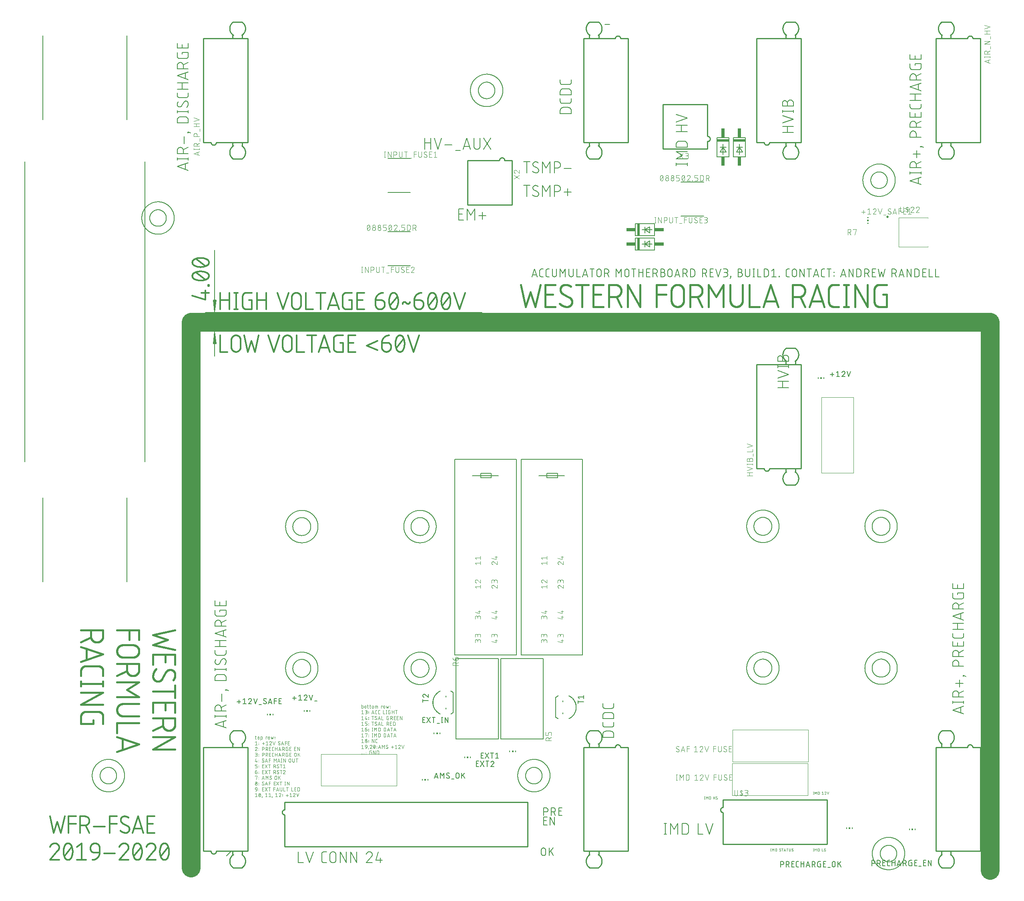
<source format=gbr>
G04 EAGLE Gerber RS-274X export*
G75*
%MOMM*%
%FSLAX34Y34*%
%LPD*%
%INSilkscreen Top*%
%IPPOS*%
%AMOC8*
5,1,8,0,0,1.08239X$1,22.5*%
G01*
%ADD10C,0.152400*%
%ADD11C,4.000000*%
%ADD12C,0.406400*%
%ADD13C,0.304800*%
%ADD14C,0.130000*%
%ADD15C,0.076200*%
%ADD16C,0.203200*%
%ADD17C,0.050800*%
%ADD18C,0.101600*%
%ADD19C,0.127000*%
%ADD20C,0.254000*%
%ADD21R,0.150000X0.300000*%
%ADD22R,0.300000X0.300000*%
%ADD23C,0.025400*%
%ADD24C,0.012700*%
%ADD25R,2.540000X0.508000*%
%ADD26R,0.762000X1.905000*%
%ADD27R,0.508000X2.540000*%
%ADD28R,1.905000X0.762000*%
%ADD29C,0.500000*%
%ADD30C,0.120000*%
%ADD31R,0.300000X0.150000*%


D10*
X410000Y40000D02*
X400000Y30000D01*
X1200000Y1790000D02*
X1210000Y1790000D01*
D11*
X2015000Y1160000D02*
X325000Y1160000D01*
X2015000Y1160000D02*
X2015000Y0D01*
X325000Y5000D02*
X325000Y1160000D01*
D12*
X291168Y507968D02*
X244432Y497582D01*
X275589Y487196D01*
X244432Y476811D01*
X291168Y466425D01*
X244432Y455748D02*
X244432Y434976D01*
X244432Y455748D02*
X291168Y455748D01*
X291168Y434976D01*
X270396Y440169D02*
X270396Y455748D01*
X244432Y409670D02*
X244435Y409419D01*
X244444Y409168D01*
X244459Y408918D01*
X244480Y408668D01*
X244508Y408418D01*
X244541Y408169D01*
X244580Y407921D01*
X244625Y407675D01*
X244677Y407429D01*
X244734Y407184D01*
X244797Y406942D01*
X244866Y406700D01*
X244940Y406461D01*
X245021Y406223D01*
X245107Y405987D01*
X245199Y405754D01*
X245296Y405522D01*
X245399Y405293D01*
X245508Y405067D01*
X245622Y404843D01*
X245741Y404623D01*
X245866Y404405D01*
X245995Y404190D01*
X246130Y403978D01*
X246270Y403770D01*
X246416Y403565D01*
X246566Y403364D01*
X246720Y403166D01*
X246880Y402973D01*
X247044Y402783D01*
X247213Y402597D01*
X247386Y402415D01*
X247563Y402238D01*
X247745Y402065D01*
X247931Y401896D01*
X248121Y401732D01*
X248314Y401572D01*
X248512Y401418D01*
X248713Y401268D01*
X248918Y401122D01*
X249126Y400982D01*
X249338Y400847D01*
X249553Y400718D01*
X249771Y400593D01*
X249991Y400474D01*
X250215Y400360D01*
X250441Y400251D01*
X250670Y400148D01*
X250901Y400051D01*
X251135Y399959D01*
X251371Y399873D01*
X251609Y399792D01*
X251848Y399718D01*
X252090Y399649D01*
X252332Y399586D01*
X252577Y399529D01*
X252823Y399477D01*
X253069Y399432D01*
X253317Y399393D01*
X253566Y399360D01*
X253816Y399332D01*
X254066Y399311D01*
X254316Y399296D01*
X254567Y399287D01*
X254818Y399284D01*
X244432Y409670D02*
X244438Y410195D01*
X244457Y410720D01*
X244489Y411244D01*
X244532Y411767D01*
X244589Y412289D01*
X244658Y412809D01*
X244739Y413328D01*
X244833Y413844D01*
X244939Y414358D01*
X245057Y414870D01*
X245188Y415378D01*
X245330Y415883D01*
X245485Y416385D01*
X245651Y416883D01*
X245830Y417376D01*
X246020Y417866D01*
X246222Y418350D01*
X246436Y418830D01*
X246660Y419304D01*
X246897Y419773D01*
X247144Y420236D01*
X247402Y420693D01*
X247671Y421144D01*
X247951Y421588D01*
X248241Y422025D01*
X248542Y422455D01*
X248853Y422878D01*
X249174Y423294D01*
X249505Y423701D01*
X249846Y424101D01*
X250196Y424492D01*
X250555Y424875D01*
X250923Y425249D01*
X280782Y423951D02*
X281033Y423948D01*
X281284Y423939D01*
X281534Y423924D01*
X281784Y423903D01*
X282034Y423875D01*
X282283Y423842D01*
X282531Y423803D01*
X282777Y423758D01*
X283023Y423706D01*
X283268Y423649D01*
X283510Y423586D01*
X283752Y423517D01*
X283991Y423443D01*
X284229Y423362D01*
X284465Y423276D01*
X284699Y423184D01*
X284930Y423087D01*
X285159Y422984D01*
X285385Y422875D01*
X285609Y422761D01*
X285829Y422642D01*
X286047Y422517D01*
X286262Y422388D01*
X286474Y422253D01*
X286682Y422113D01*
X286887Y421967D01*
X287088Y421817D01*
X287286Y421663D01*
X287479Y421503D01*
X287669Y421339D01*
X287855Y421170D01*
X288037Y420997D01*
X288214Y420820D01*
X288387Y420638D01*
X288556Y420452D01*
X288720Y420262D01*
X288880Y420069D01*
X289034Y419871D01*
X289184Y419670D01*
X289330Y419465D01*
X289470Y419257D01*
X289605Y419045D01*
X289734Y418830D01*
X289859Y418612D01*
X289978Y418392D01*
X290092Y418168D01*
X290201Y417942D01*
X290304Y417713D01*
X290401Y417482D01*
X290493Y417248D01*
X290579Y417012D01*
X290660Y416774D01*
X290734Y416535D01*
X290803Y416293D01*
X290866Y416051D01*
X290923Y415806D01*
X290975Y415560D01*
X291020Y415314D01*
X291059Y415066D01*
X291092Y414817D01*
X291120Y414567D01*
X291141Y414317D01*
X291156Y414067D01*
X291165Y413816D01*
X291168Y413565D01*
X291162Y413101D01*
X291146Y412637D01*
X291118Y412174D01*
X291080Y411711D01*
X291030Y411250D01*
X290969Y410790D01*
X290898Y410331D01*
X290815Y409875D01*
X290722Y409420D01*
X290618Y408968D01*
X290503Y408518D01*
X290377Y408071D01*
X290241Y407628D01*
X290094Y407187D01*
X289937Y406751D01*
X289769Y406318D01*
X289591Y405889D01*
X289403Y405465D01*
X289205Y405045D01*
X288997Y404630D01*
X288779Y404221D01*
X288552Y403816D01*
X288315Y403417D01*
X288068Y403024D01*
X287812Y402637D01*
X287547Y402256D01*
X287273Y401881D01*
X271695Y418757D02*
X271826Y418975D01*
X271964Y419190D01*
X272106Y419401D01*
X272253Y419609D01*
X272406Y419813D01*
X272563Y420013D01*
X272725Y420210D01*
X272892Y420402D01*
X273063Y420591D01*
X273239Y420775D01*
X273419Y420955D01*
X273603Y421130D01*
X273792Y421301D01*
X273985Y421468D01*
X274182Y421630D01*
X274382Y421787D01*
X274586Y421939D01*
X274794Y422086D01*
X275006Y422228D01*
X275221Y422365D01*
X275439Y422496D01*
X275660Y422623D01*
X275884Y422744D01*
X276111Y422859D01*
X276340Y422969D01*
X276573Y423074D01*
X276808Y423173D01*
X277045Y423266D01*
X277284Y423353D01*
X277525Y423435D01*
X277768Y423510D01*
X278013Y423580D01*
X278260Y423644D01*
X278508Y423702D01*
X278757Y423754D01*
X279008Y423800D01*
X279259Y423839D01*
X279512Y423873D01*
X279765Y423901D01*
X280019Y423922D01*
X280273Y423938D01*
X280527Y423947D01*
X280782Y423950D01*
X263906Y404477D02*
X263774Y404259D01*
X263636Y404044D01*
X263494Y403833D01*
X263347Y403625D01*
X263194Y403421D01*
X263037Y403221D01*
X262875Y403024D01*
X262708Y402832D01*
X262537Y402643D01*
X262361Y402459D01*
X262181Y402279D01*
X261997Y402104D01*
X261808Y401933D01*
X261615Y401766D01*
X261418Y401604D01*
X261218Y401447D01*
X261014Y401295D01*
X260806Y401148D01*
X260594Y401006D01*
X260379Y400869D01*
X260161Y400738D01*
X259940Y400611D01*
X259716Y400490D01*
X259489Y400375D01*
X259260Y400265D01*
X259027Y400160D01*
X258793Y400061D01*
X258555Y399968D01*
X258316Y399881D01*
X258075Y399799D01*
X257832Y399724D01*
X257587Y399654D01*
X257340Y399590D01*
X257092Y399532D01*
X256843Y399480D01*
X256592Y399434D01*
X256341Y399395D01*
X256088Y399361D01*
X255835Y399333D01*
X255581Y399312D01*
X255327Y399296D01*
X255073Y399287D01*
X254818Y399284D01*
X263905Y404477D02*
X271695Y418758D01*
X291168Y377977D02*
X244432Y377977D01*
X291168Y390959D02*
X291168Y364994D01*
X244432Y354148D02*
X244432Y333376D01*
X244432Y354148D02*
X291168Y354148D01*
X291168Y333376D01*
X270396Y338569D02*
X270396Y354148D01*
X291168Y321149D02*
X244432Y321149D01*
X291168Y321149D02*
X291168Y308167D01*
X291164Y307851D01*
X291153Y307535D01*
X291133Y307219D01*
X291106Y306904D01*
X291072Y306590D01*
X291030Y306277D01*
X290980Y305965D01*
X290922Y305654D01*
X290857Y305344D01*
X290785Y305037D01*
X290705Y304731D01*
X290618Y304427D01*
X290523Y304125D01*
X290421Y303826D01*
X290311Y303529D01*
X290195Y303236D01*
X290071Y302945D01*
X289941Y302657D01*
X289803Y302372D01*
X289658Y302091D01*
X289507Y301813D01*
X289349Y301540D01*
X289184Y301270D01*
X289013Y301004D01*
X288835Y300742D01*
X288651Y300485D01*
X288461Y300233D01*
X288265Y299985D01*
X288063Y299742D01*
X287855Y299504D01*
X287641Y299271D01*
X287421Y299043D01*
X287196Y298821D01*
X286966Y298605D01*
X286731Y298394D01*
X286490Y298188D01*
X286245Y297989D01*
X285995Y297796D01*
X285740Y297609D01*
X285480Y297428D01*
X285217Y297254D01*
X284949Y297086D01*
X284677Y296924D01*
X284401Y296770D01*
X284122Y296622D01*
X283839Y296480D01*
X283553Y296346D01*
X283263Y296219D01*
X282971Y296099D01*
X282676Y295986D01*
X282378Y295880D01*
X282077Y295782D01*
X281774Y295691D01*
X281470Y295607D01*
X281163Y295531D01*
X280854Y295462D01*
X280544Y295401D01*
X280232Y295347D01*
X279920Y295301D01*
X279606Y295263D01*
X279291Y295232D01*
X278976Y295209D01*
X278660Y295194D01*
X278344Y295186D01*
X278028Y295186D01*
X277712Y295194D01*
X277396Y295209D01*
X277081Y295232D01*
X276766Y295263D01*
X276452Y295301D01*
X276140Y295347D01*
X275828Y295401D01*
X275518Y295462D01*
X275209Y295531D01*
X274902Y295607D01*
X274598Y295691D01*
X274295Y295782D01*
X273994Y295880D01*
X273696Y295986D01*
X273401Y296099D01*
X273109Y296219D01*
X272819Y296346D01*
X272533Y296480D01*
X272250Y296622D01*
X271971Y296770D01*
X271695Y296924D01*
X271423Y297086D01*
X271155Y297254D01*
X270892Y297428D01*
X270632Y297609D01*
X270377Y297796D01*
X270127Y297989D01*
X269882Y298188D01*
X269641Y298394D01*
X269406Y298605D01*
X269176Y298821D01*
X268951Y299043D01*
X268731Y299271D01*
X268517Y299504D01*
X268309Y299742D01*
X268107Y299985D01*
X267911Y300233D01*
X267721Y300485D01*
X267537Y300742D01*
X267359Y301004D01*
X267188Y301270D01*
X267023Y301540D01*
X266865Y301813D01*
X266714Y302091D01*
X266569Y302372D01*
X266431Y302657D01*
X266301Y302945D01*
X266177Y303236D01*
X266061Y303529D01*
X265951Y303826D01*
X265849Y304125D01*
X265754Y304427D01*
X265667Y304731D01*
X265587Y305037D01*
X265515Y305344D01*
X265450Y305654D01*
X265392Y305965D01*
X265342Y306277D01*
X265300Y306590D01*
X265266Y306904D01*
X265239Y307219D01*
X265219Y307535D01*
X265208Y307851D01*
X265204Y308167D01*
X265204Y321149D01*
X265204Y305570D02*
X244432Y295185D01*
X244432Y281739D02*
X291168Y281739D01*
X244432Y255774D01*
X291168Y255774D01*
X214968Y507968D02*
X168232Y507968D01*
X214968Y507968D02*
X214968Y487196D01*
X194196Y487196D02*
X194196Y507968D01*
X201986Y476199D02*
X181214Y476199D01*
X201986Y476199D02*
X202302Y476195D01*
X202618Y476184D01*
X202934Y476164D01*
X203249Y476137D01*
X203563Y476103D01*
X203876Y476061D01*
X204188Y476011D01*
X204499Y475953D01*
X204809Y475888D01*
X205116Y475816D01*
X205422Y475736D01*
X205726Y475649D01*
X206028Y475554D01*
X206327Y475452D01*
X206624Y475342D01*
X206917Y475226D01*
X207208Y475102D01*
X207496Y474972D01*
X207781Y474834D01*
X208062Y474689D01*
X208340Y474538D01*
X208613Y474380D01*
X208883Y474215D01*
X209149Y474044D01*
X209411Y473866D01*
X209668Y473682D01*
X209920Y473492D01*
X210168Y473296D01*
X210411Y473094D01*
X210649Y472886D01*
X210882Y472672D01*
X211110Y472452D01*
X211332Y472227D01*
X211548Y471997D01*
X211759Y471762D01*
X211965Y471521D01*
X212164Y471276D01*
X212357Y471026D01*
X212544Y470771D01*
X212725Y470511D01*
X212899Y470248D01*
X213067Y469980D01*
X213229Y469708D01*
X213383Y469432D01*
X213531Y469153D01*
X213673Y468870D01*
X213807Y468584D01*
X213934Y468294D01*
X214054Y468002D01*
X214167Y467707D01*
X214273Y467409D01*
X214371Y467108D01*
X214462Y466805D01*
X214546Y466501D01*
X214622Y466194D01*
X214691Y465885D01*
X214752Y465575D01*
X214806Y465263D01*
X214852Y464951D01*
X214890Y464637D01*
X214921Y464322D01*
X214944Y464007D01*
X214959Y463691D01*
X214967Y463375D01*
X214967Y463059D01*
X214959Y462743D01*
X214944Y462427D01*
X214921Y462112D01*
X214890Y461797D01*
X214852Y461483D01*
X214806Y461171D01*
X214752Y460859D01*
X214691Y460549D01*
X214622Y460240D01*
X214546Y459933D01*
X214462Y459629D01*
X214371Y459326D01*
X214273Y459025D01*
X214167Y458727D01*
X214054Y458432D01*
X213934Y458140D01*
X213807Y457850D01*
X213673Y457564D01*
X213531Y457281D01*
X213383Y457002D01*
X213229Y456726D01*
X213067Y456454D01*
X212899Y456186D01*
X212725Y455923D01*
X212544Y455663D01*
X212357Y455408D01*
X212164Y455158D01*
X211965Y454913D01*
X211759Y454672D01*
X211548Y454437D01*
X211332Y454207D01*
X211110Y453982D01*
X210882Y453762D01*
X210649Y453548D01*
X210411Y453340D01*
X210168Y453138D01*
X209920Y452942D01*
X209668Y452752D01*
X209411Y452568D01*
X209149Y452390D01*
X208883Y452219D01*
X208613Y452054D01*
X208340Y451896D01*
X208062Y451745D01*
X207781Y451600D01*
X207496Y451462D01*
X207208Y451332D01*
X206917Y451208D01*
X206624Y451092D01*
X206327Y450982D01*
X206028Y450880D01*
X205726Y450785D01*
X205422Y450698D01*
X205116Y450618D01*
X204809Y450546D01*
X204499Y450481D01*
X204188Y450423D01*
X203876Y450373D01*
X203563Y450331D01*
X203249Y450297D01*
X202934Y450270D01*
X202618Y450250D01*
X202302Y450239D01*
X201986Y450235D01*
X181214Y450235D01*
X180898Y450239D01*
X180582Y450250D01*
X180266Y450270D01*
X179951Y450297D01*
X179637Y450331D01*
X179324Y450373D01*
X179012Y450423D01*
X178701Y450481D01*
X178391Y450546D01*
X178084Y450618D01*
X177778Y450698D01*
X177474Y450785D01*
X177172Y450880D01*
X176873Y450982D01*
X176576Y451092D01*
X176283Y451208D01*
X175992Y451332D01*
X175704Y451462D01*
X175419Y451600D01*
X175138Y451745D01*
X174860Y451896D01*
X174587Y452054D01*
X174317Y452219D01*
X174051Y452390D01*
X173789Y452568D01*
X173532Y452752D01*
X173280Y452942D01*
X173032Y453138D01*
X172789Y453340D01*
X172551Y453548D01*
X172318Y453762D01*
X172090Y453982D01*
X171868Y454207D01*
X171652Y454437D01*
X171441Y454672D01*
X171235Y454913D01*
X171036Y455158D01*
X170843Y455408D01*
X170656Y455663D01*
X170475Y455923D01*
X170301Y456186D01*
X170133Y456454D01*
X169971Y456726D01*
X169817Y457002D01*
X169669Y457281D01*
X169527Y457564D01*
X169393Y457850D01*
X169266Y458140D01*
X169146Y458432D01*
X169033Y458727D01*
X168927Y459025D01*
X168829Y459326D01*
X168738Y459629D01*
X168654Y459933D01*
X168578Y460240D01*
X168509Y460549D01*
X168448Y460859D01*
X168394Y461171D01*
X168348Y461483D01*
X168310Y461797D01*
X168279Y462112D01*
X168256Y462427D01*
X168241Y462743D01*
X168233Y463059D01*
X168233Y463375D01*
X168241Y463691D01*
X168256Y464007D01*
X168279Y464322D01*
X168310Y464637D01*
X168348Y464951D01*
X168394Y465263D01*
X168448Y465575D01*
X168509Y465885D01*
X168578Y466194D01*
X168654Y466501D01*
X168738Y466805D01*
X168829Y467108D01*
X168927Y467409D01*
X169033Y467707D01*
X169146Y468002D01*
X169266Y468294D01*
X169393Y468584D01*
X169527Y468870D01*
X169669Y469153D01*
X169817Y469432D01*
X169971Y469708D01*
X170133Y469980D01*
X170301Y470248D01*
X170475Y470511D01*
X170656Y470771D01*
X170843Y471026D01*
X171036Y471276D01*
X171235Y471521D01*
X171441Y471762D01*
X171652Y471997D01*
X171868Y472227D01*
X172090Y472452D01*
X172318Y472672D01*
X172551Y472886D01*
X172789Y473094D01*
X173032Y473296D01*
X173280Y473492D01*
X173532Y473682D01*
X173789Y473866D01*
X174051Y474044D01*
X174317Y474215D01*
X174587Y474380D01*
X174860Y474538D01*
X175138Y474689D01*
X175419Y474834D01*
X175704Y474972D01*
X175992Y475102D01*
X176283Y475226D01*
X176576Y475342D01*
X176873Y475452D01*
X177172Y475554D01*
X177474Y475649D01*
X177778Y475736D01*
X178084Y475816D01*
X178391Y475888D01*
X178701Y475953D01*
X179012Y476011D01*
X179324Y476061D01*
X179637Y476103D01*
X179951Y476137D01*
X180266Y476164D01*
X180582Y476184D01*
X180898Y476195D01*
X181214Y476199D01*
X168232Y436870D02*
X214968Y436870D01*
X214968Y423887D01*
X214964Y423571D01*
X214953Y423255D01*
X214933Y422939D01*
X214906Y422624D01*
X214872Y422310D01*
X214830Y421997D01*
X214780Y421685D01*
X214722Y421374D01*
X214657Y421064D01*
X214585Y420757D01*
X214505Y420451D01*
X214418Y420147D01*
X214323Y419845D01*
X214221Y419546D01*
X214111Y419249D01*
X213995Y418956D01*
X213871Y418665D01*
X213741Y418377D01*
X213603Y418092D01*
X213458Y417811D01*
X213307Y417533D01*
X213149Y417260D01*
X212984Y416990D01*
X212813Y416724D01*
X212635Y416462D01*
X212451Y416205D01*
X212261Y415953D01*
X212065Y415705D01*
X211863Y415462D01*
X211655Y415224D01*
X211441Y414991D01*
X211221Y414763D01*
X210996Y414541D01*
X210766Y414325D01*
X210531Y414114D01*
X210290Y413908D01*
X210045Y413709D01*
X209795Y413516D01*
X209540Y413329D01*
X209280Y413148D01*
X209017Y412974D01*
X208749Y412806D01*
X208477Y412644D01*
X208201Y412490D01*
X207922Y412342D01*
X207639Y412200D01*
X207353Y412066D01*
X207063Y411939D01*
X206771Y411819D01*
X206476Y411706D01*
X206178Y411600D01*
X205877Y411502D01*
X205574Y411411D01*
X205270Y411327D01*
X204963Y411251D01*
X204654Y411182D01*
X204344Y411121D01*
X204032Y411067D01*
X203720Y411021D01*
X203406Y410983D01*
X203091Y410952D01*
X202776Y410929D01*
X202460Y410914D01*
X202144Y410906D01*
X201828Y410906D01*
X201512Y410914D01*
X201196Y410929D01*
X200881Y410952D01*
X200566Y410983D01*
X200252Y411021D01*
X199940Y411067D01*
X199628Y411121D01*
X199318Y411182D01*
X199009Y411251D01*
X198702Y411327D01*
X198398Y411411D01*
X198095Y411502D01*
X197794Y411600D01*
X197496Y411706D01*
X197201Y411819D01*
X196909Y411939D01*
X196619Y412066D01*
X196333Y412200D01*
X196050Y412342D01*
X195771Y412490D01*
X195495Y412644D01*
X195223Y412806D01*
X194955Y412974D01*
X194692Y413148D01*
X194432Y413329D01*
X194177Y413516D01*
X193927Y413709D01*
X193682Y413908D01*
X193441Y414114D01*
X193206Y414325D01*
X192976Y414541D01*
X192751Y414763D01*
X192531Y414991D01*
X192317Y415224D01*
X192109Y415462D01*
X191907Y415705D01*
X191711Y415953D01*
X191521Y416205D01*
X191337Y416462D01*
X191159Y416724D01*
X190988Y416990D01*
X190823Y417260D01*
X190665Y417533D01*
X190514Y417811D01*
X190369Y418092D01*
X190231Y418377D01*
X190101Y418665D01*
X189977Y418956D01*
X189861Y419249D01*
X189751Y419546D01*
X189649Y419845D01*
X189554Y420147D01*
X189467Y420451D01*
X189387Y420757D01*
X189315Y421064D01*
X189250Y421374D01*
X189192Y421685D01*
X189142Y421997D01*
X189100Y422310D01*
X189066Y422624D01*
X189039Y422939D01*
X189019Y423255D01*
X189008Y423571D01*
X189004Y423887D01*
X189004Y436870D01*
X189004Y421291D02*
X168232Y410905D01*
X168232Y397516D02*
X214968Y397516D01*
X189004Y381937D01*
X214968Y366358D01*
X168232Y366358D01*
X181214Y351739D02*
X214968Y351739D01*
X181214Y351739D02*
X180898Y351735D01*
X180582Y351724D01*
X180266Y351704D01*
X179951Y351677D01*
X179637Y351643D01*
X179324Y351601D01*
X179012Y351551D01*
X178701Y351493D01*
X178391Y351428D01*
X178084Y351356D01*
X177778Y351276D01*
X177474Y351189D01*
X177172Y351094D01*
X176873Y350992D01*
X176576Y350882D01*
X176283Y350766D01*
X175992Y350642D01*
X175704Y350512D01*
X175419Y350374D01*
X175138Y350229D01*
X174860Y350078D01*
X174587Y349920D01*
X174317Y349755D01*
X174051Y349584D01*
X173789Y349406D01*
X173532Y349222D01*
X173280Y349032D01*
X173032Y348836D01*
X172789Y348634D01*
X172551Y348426D01*
X172318Y348212D01*
X172090Y347992D01*
X171868Y347767D01*
X171652Y347537D01*
X171441Y347302D01*
X171235Y347061D01*
X171036Y346816D01*
X170843Y346566D01*
X170656Y346311D01*
X170475Y346051D01*
X170301Y345788D01*
X170133Y345520D01*
X169971Y345248D01*
X169817Y344972D01*
X169669Y344693D01*
X169527Y344410D01*
X169393Y344124D01*
X169266Y343834D01*
X169146Y343542D01*
X169033Y343247D01*
X168927Y342949D01*
X168829Y342648D01*
X168738Y342345D01*
X168654Y342041D01*
X168578Y341734D01*
X168509Y341425D01*
X168448Y341115D01*
X168394Y340803D01*
X168348Y340491D01*
X168310Y340177D01*
X168279Y339862D01*
X168256Y339547D01*
X168241Y339231D01*
X168233Y338915D01*
X168233Y338599D01*
X168241Y338283D01*
X168256Y337967D01*
X168279Y337652D01*
X168310Y337337D01*
X168348Y337023D01*
X168394Y336711D01*
X168448Y336399D01*
X168509Y336089D01*
X168578Y335780D01*
X168654Y335473D01*
X168738Y335169D01*
X168829Y334866D01*
X168927Y334565D01*
X169033Y334267D01*
X169146Y333972D01*
X169266Y333680D01*
X169393Y333390D01*
X169527Y333104D01*
X169669Y332821D01*
X169817Y332542D01*
X169971Y332266D01*
X170133Y331994D01*
X170301Y331726D01*
X170475Y331463D01*
X170656Y331203D01*
X170843Y330948D01*
X171036Y330698D01*
X171235Y330453D01*
X171441Y330212D01*
X171652Y329977D01*
X171868Y329747D01*
X172090Y329522D01*
X172318Y329302D01*
X172551Y329088D01*
X172789Y328880D01*
X173032Y328678D01*
X173280Y328482D01*
X173532Y328292D01*
X173789Y328108D01*
X174051Y327930D01*
X174317Y327759D01*
X174587Y327594D01*
X174860Y327436D01*
X175138Y327285D01*
X175419Y327140D01*
X175704Y327002D01*
X175992Y326872D01*
X176283Y326748D01*
X176576Y326632D01*
X176873Y326522D01*
X177172Y326420D01*
X177474Y326325D01*
X177778Y326238D01*
X178084Y326158D01*
X178391Y326086D01*
X178701Y326021D01*
X179012Y325963D01*
X179324Y325913D01*
X179637Y325871D01*
X179951Y325837D01*
X180266Y325810D01*
X180582Y325790D01*
X180898Y325779D01*
X181214Y325775D01*
X214968Y325775D01*
X214968Y311118D02*
X168232Y311118D01*
X168232Y290347D01*
X168232Y281946D02*
X214968Y266367D01*
X168232Y250788D01*
X179916Y254683D02*
X179916Y278051D01*
X138768Y507968D02*
X92032Y507968D01*
X138768Y507968D02*
X138768Y494986D01*
X138764Y494670D01*
X138753Y494354D01*
X138733Y494038D01*
X138706Y493723D01*
X138672Y493409D01*
X138630Y493096D01*
X138580Y492784D01*
X138522Y492473D01*
X138457Y492163D01*
X138385Y491856D01*
X138305Y491550D01*
X138218Y491246D01*
X138123Y490944D01*
X138021Y490645D01*
X137911Y490348D01*
X137795Y490055D01*
X137671Y489764D01*
X137541Y489476D01*
X137403Y489191D01*
X137258Y488910D01*
X137107Y488632D01*
X136949Y488359D01*
X136784Y488089D01*
X136613Y487823D01*
X136435Y487561D01*
X136251Y487304D01*
X136061Y487052D01*
X135865Y486804D01*
X135663Y486561D01*
X135455Y486323D01*
X135241Y486090D01*
X135021Y485862D01*
X134796Y485640D01*
X134566Y485424D01*
X134331Y485213D01*
X134090Y485007D01*
X133845Y484808D01*
X133595Y484615D01*
X133340Y484428D01*
X133080Y484247D01*
X132817Y484073D01*
X132549Y483905D01*
X132277Y483743D01*
X132001Y483589D01*
X131722Y483441D01*
X131439Y483299D01*
X131153Y483165D01*
X130863Y483038D01*
X130571Y482918D01*
X130276Y482805D01*
X129978Y482699D01*
X129677Y482601D01*
X129374Y482510D01*
X129070Y482426D01*
X128763Y482350D01*
X128454Y482281D01*
X128144Y482220D01*
X127832Y482166D01*
X127520Y482120D01*
X127206Y482082D01*
X126891Y482051D01*
X126576Y482028D01*
X126260Y482013D01*
X125944Y482005D01*
X125628Y482005D01*
X125312Y482013D01*
X124996Y482028D01*
X124681Y482051D01*
X124366Y482082D01*
X124052Y482120D01*
X123740Y482166D01*
X123428Y482220D01*
X123118Y482281D01*
X122809Y482350D01*
X122502Y482426D01*
X122198Y482510D01*
X121895Y482601D01*
X121594Y482699D01*
X121296Y482805D01*
X121001Y482918D01*
X120709Y483038D01*
X120419Y483165D01*
X120133Y483299D01*
X119850Y483441D01*
X119571Y483589D01*
X119295Y483743D01*
X119023Y483905D01*
X118755Y484073D01*
X118492Y484247D01*
X118232Y484428D01*
X117977Y484615D01*
X117727Y484808D01*
X117482Y485007D01*
X117241Y485213D01*
X117006Y485424D01*
X116776Y485640D01*
X116551Y485862D01*
X116331Y486090D01*
X116117Y486323D01*
X115909Y486561D01*
X115707Y486804D01*
X115511Y487052D01*
X115321Y487304D01*
X115137Y487561D01*
X114959Y487823D01*
X114788Y488089D01*
X114623Y488359D01*
X114465Y488632D01*
X114314Y488910D01*
X114169Y489191D01*
X114031Y489476D01*
X113901Y489764D01*
X113777Y490055D01*
X113661Y490348D01*
X113551Y490645D01*
X113449Y490944D01*
X113354Y491246D01*
X113267Y491550D01*
X113187Y491856D01*
X113115Y492163D01*
X113050Y492473D01*
X112992Y492784D01*
X112942Y493096D01*
X112900Y493409D01*
X112866Y493723D01*
X112839Y494038D01*
X112819Y494354D01*
X112808Y494670D01*
X112804Y494986D01*
X112804Y507968D01*
X112804Y492389D02*
X92032Y482004D01*
X92032Y472424D02*
X138768Y456845D01*
X92032Y441267D01*
X103716Y445161D02*
X103716Y468529D01*
X92032Y421331D02*
X92032Y410945D01*
X92032Y421331D02*
X92035Y421582D01*
X92044Y421833D01*
X92059Y422083D01*
X92080Y422333D01*
X92108Y422583D01*
X92141Y422832D01*
X92180Y423080D01*
X92225Y423326D01*
X92277Y423572D01*
X92334Y423817D01*
X92397Y424059D01*
X92466Y424301D01*
X92540Y424540D01*
X92621Y424778D01*
X92707Y425014D01*
X92799Y425248D01*
X92896Y425479D01*
X92999Y425708D01*
X93108Y425934D01*
X93222Y426158D01*
X93341Y426378D01*
X93466Y426596D01*
X93595Y426811D01*
X93730Y427023D01*
X93870Y427231D01*
X94016Y427436D01*
X94166Y427637D01*
X94320Y427835D01*
X94480Y428028D01*
X94644Y428218D01*
X94813Y428404D01*
X94986Y428586D01*
X95163Y428763D01*
X95345Y428936D01*
X95531Y429105D01*
X95721Y429269D01*
X95914Y429429D01*
X96112Y429583D01*
X96313Y429733D01*
X96518Y429879D01*
X96726Y430019D01*
X96938Y430154D01*
X97153Y430283D01*
X97371Y430408D01*
X97591Y430527D01*
X97815Y430641D01*
X98041Y430750D01*
X98270Y430853D01*
X98501Y430950D01*
X98735Y431042D01*
X98971Y431128D01*
X99209Y431209D01*
X99448Y431283D01*
X99690Y431352D01*
X99932Y431415D01*
X100177Y431472D01*
X100423Y431524D01*
X100669Y431569D01*
X100917Y431608D01*
X101166Y431641D01*
X101416Y431669D01*
X101666Y431690D01*
X101916Y431705D01*
X102167Y431714D01*
X102418Y431717D01*
X102418Y431716D02*
X128382Y431716D01*
X128382Y431717D02*
X128633Y431714D01*
X128884Y431705D01*
X129134Y431690D01*
X129384Y431669D01*
X129634Y431641D01*
X129883Y431608D01*
X130131Y431569D01*
X130377Y431524D01*
X130623Y431472D01*
X130868Y431415D01*
X131110Y431352D01*
X131352Y431283D01*
X131591Y431209D01*
X131829Y431128D01*
X132065Y431042D01*
X132299Y430950D01*
X132530Y430853D01*
X132759Y430750D01*
X132985Y430641D01*
X133209Y430527D01*
X133429Y430408D01*
X133647Y430283D01*
X133862Y430154D01*
X134074Y430019D01*
X134282Y429879D01*
X134487Y429733D01*
X134688Y429583D01*
X134886Y429429D01*
X135079Y429269D01*
X135269Y429105D01*
X135455Y428936D01*
X135637Y428763D01*
X135814Y428586D01*
X135987Y428404D01*
X136156Y428218D01*
X136320Y428028D01*
X136480Y427835D01*
X136634Y427637D01*
X136784Y427436D01*
X136930Y427231D01*
X137070Y427023D01*
X137205Y426811D01*
X137334Y426596D01*
X137459Y426378D01*
X137578Y426158D01*
X137692Y425934D01*
X137801Y425708D01*
X137904Y425479D01*
X138001Y425248D01*
X138093Y425014D01*
X138179Y424778D01*
X138260Y424540D01*
X138334Y424301D01*
X138403Y424059D01*
X138466Y423817D01*
X138523Y423572D01*
X138575Y423326D01*
X138620Y423080D01*
X138659Y422832D01*
X138692Y422583D01*
X138720Y422333D01*
X138741Y422083D01*
X138756Y421833D01*
X138765Y421582D01*
X138768Y421331D01*
X138768Y410945D01*
X138768Y394616D02*
X92032Y394616D01*
X92032Y399808D02*
X92032Y389423D01*
X138768Y389423D02*
X138768Y399808D01*
X138768Y375848D02*
X92032Y375848D01*
X92032Y349883D02*
X138768Y375848D01*
X138768Y349883D02*
X92032Y349883D01*
X117996Y317033D02*
X117996Y309243D01*
X92032Y309243D01*
X92032Y324822D01*
X92035Y325073D01*
X92044Y325324D01*
X92059Y325574D01*
X92080Y325824D01*
X92108Y326074D01*
X92141Y326323D01*
X92180Y326571D01*
X92225Y326817D01*
X92277Y327063D01*
X92334Y327308D01*
X92397Y327550D01*
X92466Y327792D01*
X92540Y328031D01*
X92621Y328269D01*
X92707Y328505D01*
X92799Y328739D01*
X92896Y328970D01*
X92999Y329199D01*
X93108Y329425D01*
X93222Y329649D01*
X93341Y329869D01*
X93466Y330087D01*
X93595Y330302D01*
X93730Y330514D01*
X93870Y330722D01*
X94016Y330927D01*
X94166Y331128D01*
X94320Y331326D01*
X94480Y331519D01*
X94644Y331709D01*
X94813Y331895D01*
X94986Y332077D01*
X95163Y332254D01*
X95345Y332427D01*
X95531Y332596D01*
X95721Y332760D01*
X95914Y332920D01*
X96112Y333074D01*
X96313Y333224D01*
X96518Y333370D01*
X96726Y333510D01*
X96938Y333645D01*
X97153Y333774D01*
X97371Y333899D01*
X97591Y334018D01*
X97815Y334132D01*
X98041Y334241D01*
X98270Y334344D01*
X98501Y334441D01*
X98735Y334533D01*
X98971Y334619D01*
X99209Y334700D01*
X99448Y334774D01*
X99690Y334843D01*
X99932Y334906D01*
X100177Y334963D01*
X100423Y335015D01*
X100669Y335060D01*
X100917Y335099D01*
X101166Y335132D01*
X101416Y335160D01*
X101666Y335181D01*
X101916Y335196D01*
X102167Y335205D01*
X102418Y335208D01*
X128382Y335208D01*
X128633Y335205D01*
X128884Y335196D01*
X129134Y335181D01*
X129384Y335160D01*
X129634Y335132D01*
X129883Y335099D01*
X130131Y335060D01*
X130377Y335015D01*
X130623Y334963D01*
X130868Y334906D01*
X131110Y334843D01*
X131352Y334774D01*
X131591Y334700D01*
X131829Y334619D01*
X132065Y334533D01*
X132299Y334441D01*
X132530Y334344D01*
X132759Y334241D01*
X132985Y334132D01*
X133209Y334018D01*
X133429Y333899D01*
X133647Y333774D01*
X133862Y333645D01*
X134074Y333510D01*
X134282Y333370D01*
X134487Y333224D01*
X134688Y333074D01*
X134886Y332920D01*
X135079Y332760D01*
X135269Y332596D01*
X135455Y332427D01*
X135637Y332254D01*
X135814Y332077D01*
X135987Y331895D01*
X136156Y331709D01*
X136320Y331519D01*
X136480Y331326D01*
X136634Y331128D01*
X136784Y330927D01*
X136930Y330722D01*
X137070Y330514D01*
X137205Y330302D01*
X137334Y330087D01*
X137459Y329869D01*
X137578Y329649D01*
X137692Y329425D01*
X137801Y329199D01*
X137904Y328970D01*
X138001Y328739D01*
X138093Y328505D01*
X138179Y328269D01*
X138260Y328031D01*
X138334Y327792D01*
X138403Y327550D01*
X138466Y327308D01*
X138523Y327063D01*
X138575Y326817D01*
X138620Y326571D01*
X138659Y326323D01*
X138692Y326074D01*
X138720Y325824D01*
X138741Y325574D01*
X138756Y325324D01*
X138765Y325073D01*
X138768Y324822D01*
X138768Y309243D01*
D13*
X386524Y1096524D02*
X386524Y1131576D01*
X386524Y1096524D02*
X402103Y1096524D01*
X410351Y1106261D02*
X410351Y1121839D01*
X410350Y1121839D02*
X410353Y1122076D01*
X410362Y1122313D01*
X410376Y1122550D01*
X410396Y1122786D01*
X410422Y1123022D01*
X410454Y1123257D01*
X410491Y1123491D01*
X410534Y1123724D01*
X410583Y1123956D01*
X410637Y1124187D01*
X410697Y1124416D01*
X410763Y1124644D01*
X410834Y1124870D01*
X410910Y1125095D01*
X410992Y1125317D01*
X411080Y1125538D01*
X411173Y1125756D01*
X411271Y1125972D01*
X411374Y1126185D01*
X411482Y1126396D01*
X411596Y1126604D01*
X411714Y1126810D01*
X411838Y1127012D01*
X411966Y1127212D01*
X412100Y1127408D01*
X412238Y1127601D01*
X412380Y1127790D01*
X412527Y1127976D01*
X412679Y1128158D01*
X412835Y1128337D01*
X412996Y1128511D01*
X413160Y1128682D01*
X413329Y1128849D01*
X413501Y1129011D01*
X413678Y1129169D01*
X413859Y1129323D01*
X414043Y1129473D01*
X414230Y1129618D01*
X414421Y1129758D01*
X414616Y1129894D01*
X414814Y1130024D01*
X415015Y1130150D01*
X415219Y1130271D01*
X415425Y1130388D01*
X415635Y1130499D01*
X415847Y1130604D01*
X416062Y1130705D01*
X416279Y1130800D01*
X416498Y1130890D01*
X416720Y1130975D01*
X416943Y1131054D01*
X417168Y1131128D01*
X417396Y1131197D01*
X417624Y1131259D01*
X417854Y1131317D01*
X418086Y1131368D01*
X418318Y1131414D01*
X418552Y1131454D01*
X418787Y1131489D01*
X419022Y1131518D01*
X419258Y1131541D01*
X419495Y1131558D01*
X419731Y1131570D01*
X419968Y1131575D01*
X420206Y1131575D01*
X420443Y1131570D01*
X420679Y1131558D01*
X420916Y1131541D01*
X421152Y1131518D01*
X421387Y1131489D01*
X421622Y1131454D01*
X421856Y1131414D01*
X422088Y1131368D01*
X422320Y1131317D01*
X422550Y1131259D01*
X422778Y1131197D01*
X423006Y1131128D01*
X423231Y1131054D01*
X423454Y1130975D01*
X423676Y1130890D01*
X423895Y1130800D01*
X424112Y1130705D01*
X424327Y1130604D01*
X424539Y1130499D01*
X424749Y1130388D01*
X424956Y1130271D01*
X425159Y1130150D01*
X425360Y1130024D01*
X425558Y1129894D01*
X425753Y1129758D01*
X425944Y1129618D01*
X426131Y1129473D01*
X426315Y1129323D01*
X426496Y1129169D01*
X426673Y1129011D01*
X426845Y1128849D01*
X427014Y1128682D01*
X427178Y1128511D01*
X427339Y1128337D01*
X427495Y1128158D01*
X427647Y1127976D01*
X427794Y1127790D01*
X427936Y1127601D01*
X428074Y1127408D01*
X428208Y1127212D01*
X428336Y1127012D01*
X428460Y1126810D01*
X428578Y1126604D01*
X428692Y1126396D01*
X428800Y1126185D01*
X428903Y1125972D01*
X429001Y1125756D01*
X429094Y1125538D01*
X429182Y1125317D01*
X429264Y1125095D01*
X429340Y1124870D01*
X429411Y1124644D01*
X429477Y1124416D01*
X429537Y1124187D01*
X429591Y1123956D01*
X429640Y1123724D01*
X429683Y1123491D01*
X429720Y1123257D01*
X429752Y1123022D01*
X429778Y1122786D01*
X429798Y1122550D01*
X429812Y1122313D01*
X429821Y1122076D01*
X429824Y1121839D01*
X429824Y1106261D01*
X429821Y1106024D01*
X429812Y1105787D01*
X429798Y1105550D01*
X429778Y1105314D01*
X429752Y1105078D01*
X429720Y1104843D01*
X429683Y1104609D01*
X429640Y1104376D01*
X429591Y1104144D01*
X429537Y1103913D01*
X429477Y1103684D01*
X429411Y1103456D01*
X429340Y1103230D01*
X429264Y1103005D01*
X429182Y1102783D01*
X429094Y1102562D01*
X429001Y1102344D01*
X428903Y1102128D01*
X428800Y1101915D01*
X428692Y1101704D01*
X428578Y1101496D01*
X428460Y1101290D01*
X428336Y1101088D01*
X428208Y1100888D01*
X428074Y1100692D01*
X427936Y1100499D01*
X427794Y1100310D01*
X427647Y1100124D01*
X427495Y1099942D01*
X427339Y1099763D01*
X427178Y1099589D01*
X427014Y1099418D01*
X426845Y1099251D01*
X426673Y1099089D01*
X426496Y1098931D01*
X426315Y1098777D01*
X426131Y1098627D01*
X425944Y1098482D01*
X425753Y1098342D01*
X425558Y1098206D01*
X425360Y1098076D01*
X425159Y1097950D01*
X424956Y1097829D01*
X424749Y1097712D01*
X424539Y1097601D01*
X424327Y1097496D01*
X424112Y1097395D01*
X423895Y1097300D01*
X423676Y1097210D01*
X423454Y1097125D01*
X423231Y1097046D01*
X423006Y1096972D01*
X422778Y1096903D01*
X422550Y1096841D01*
X422320Y1096783D01*
X422088Y1096732D01*
X421856Y1096686D01*
X421622Y1096646D01*
X421387Y1096611D01*
X421152Y1096582D01*
X420916Y1096559D01*
X420679Y1096542D01*
X420443Y1096530D01*
X420206Y1096525D01*
X419968Y1096525D01*
X419731Y1096530D01*
X419495Y1096542D01*
X419258Y1096559D01*
X419022Y1096582D01*
X418787Y1096611D01*
X418552Y1096646D01*
X418318Y1096686D01*
X418086Y1096732D01*
X417854Y1096783D01*
X417624Y1096841D01*
X417396Y1096903D01*
X417168Y1096972D01*
X416943Y1097046D01*
X416720Y1097125D01*
X416498Y1097210D01*
X416279Y1097300D01*
X416062Y1097395D01*
X415847Y1097496D01*
X415635Y1097601D01*
X415425Y1097712D01*
X415219Y1097829D01*
X415015Y1097950D01*
X414814Y1098076D01*
X414616Y1098206D01*
X414421Y1098342D01*
X414230Y1098482D01*
X414043Y1098627D01*
X413859Y1098777D01*
X413678Y1098931D01*
X413501Y1099089D01*
X413329Y1099251D01*
X413160Y1099418D01*
X412996Y1099589D01*
X412835Y1099763D01*
X412679Y1099942D01*
X412527Y1100124D01*
X412380Y1100310D01*
X412238Y1100499D01*
X412100Y1100692D01*
X411966Y1100888D01*
X411838Y1101088D01*
X411714Y1101290D01*
X411596Y1101496D01*
X411482Y1101704D01*
X411374Y1101915D01*
X411271Y1102128D01*
X411173Y1102344D01*
X411080Y1102562D01*
X410992Y1102783D01*
X410910Y1103005D01*
X410834Y1103230D01*
X410763Y1103456D01*
X410697Y1103684D01*
X410637Y1103913D01*
X410583Y1104144D01*
X410534Y1104376D01*
X410491Y1104609D01*
X410454Y1104843D01*
X410422Y1105078D01*
X410396Y1105314D01*
X410376Y1105550D01*
X410362Y1105787D01*
X410353Y1106024D01*
X410350Y1106261D01*
X444683Y1096524D02*
X436894Y1131576D01*
X452472Y1119892D02*
X444683Y1096524D01*
X460262Y1096524D02*
X452472Y1119892D01*
X468051Y1131576D02*
X460262Y1096524D01*
X500097Y1096524D02*
X488413Y1131576D01*
X511781Y1131576D02*
X500097Y1096524D01*
X518936Y1106261D02*
X518936Y1121839D01*
X518935Y1121839D02*
X518938Y1122076D01*
X518947Y1122313D01*
X518961Y1122550D01*
X518981Y1122786D01*
X519007Y1123022D01*
X519039Y1123257D01*
X519076Y1123491D01*
X519119Y1123724D01*
X519168Y1123956D01*
X519222Y1124187D01*
X519282Y1124416D01*
X519348Y1124644D01*
X519419Y1124870D01*
X519495Y1125095D01*
X519577Y1125317D01*
X519665Y1125538D01*
X519758Y1125756D01*
X519856Y1125972D01*
X519959Y1126185D01*
X520067Y1126396D01*
X520181Y1126604D01*
X520299Y1126810D01*
X520423Y1127012D01*
X520551Y1127212D01*
X520685Y1127408D01*
X520823Y1127601D01*
X520965Y1127790D01*
X521112Y1127976D01*
X521264Y1128158D01*
X521420Y1128337D01*
X521581Y1128511D01*
X521745Y1128682D01*
X521914Y1128849D01*
X522086Y1129011D01*
X522263Y1129169D01*
X522444Y1129323D01*
X522628Y1129473D01*
X522815Y1129618D01*
X523006Y1129758D01*
X523201Y1129894D01*
X523399Y1130024D01*
X523600Y1130150D01*
X523804Y1130271D01*
X524010Y1130388D01*
X524220Y1130499D01*
X524432Y1130604D01*
X524647Y1130705D01*
X524864Y1130800D01*
X525083Y1130890D01*
X525305Y1130975D01*
X525528Y1131054D01*
X525753Y1131128D01*
X525981Y1131197D01*
X526209Y1131259D01*
X526439Y1131317D01*
X526671Y1131368D01*
X526903Y1131414D01*
X527137Y1131454D01*
X527372Y1131489D01*
X527607Y1131518D01*
X527843Y1131541D01*
X528080Y1131558D01*
X528316Y1131570D01*
X528553Y1131575D01*
X528791Y1131575D01*
X529028Y1131570D01*
X529264Y1131558D01*
X529501Y1131541D01*
X529737Y1131518D01*
X529972Y1131489D01*
X530207Y1131454D01*
X530441Y1131414D01*
X530673Y1131368D01*
X530905Y1131317D01*
X531135Y1131259D01*
X531363Y1131197D01*
X531591Y1131128D01*
X531816Y1131054D01*
X532039Y1130975D01*
X532261Y1130890D01*
X532480Y1130800D01*
X532697Y1130705D01*
X532912Y1130604D01*
X533124Y1130499D01*
X533334Y1130388D01*
X533541Y1130271D01*
X533744Y1130150D01*
X533945Y1130024D01*
X534143Y1129894D01*
X534338Y1129758D01*
X534529Y1129618D01*
X534716Y1129473D01*
X534900Y1129323D01*
X535081Y1129169D01*
X535258Y1129011D01*
X535430Y1128849D01*
X535599Y1128682D01*
X535763Y1128511D01*
X535924Y1128337D01*
X536080Y1128158D01*
X536232Y1127976D01*
X536379Y1127790D01*
X536521Y1127601D01*
X536659Y1127408D01*
X536793Y1127212D01*
X536921Y1127012D01*
X537045Y1126810D01*
X537163Y1126604D01*
X537277Y1126396D01*
X537385Y1126185D01*
X537488Y1125972D01*
X537586Y1125756D01*
X537679Y1125538D01*
X537767Y1125317D01*
X537849Y1125095D01*
X537925Y1124870D01*
X537996Y1124644D01*
X538062Y1124416D01*
X538122Y1124187D01*
X538176Y1123956D01*
X538225Y1123724D01*
X538268Y1123491D01*
X538305Y1123257D01*
X538337Y1123022D01*
X538363Y1122786D01*
X538383Y1122550D01*
X538397Y1122313D01*
X538406Y1122076D01*
X538409Y1121839D01*
X538409Y1106261D01*
X538406Y1106024D01*
X538397Y1105787D01*
X538383Y1105550D01*
X538363Y1105314D01*
X538337Y1105078D01*
X538305Y1104843D01*
X538268Y1104609D01*
X538225Y1104376D01*
X538176Y1104144D01*
X538122Y1103913D01*
X538062Y1103684D01*
X537996Y1103456D01*
X537925Y1103230D01*
X537849Y1103005D01*
X537767Y1102783D01*
X537679Y1102562D01*
X537586Y1102344D01*
X537488Y1102128D01*
X537385Y1101915D01*
X537277Y1101704D01*
X537163Y1101496D01*
X537045Y1101290D01*
X536921Y1101088D01*
X536793Y1100888D01*
X536659Y1100692D01*
X536521Y1100499D01*
X536379Y1100310D01*
X536232Y1100124D01*
X536080Y1099942D01*
X535924Y1099763D01*
X535763Y1099589D01*
X535599Y1099418D01*
X535430Y1099251D01*
X535258Y1099089D01*
X535081Y1098931D01*
X534900Y1098777D01*
X534716Y1098627D01*
X534529Y1098482D01*
X534338Y1098342D01*
X534143Y1098206D01*
X533945Y1098076D01*
X533744Y1097950D01*
X533541Y1097829D01*
X533334Y1097712D01*
X533124Y1097601D01*
X532912Y1097496D01*
X532697Y1097395D01*
X532480Y1097300D01*
X532261Y1097210D01*
X532039Y1097125D01*
X531816Y1097046D01*
X531591Y1096972D01*
X531363Y1096903D01*
X531135Y1096841D01*
X530905Y1096783D01*
X530673Y1096732D01*
X530441Y1096686D01*
X530207Y1096646D01*
X529972Y1096611D01*
X529737Y1096582D01*
X529501Y1096559D01*
X529264Y1096542D01*
X529028Y1096530D01*
X528791Y1096525D01*
X528553Y1096525D01*
X528316Y1096530D01*
X528080Y1096542D01*
X527843Y1096559D01*
X527607Y1096582D01*
X527372Y1096611D01*
X527137Y1096646D01*
X526903Y1096686D01*
X526671Y1096732D01*
X526439Y1096783D01*
X526209Y1096841D01*
X525981Y1096903D01*
X525753Y1096972D01*
X525528Y1097046D01*
X525305Y1097125D01*
X525083Y1097210D01*
X524864Y1097300D01*
X524647Y1097395D01*
X524432Y1097496D01*
X524220Y1097601D01*
X524010Y1097712D01*
X523804Y1097829D01*
X523600Y1097950D01*
X523399Y1098076D01*
X523201Y1098206D01*
X523006Y1098342D01*
X522815Y1098482D01*
X522628Y1098627D01*
X522444Y1098777D01*
X522263Y1098931D01*
X522086Y1099089D01*
X521914Y1099251D01*
X521745Y1099418D01*
X521581Y1099589D01*
X521420Y1099763D01*
X521264Y1099942D01*
X521112Y1100124D01*
X520965Y1100310D01*
X520823Y1100499D01*
X520685Y1100692D01*
X520551Y1100888D01*
X520423Y1101088D01*
X520299Y1101290D01*
X520181Y1101496D01*
X520067Y1101704D01*
X519959Y1101915D01*
X519856Y1102128D01*
X519758Y1102344D01*
X519665Y1102562D01*
X519577Y1102783D01*
X519495Y1103005D01*
X519419Y1103230D01*
X519348Y1103456D01*
X519282Y1103684D01*
X519222Y1103913D01*
X519168Y1104144D01*
X519119Y1104376D01*
X519076Y1104609D01*
X519039Y1104843D01*
X519007Y1105078D01*
X518981Y1105314D01*
X518961Y1105550D01*
X518947Y1105787D01*
X518938Y1106024D01*
X518935Y1106261D01*
X548449Y1096524D02*
X548449Y1131576D01*
X548449Y1096524D02*
X564028Y1096524D01*
X580107Y1096524D02*
X580107Y1131576D01*
X570371Y1131576D02*
X589844Y1131576D01*
X606777Y1131576D02*
X595093Y1096524D01*
X618461Y1096524D02*
X606777Y1131576D01*
X615540Y1105287D02*
X598014Y1105287D01*
X640199Y1115997D02*
X646041Y1115997D01*
X646041Y1096524D01*
X634357Y1096524D01*
X634169Y1096526D01*
X633981Y1096533D01*
X633793Y1096544D01*
X633605Y1096560D01*
X633418Y1096581D01*
X633232Y1096606D01*
X633046Y1096635D01*
X632861Y1096669D01*
X632676Y1096708D01*
X632493Y1096750D01*
X632311Y1096798D01*
X632130Y1096849D01*
X631950Y1096905D01*
X631772Y1096966D01*
X631595Y1097030D01*
X631420Y1097099D01*
X631246Y1097172D01*
X631075Y1097249D01*
X630905Y1097331D01*
X630737Y1097416D01*
X630572Y1097506D01*
X630408Y1097599D01*
X630247Y1097696D01*
X630089Y1097798D01*
X629932Y1097903D01*
X629779Y1098012D01*
X629628Y1098124D01*
X629480Y1098240D01*
X629334Y1098360D01*
X629192Y1098483D01*
X629053Y1098609D01*
X628916Y1098739D01*
X628783Y1098872D01*
X628653Y1099009D01*
X628527Y1099148D01*
X628404Y1099290D01*
X628284Y1099436D01*
X628168Y1099584D01*
X628056Y1099735D01*
X627947Y1099888D01*
X627842Y1100045D01*
X627740Y1100203D01*
X627643Y1100364D01*
X627550Y1100528D01*
X627460Y1100693D01*
X627375Y1100861D01*
X627293Y1101031D01*
X627216Y1101202D01*
X627143Y1101376D01*
X627074Y1101551D01*
X627010Y1101728D01*
X626949Y1101906D01*
X626893Y1102086D01*
X626842Y1102267D01*
X626794Y1102449D01*
X626752Y1102632D01*
X626713Y1102817D01*
X626679Y1103002D01*
X626650Y1103188D01*
X626625Y1103374D01*
X626604Y1103561D01*
X626588Y1103749D01*
X626577Y1103937D01*
X626570Y1104125D01*
X626568Y1104313D01*
X626568Y1123787D01*
X626570Y1123978D01*
X626577Y1124169D01*
X626589Y1124360D01*
X626606Y1124550D01*
X626627Y1124740D01*
X626652Y1124930D01*
X626683Y1125119D01*
X626718Y1125307D01*
X626757Y1125494D01*
X626801Y1125680D01*
X626850Y1125864D01*
X626903Y1126048D01*
X626961Y1126230D01*
X627023Y1126411D01*
X627090Y1126590D01*
X627161Y1126768D01*
X627236Y1126943D01*
X627316Y1127117D01*
X627400Y1127289D01*
X627488Y1127459D01*
X627580Y1127626D01*
X627676Y1127791D01*
X627776Y1127954D01*
X627881Y1128114D01*
X627989Y1128272D01*
X628101Y1128427D01*
X628217Y1128579D01*
X628336Y1128728D01*
X628459Y1128875D01*
X628586Y1129018D01*
X628716Y1129158D01*
X628849Y1129295D01*
X628986Y1129428D01*
X629126Y1129558D01*
X629269Y1129685D01*
X629416Y1129808D01*
X629565Y1129927D01*
X629717Y1130043D01*
X629872Y1130155D01*
X630030Y1130263D01*
X630190Y1130368D01*
X630353Y1130468D01*
X630518Y1130564D01*
X630685Y1130656D01*
X630855Y1130744D01*
X631027Y1130828D01*
X631201Y1130908D01*
X631376Y1130983D01*
X631554Y1131054D01*
X631733Y1131121D01*
X631914Y1131183D01*
X632096Y1131241D01*
X632280Y1131294D01*
X632464Y1131343D01*
X632650Y1131387D01*
X632837Y1131426D01*
X633025Y1131461D01*
X633214Y1131492D01*
X633404Y1131517D01*
X633594Y1131538D01*
X633784Y1131555D01*
X633975Y1131567D01*
X634166Y1131574D01*
X634357Y1131576D01*
X646041Y1131576D01*
X657034Y1096524D02*
X672613Y1096524D01*
X657034Y1096524D02*
X657034Y1131576D01*
X672613Y1131576D01*
X668718Y1115997D02*
X657034Y1115997D01*
X696058Y1110155D02*
X719426Y1119892D01*
X719426Y1100419D02*
X696058Y1110155D01*
X728486Y1115997D02*
X740170Y1115997D01*
X740358Y1115995D01*
X740546Y1115988D01*
X740734Y1115977D01*
X740922Y1115961D01*
X741109Y1115940D01*
X741295Y1115915D01*
X741481Y1115886D01*
X741666Y1115852D01*
X741851Y1115813D01*
X742034Y1115771D01*
X742216Y1115723D01*
X742397Y1115672D01*
X742577Y1115616D01*
X742755Y1115555D01*
X742932Y1115491D01*
X743107Y1115422D01*
X743281Y1115349D01*
X743452Y1115272D01*
X743622Y1115190D01*
X743790Y1115105D01*
X743955Y1115015D01*
X744119Y1114922D01*
X744280Y1114825D01*
X744438Y1114723D01*
X744595Y1114618D01*
X744748Y1114509D01*
X744899Y1114397D01*
X745047Y1114281D01*
X745193Y1114161D01*
X745335Y1114038D01*
X745474Y1113912D01*
X745611Y1113782D01*
X745744Y1113649D01*
X745874Y1113512D01*
X746000Y1113373D01*
X746123Y1113231D01*
X746243Y1113085D01*
X746359Y1112937D01*
X746471Y1112786D01*
X746580Y1112633D01*
X746685Y1112476D01*
X746787Y1112318D01*
X746884Y1112157D01*
X746977Y1111993D01*
X747067Y1111828D01*
X747152Y1111660D01*
X747234Y1111490D01*
X747311Y1111319D01*
X747384Y1111145D01*
X747453Y1110970D01*
X747517Y1110793D01*
X747578Y1110615D01*
X747634Y1110435D01*
X747685Y1110254D01*
X747733Y1110072D01*
X747775Y1109889D01*
X747814Y1109704D01*
X747848Y1109519D01*
X747877Y1109333D01*
X747902Y1109147D01*
X747923Y1108960D01*
X747939Y1108772D01*
X747950Y1108584D01*
X747957Y1108396D01*
X747959Y1108208D01*
X747959Y1106261D01*
X747956Y1106024D01*
X747947Y1105787D01*
X747933Y1105550D01*
X747913Y1105314D01*
X747887Y1105078D01*
X747855Y1104843D01*
X747818Y1104609D01*
X747775Y1104376D01*
X747726Y1104144D01*
X747672Y1103913D01*
X747612Y1103684D01*
X747546Y1103456D01*
X747475Y1103230D01*
X747399Y1103005D01*
X747317Y1102783D01*
X747229Y1102562D01*
X747136Y1102344D01*
X747038Y1102128D01*
X746935Y1101915D01*
X746827Y1101704D01*
X746713Y1101496D01*
X746595Y1101290D01*
X746471Y1101088D01*
X746343Y1100888D01*
X746209Y1100692D01*
X746071Y1100499D01*
X745929Y1100310D01*
X745782Y1100124D01*
X745630Y1099942D01*
X745474Y1099763D01*
X745313Y1099589D01*
X745149Y1099418D01*
X744980Y1099251D01*
X744808Y1099089D01*
X744631Y1098931D01*
X744450Y1098777D01*
X744266Y1098627D01*
X744079Y1098482D01*
X743888Y1098342D01*
X743693Y1098206D01*
X743495Y1098076D01*
X743294Y1097950D01*
X743091Y1097829D01*
X742884Y1097712D01*
X742674Y1097601D01*
X742462Y1097496D01*
X742247Y1097395D01*
X742030Y1097300D01*
X741811Y1097210D01*
X741589Y1097125D01*
X741366Y1097046D01*
X741141Y1096972D01*
X740913Y1096903D01*
X740685Y1096841D01*
X740455Y1096783D01*
X740223Y1096732D01*
X739991Y1096686D01*
X739757Y1096646D01*
X739522Y1096611D01*
X739287Y1096582D01*
X739051Y1096559D01*
X738814Y1096542D01*
X738578Y1096530D01*
X738341Y1096525D01*
X738103Y1096525D01*
X737866Y1096530D01*
X737630Y1096542D01*
X737393Y1096559D01*
X737157Y1096582D01*
X736922Y1096611D01*
X736687Y1096646D01*
X736453Y1096686D01*
X736221Y1096732D01*
X735989Y1096783D01*
X735759Y1096841D01*
X735531Y1096903D01*
X735303Y1096972D01*
X735078Y1097046D01*
X734855Y1097125D01*
X734633Y1097210D01*
X734414Y1097300D01*
X734197Y1097395D01*
X733982Y1097496D01*
X733770Y1097601D01*
X733560Y1097712D01*
X733354Y1097829D01*
X733150Y1097950D01*
X732949Y1098076D01*
X732751Y1098206D01*
X732556Y1098342D01*
X732365Y1098482D01*
X732178Y1098627D01*
X731994Y1098777D01*
X731813Y1098931D01*
X731636Y1099089D01*
X731464Y1099251D01*
X731295Y1099418D01*
X731131Y1099589D01*
X730970Y1099763D01*
X730814Y1099942D01*
X730662Y1100124D01*
X730515Y1100310D01*
X730373Y1100499D01*
X730235Y1100692D01*
X730101Y1100888D01*
X729973Y1101088D01*
X729849Y1101290D01*
X729731Y1101496D01*
X729617Y1101704D01*
X729509Y1101915D01*
X729406Y1102128D01*
X729308Y1102344D01*
X729215Y1102562D01*
X729127Y1102783D01*
X729045Y1103005D01*
X728969Y1103230D01*
X728898Y1103456D01*
X728832Y1103684D01*
X728772Y1103913D01*
X728718Y1104144D01*
X728669Y1104376D01*
X728626Y1104609D01*
X728589Y1104843D01*
X728557Y1105078D01*
X728531Y1105314D01*
X728511Y1105550D01*
X728497Y1105787D01*
X728488Y1106024D01*
X728485Y1106261D01*
X728486Y1106261D02*
X728486Y1115997D01*
X728485Y1115997D02*
X728490Y1116379D01*
X728504Y1116761D01*
X728527Y1117143D01*
X728560Y1117524D01*
X728602Y1117904D01*
X728654Y1118283D01*
X728714Y1118660D01*
X728784Y1119036D01*
X728864Y1119410D01*
X728952Y1119782D01*
X729049Y1120152D01*
X729156Y1120519D01*
X729271Y1120884D01*
X729396Y1121245D01*
X729529Y1121604D01*
X729671Y1121959D01*
X729822Y1122310D01*
X729981Y1122658D01*
X730148Y1123001D01*
X730325Y1123341D01*
X730509Y1123676D01*
X730701Y1124006D01*
X730902Y1124332D01*
X731111Y1124652D01*
X731327Y1124968D01*
X731551Y1125277D01*
X731782Y1125582D01*
X732021Y1125880D01*
X732267Y1126173D01*
X732521Y1126459D01*
X732781Y1126739D01*
X733048Y1127013D01*
X733322Y1127280D01*
X733602Y1127540D01*
X733888Y1127794D01*
X734181Y1128040D01*
X734479Y1128279D01*
X734784Y1128510D01*
X735093Y1128734D01*
X735409Y1128950D01*
X735729Y1129159D01*
X736055Y1129360D01*
X736385Y1129552D01*
X736720Y1129736D01*
X737059Y1129913D01*
X737403Y1130080D01*
X737751Y1130239D01*
X738102Y1130390D01*
X738457Y1130532D01*
X738816Y1130665D01*
X739177Y1130790D01*
X739542Y1130905D01*
X739909Y1131012D01*
X740279Y1131109D01*
X740651Y1131197D01*
X741025Y1131277D01*
X741401Y1131347D01*
X741778Y1131407D01*
X742157Y1131459D01*
X742537Y1131501D01*
X742918Y1131534D01*
X743300Y1131557D01*
X743682Y1131571D01*
X744064Y1131576D01*
X759982Y1126708D02*
X759687Y1126084D01*
X759407Y1125454D01*
X759143Y1124817D01*
X758893Y1124174D01*
X758659Y1123526D01*
X758441Y1122871D01*
X758238Y1122212D01*
X758051Y1121549D01*
X757880Y1120881D01*
X757725Y1120209D01*
X757586Y1119533D01*
X757463Y1118855D01*
X757357Y1118173D01*
X757267Y1117490D01*
X757193Y1116804D01*
X757135Y1116117D01*
X757094Y1115429D01*
X757069Y1114740D01*
X757061Y1114050D01*
X759981Y1126708D02*
X760040Y1126873D01*
X760103Y1127036D01*
X760170Y1127198D01*
X760241Y1127359D01*
X760315Y1127517D01*
X760394Y1127674D01*
X760476Y1127829D01*
X760562Y1127982D01*
X760652Y1128132D01*
X760745Y1128280D01*
X760842Y1128426D01*
X760942Y1128570D01*
X761046Y1128711D01*
X761153Y1128850D01*
X761264Y1128986D01*
X761378Y1129119D01*
X761495Y1129249D01*
X761615Y1129377D01*
X761738Y1129501D01*
X761865Y1129623D01*
X761994Y1129741D01*
X762126Y1129857D01*
X762261Y1129969D01*
X762398Y1130077D01*
X762538Y1130183D01*
X762681Y1130284D01*
X762826Y1130383D01*
X762973Y1130478D01*
X763123Y1130569D01*
X763275Y1130656D01*
X763429Y1130740D01*
X763585Y1130820D01*
X763742Y1130896D01*
X763902Y1130969D01*
X764063Y1131037D01*
X764226Y1131102D01*
X764391Y1131162D01*
X764557Y1131219D01*
X764724Y1131271D01*
X764892Y1131320D01*
X765062Y1131364D01*
X765232Y1131404D01*
X765404Y1131440D01*
X765576Y1131472D01*
X765749Y1131499D01*
X765923Y1131523D01*
X766097Y1131542D01*
X766272Y1131557D01*
X766447Y1131567D01*
X766622Y1131574D01*
X766797Y1131576D01*
X766972Y1131574D01*
X767147Y1131567D01*
X767322Y1131557D01*
X767497Y1131542D01*
X767671Y1131523D01*
X767845Y1131499D01*
X768018Y1131472D01*
X768190Y1131440D01*
X768362Y1131404D01*
X768532Y1131364D01*
X768702Y1131320D01*
X768870Y1131271D01*
X769037Y1131219D01*
X769203Y1131162D01*
X769368Y1131102D01*
X769531Y1131037D01*
X769692Y1130969D01*
X769852Y1130896D01*
X770010Y1130820D01*
X770165Y1130740D01*
X770319Y1130656D01*
X770471Y1130569D01*
X770621Y1130478D01*
X770768Y1130383D01*
X770913Y1130284D01*
X771056Y1130183D01*
X771196Y1130077D01*
X771333Y1129969D01*
X771468Y1129857D01*
X771600Y1129741D01*
X771729Y1129623D01*
X771856Y1129501D01*
X771979Y1129377D01*
X772099Y1129249D01*
X772216Y1129119D01*
X772330Y1128986D01*
X772441Y1128850D01*
X772548Y1128711D01*
X772652Y1128570D01*
X772752Y1128426D01*
X772849Y1128280D01*
X772942Y1128132D01*
X773032Y1127981D01*
X773118Y1127829D01*
X773200Y1127674D01*
X773279Y1127517D01*
X773353Y1127359D01*
X773424Y1127198D01*
X773491Y1127036D01*
X773554Y1126873D01*
X773613Y1126708D01*
X773908Y1126084D01*
X774188Y1125454D01*
X774452Y1124817D01*
X774702Y1124174D01*
X774936Y1123526D01*
X775154Y1122871D01*
X775357Y1122212D01*
X775544Y1121549D01*
X775715Y1120881D01*
X775870Y1120209D01*
X776009Y1119533D01*
X776132Y1118855D01*
X776238Y1118173D01*
X776328Y1117490D01*
X776402Y1116804D01*
X776460Y1116117D01*
X776501Y1115429D01*
X776526Y1114740D01*
X776534Y1114050D01*
X757060Y1114050D02*
X757068Y1113360D01*
X757093Y1112671D01*
X757134Y1111983D01*
X757192Y1111296D01*
X757266Y1110610D01*
X757356Y1109926D01*
X757462Y1109245D01*
X757585Y1108567D01*
X757724Y1107891D01*
X757879Y1107219D01*
X758050Y1106551D01*
X758237Y1105887D01*
X758440Y1105228D01*
X758658Y1104574D01*
X758892Y1103926D01*
X759142Y1103283D01*
X759406Y1102646D01*
X759686Y1102016D01*
X759981Y1101392D01*
X760040Y1101227D01*
X760103Y1101064D01*
X760170Y1100902D01*
X760241Y1100741D01*
X760315Y1100583D01*
X760394Y1100426D01*
X760476Y1100271D01*
X760562Y1100118D01*
X760652Y1099968D01*
X760745Y1099820D01*
X760842Y1099673D01*
X760942Y1099530D01*
X761046Y1099389D01*
X761153Y1099250D01*
X761264Y1099114D01*
X761378Y1098981D01*
X761495Y1098851D01*
X761615Y1098723D01*
X761738Y1098599D01*
X761865Y1098477D01*
X761994Y1098359D01*
X762126Y1098243D01*
X762261Y1098131D01*
X762398Y1098023D01*
X762538Y1097917D01*
X762681Y1097816D01*
X762826Y1097717D01*
X762973Y1097622D01*
X763123Y1097531D01*
X763275Y1097444D01*
X763429Y1097360D01*
X763585Y1097280D01*
X763742Y1097204D01*
X763902Y1097131D01*
X764063Y1097063D01*
X764226Y1096998D01*
X764391Y1096938D01*
X764557Y1096881D01*
X764724Y1096829D01*
X764892Y1096780D01*
X765062Y1096736D01*
X765232Y1096696D01*
X765404Y1096660D01*
X765576Y1096628D01*
X765749Y1096601D01*
X765923Y1096577D01*
X766097Y1096558D01*
X766272Y1096543D01*
X766447Y1096533D01*
X766622Y1096526D01*
X766797Y1096524D01*
X773613Y1101392D02*
X773908Y1102016D01*
X774188Y1102646D01*
X774452Y1103283D01*
X774702Y1103926D01*
X774936Y1104574D01*
X775154Y1105228D01*
X775357Y1105887D01*
X775544Y1106551D01*
X775715Y1107219D01*
X775870Y1107891D01*
X776009Y1108567D01*
X776132Y1109245D01*
X776238Y1109926D01*
X776328Y1110610D01*
X776402Y1111296D01*
X776460Y1111983D01*
X776501Y1112671D01*
X776526Y1113360D01*
X776534Y1114050D01*
X773613Y1101392D02*
X773554Y1101227D01*
X773491Y1101064D01*
X773424Y1100902D01*
X773353Y1100741D01*
X773279Y1100583D01*
X773200Y1100426D01*
X773118Y1100271D01*
X773032Y1100118D01*
X772942Y1099968D01*
X772849Y1099820D01*
X772752Y1099674D01*
X772652Y1099530D01*
X772548Y1099389D01*
X772441Y1099250D01*
X772330Y1099114D01*
X772216Y1098981D01*
X772099Y1098851D01*
X771979Y1098723D01*
X771856Y1098599D01*
X771729Y1098477D01*
X771600Y1098359D01*
X771468Y1098243D01*
X771333Y1098131D01*
X771196Y1098023D01*
X771056Y1097917D01*
X770913Y1097816D01*
X770768Y1097717D01*
X770621Y1097622D01*
X770471Y1097531D01*
X770319Y1097444D01*
X770165Y1097360D01*
X770010Y1097280D01*
X769852Y1097204D01*
X769692Y1097131D01*
X769531Y1097063D01*
X769368Y1096998D01*
X769203Y1096938D01*
X769037Y1096881D01*
X768870Y1096829D01*
X768702Y1096780D01*
X768532Y1096736D01*
X768362Y1096696D01*
X768190Y1096660D01*
X768018Y1096628D01*
X767845Y1096601D01*
X767671Y1096577D01*
X767497Y1096558D01*
X767322Y1096543D01*
X767147Y1096533D01*
X766972Y1096526D01*
X766797Y1096524D01*
X759008Y1104313D02*
X774587Y1123787D01*
X783688Y1131576D02*
X795372Y1096524D01*
X807056Y1131576D01*
X386524Y1186524D02*
X386524Y1221576D01*
X386524Y1205997D02*
X405997Y1205997D01*
X405997Y1221576D02*
X405997Y1186524D01*
X420073Y1186524D02*
X420073Y1221576D01*
X416179Y1186524D02*
X423968Y1186524D01*
X423968Y1221576D02*
X416179Y1221576D01*
X447780Y1205997D02*
X453622Y1205997D01*
X453622Y1186524D01*
X441938Y1186524D01*
X441750Y1186526D01*
X441562Y1186533D01*
X441374Y1186544D01*
X441186Y1186560D01*
X440999Y1186581D01*
X440813Y1186606D01*
X440627Y1186635D01*
X440442Y1186669D01*
X440257Y1186708D01*
X440074Y1186750D01*
X439892Y1186798D01*
X439711Y1186849D01*
X439531Y1186905D01*
X439353Y1186966D01*
X439176Y1187030D01*
X439001Y1187099D01*
X438827Y1187172D01*
X438656Y1187249D01*
X438486Y1187331D01*
X438318Y1187416D01*
X438153Y1187506D01*
X437989Y1187599D01*
X437828Y1187696D01*
X437670Y1187798D01*
X437513Y1187903D01*
X437360Y1188012D01*
X437209Y1188124D01*
X437061Y1188240D01*
X436915Y1188360D01*
X436773Y1188483D01*
X436634Y1188609D01*
X436497Y1188739D01*
X436364Y1188872D01*
X436234Y1189009D01*
X436108Y1189148D01*
X435985Y1189290D01*
X435865Y1189436D01*
X435749Y1189584D01*
X435637Y1189735D01*
X435528Y1189888D01*
X435423Y1190045D01*
X435321Y1190203D01*
X435224Y1190364D01*
X435131Y1190528D01*
X435041Y1190693D01*
X434956Y1190861D01*
X434874Y1191031D01*
X434797Y1191202D01*
X434724Y1191376D01*
X434655Y1191551D01*
X434591Y1191728D01*
X434530Y1191906D01*
X434474Y1192086D01*
X434423Y1192267D01*
X434375Y1192449D01*
X434333Y1192632D01*
X434294Y1192817D01*
X434260Y1193002D01*
X434231Y1193188D01*
X434206Y1193374D01*
X434185Y1193561D01*
X434169Y1193749D01*
X434158Y1193937D01*
X434151Y1194125D01*
X434149Y1194313D01*
X434149Y1213787D01*
X434151Y1213978D01*
X434158Y1214169D01*
X434170Y1214360D01*
X434187Y1214550D01*
X434208Y1214740D01*
X434233Y1214930D01*
X434264Y1215119D01*
X434299Y1215307D01*
X434338Y1215494D01*
X434382Y1215680D01*
X434431Y1215864D01*
X434484Y1216048D01*
X434542Y1216230D01*
X434604Y1216411D01*
X434671Y1216590D01*
X434742Y1216768D01*
X434817Y1216943D01*
X434897Y1217117D01*
X434981Y1217289D01*
X435069Y1217459D01*
X435161Y1217626D01*
X435257Y1217791D01*
X435357Y1217954D01*
X435462Y1218114D01*
X435570Y1218272D01*
X435682Y1218427D01*
X435798Y1218579D01*
X435917Y1218728D01*
X436040Y1218875D01*
X436167Y1219018D01*
X436297Y1219158D01*
X436430Y1219295D01*
X436567Y1219428D01*
X436707Y1219558D01*
X436850Y1219685D01*
X436997Y1219808D01*
X437146Y1219927D01*
X437298Y1220043D01*
X437453Y1220155D01*
X437611Y1220263D01*
X437771Y1220368D01*
X437934Y1220468D01*
X438099Y1220564D01*
X438266Y1220656D01*
X438436Y1220744D01*
X438608Y1220828D01*
X438782Y1220908D01*
X438957Y1220983D01*
X439135Y1221054D01*
X439314Y1221121D01*
X439495Y1221183D01*
X439677Y1221241D01*
X439861Y1221294D01*
X440045Y1221343D01*
X440231Y1221387D01*
X440418Y1221426D01*
X440606Y1221461D01*
X440795Y1221492D01*
X440985Y1221517D01*
X441175Y1221538D01*
X441365Y1221555D01*
X441556Y1221567D01*
X441747Y1221574D01*
X441938Y1221576D01*
X453622Y1221576D01*
X464629Y1221576D02*
X464629Y1186524D01*
X464629Y1205997D02*
X484102Y1205997D01*
X484102Y1221576D02*
X484102Y1186524D01*
X519133Y1186524D02*
X507449Y1221576D01*
X530817Y1221576D02*
X519133Y1186524D01*
X537972Y1196261D02*
X537972Y1211839D01*
X537971Y1211839D02*
X537974Y1212076D01*
X537983Y1212313D01*
X537997Y1212550D01*
X538017Y1212786D01*
X538043Y1213022D01*
X538075Y1213257D01*
X538112Y1213491D01*
X538155Y1213724D01*
X538204Y1213956D01*
X538258Y1214187D01*
X538318Y1214416D01*
X538384Y1214644D01*
X538455Y1214870D01*
X538531Y1215095D01*
X538613Y1215317D01*
X538701Y1215538D01*
X538794Y1215756D01*
X538892Y1215972D01*
X538995Y1216185D01*
X539103Y1216396D01*
X539217Y1216604D01*
X539335Y1216810D01*
X539459Y1217012D01*
X539587Y1217212D01*
X539721Y1217408D01*
X539859Y1217601D01*
X540001Y1217790D01*
X540148Y1217976D01*
X540300Y1218158D01*
X540456Y1218337D01*
X540617Y1218511D01*
X540781Y1218682D01*
X540950Y1218849D01*
X541122Y1219011D01*
X541299Y1219169D01*
X541480Y1219323D01*
X541664Y1219473D01*
X541851Y1219618D01*
X542042Y1219758D01*
X542237Y1219894D01*
X542435Y1220024D01*
X542636Y1220150D01*
X542840Y1220271D01*
X543046Y1220388D01*
X543256Y1220499D01*
X543468Y1220604D01*
X543683Y1220705D01*
X543900Y1220800D01*
X544119Y1220890D01*
X544341Y1220975D01*
X544564Y1221054D01*
X544789Y1221128D01*
X545017Y1221197D01*
X545245Y1221259D01*
X545475Y1221317D01*
X545707Y1221368D01*
X545939Y1221414D01*
X546173Y1221454D01*
X546408Y1221489D01*
X546643Y1221518D01*
X546879Y1221541D01*
X547116Y1221558D01*
X547352Y1221570D01*
X547589Y1221575D01*
X547827Y1221575D01*
X548064Y1221570D01*
X548300Y1221558D01*
X548537Y1221541D01*
X548773Y1221518D01*
X549008Y1221489D01*
X549243Y1221454D01*
X549477Y1221414D01*
X549709Y1221368D01*
X549941Y1221317D01*
X550171Y1221259D01*
X550399Y1221197D01*
X550627Y1221128D01*
X550852Y1221054D01*
X551075Y1220975D01*
X551297Y1220890D01*
X551516Y1220800D01*
X551733Y1220705D01*
X551948Y1220604D01*
X552160Y1220499D01*
X552370Y1220388D01*
X552577Y1220271D01*
X552780Y1220150D01*
X552981Y1220024D01*
X553179Y1219894D01*
X553374Y1219758D01*
X553565Y1219618D01*
X553752Y1219473D01*
X553936Y1219323D01*
X554117Y1219169D01*
X554294Y1219011D01*
X554466Y1218849D01*
X554635Y1218682D01*
X554799Y1218511D01*
X554960Y1218337D01*
X555116Y1218158D01*
X555268Y1217976D01*
X555415Y1217790D01*
X555557Y1217601D01*
X555695Y1217408D01*
X555829Y1217212D01*
X555957Y1217012D01*
X556081Y1216810D01*
X556199Y1216604D01*
X556313Y1216396D01*
X556421Y1216185D01*
X556524Y1215972D01*
X556622Y1215756D01*
X556715Y1215538D01*
X556803Y1215317D01*
X556885Y1215095D01*
X556961Y1214870D01*
X557032Y1214644D01*
X557098Y1214416D01*
X557158Y1214187D01*
X557212Y1213956D01*
X557261Y1213724D01*
X557304Y1213491D01*
X557341Y1213257D01*
X557373Y1213022D01*
X557399Y1212786D01*
X557419Y1212550D01*
X557433Y1212313D01*
X557442Y1212076D01*
X557445Y1211839D01*
X557445Y1196261D01*
X557442Y1196024D01*
X557433Y1195787D01*
X557419Y1195550D01*
X557399Y1195314D01*
X557373Y1195078D01*
X557341Y1194843D01*
X557304Y1194609D01*
X557261Y1194376D01*
X557212Y1194144D01*
X557158Y1193913D01*
X557098Y1193684D01*
X557032Y1193456D01*
X556961Y1193230D01*
X556885Y1193005D01*
X556803Y1192783D01*
X556715Y1192562D01*
X556622Y1192344D01*
X556524Y1192128D01*
X556421Y1191915D01*
X556313Y1191704D01*
X556199Y1191496D01*
X556081Y1191290D01*
X555957Y1191088D01*
X555829Y1190888D01*
X555695Y1190692D01*
X555557Y1190499D01*
X555415Y1190310D01*
X555268Y1190124D01*
X555116Y1189942D01*
X554960Y1189763D01*
X554799Y1189589D01*
X554635Y1189418D01*
X554466Y1189251D01*
X554294Y1189089D01*
X554117Y1188931D01*
X553936Y1188777D01*
X553752Y1188627D01*
X553565Y1188482D01*
X553374Y1188342D01*
X553179Y1188206D01*
X552981Y1188076D01*
X552780Y1187950D01*
X552577Y1187829D01*
X552370Y1187712D01*
X552160Y1187601D01*
X551948Y1187496D01*
X551733Y1187395D01*
X551516Y1187300D01*
X551297Y1187210D01*
X551075Y1187125D01*
X550852Y1187046D01*
X550627Y1186972D01*
X550399Y1186903D01*
X550171Y1186841D01*
X549941Y1186783D01*
X549709Y1186732D01*
X549477Y1186686D01*
X549243Y1186646D01*
X549008Y1186611D01*
X548773Y1186582D01*
X548537Y1186559D01*
X548300Y1186542D01*
X548064Y1186530D01*
X547827Y1186525D01*
X547589Y1186525D01*
X547352Y1186530D01*
X547116Y1186542D01*
X546879Y1186559D01*
X546643Y1186582D01*
X546408Y1186611D01*
X546173Y1186646D01*
X545939Y1186686D01*
X545707Y1186732D01*
X545475Y1186783D01*
X545245Y1186841D01*
X545017Y1186903D01*
X544789Y1186972D01*
X544564Y1187046D01*
X544341Y1187125D01*
X544119Y1187210D01*
X543900Y1187300D01*
X543683Y1187395D01*
X543468Y1187496D01*
X543256Y1187601D01*
X543046Y1187712D01*
X542840Y1187829D01*
X542636Y1187950D01*
X542435Y1188076D01*
X542237Y1188206D01*
X542042Y1188342D01*
X541851Y1188482D01*
X541664Y1188627D01*
X541480Y1188777D01*
X541299Y1188931D01*
X541122Y1189089D01*
X540950Y1189251D01*
X540781Y1189418D01*
X540617Y1189589D01*
X540456Y1189763D01*
X540300Y1189942D01*
X540148Y1190124D01*
X540001Y1190310D01*
X539859Y1190499D01*
X539721Y1190692D01*
X539587Y1190888D01*
X539459Y1191088D01*
X539335Y1191290D01*
X539217Y1191496D01*
X539103Y1191704D01*
X538995Y1191915D01*
X538892Y1192128D01*
X538794Y1192344D01*
X538701Y1192562D01*
X538613Y1192783D01*
X538531Y1193005D01*
X538455Y1193230D01*
X538384Y1193456D01*
X538318Y1193684D01*
X538258Y1193913D01*
X538204Y1194144D01*
X538155Y1194376D01*
X538112Y1194609D01*
X538075Y1194843D01*
X538043Y1195078D01*
X538017Y1195314D01*
X537997Y1195550D01*
X537983Y1195787D01*
X537974Y1196024D01*
X537971Y1196261D01*
X567485Y1186524D02*
X567485Y1221576D01*
X567485Y1186524D02*
X583064Y1186524D01*
X599143Y1186524D02*
X599143Y1221576D01*
X589407Y1221576D02*
X608880Y1221576D01*
X625813Y1221576D02*
X614129Y1186524D01*
X637497Y1186524D02*
X625813Y1221576D01*
X634576Y1195287D02*
X617050Y1195287D01*
X659235Y1205997D02*
X665077Y1205997D01*
X665077Y1186524D01*
X653393Y1186524D01*
X653205Y1186526D01*
X653017Y1186533D01*
X652829Y1186544D01*
X652641Y1186560D01*
X652454Y1186581D01*
X652268Y1186606D01*
X652082Y1186635D01*
X651897Y1186669D01*
X651712Y1186708D01*
X651529Y1186750D01*
X651347Y1186798D01*
X651166Y1186849D01*
X650986Y1186905D01*
X650808Y1186966D01*
X650631Y1187030D01*
X650456Y1187099D01*
X650282Y1187172D01*
X650111Y1187249D01*
X649941Y1187331D01*
X649773Y1187416D01*
X649608Y1187506D01*
X649444Y1187599D01*
X649283Y1187696D01*
X649125Y1187798D01*
X648968Y1187903D01*
X648815Y1188012D01*
X648664Y1188124D01*
X648516Y1188240D01*
X648370Y1188360D01*
X648228Y1188483D01*
X648089Y1188609D01*
X647952Y1188739D01*
X647819Y1188872D01*
X647689Y1189009D01*
X647563Y1189148D01*
X647440Y1189290D01*
X647320Y1189436D01*
X647204Y1189584D01*
X647092Y1189735D01*
X646983Y1189888D01*
X646878Y1190045D01*
X646776Y1190203D01*
X646679Y1190364D01*
X646586Y1190528D01*
X646496Y1190693D01*
X646411Y1190861D01*
X646329Y1191031D01*
X646252Y1191202D01*
X646179Y1191376D01*
X646110Y1191551D01*
X646046Y1191728D01*
X645985Y1191906D01*
X645929Y1192086D01*
X645878Y1192267D01*
X645830Y1192449D01*
X645788Y1192632D01*
X645749Y1192817D01*
X645715Y1193002D01*
X645686Y1193188D01*
X645661Y1193374D01*
X645640Y1193561D01*
X645624Y1193749D01*
X645613Y1193937D01*
X645606Y1194125D01*
X645604Y1194313D01*
X645604Y1213787D01*
X645606Y1213978D01*
X645613Y1214169D01*
X645625Y1214360D01*
X645642Y1214550D01*
X645663Y1214740D01*
X645688Y1214930D01*
X645719Y1215119D01*
X645754Y1215307D01*
X645793Y1215494D01*
X645837Y1215680D01*
X645886Y1215864D01*
X645939Y1216048D01*
X645997Y1216230D01*
X646059Y1216411D01*
X646126Y1216590D01*
X646197Y1216768D01*
X646272Y1216943D01*
X646352Y1217117D01*
X646436Y1217289D01*
X646524Y1217459D01*
X646616Y1217626D01*
X646712Y1217791D01*
X646812Y1217954D01*
X646917Y1218114D01*
X647025Y1218272D01*
X647137Y1218427D01*
X647253Y1218579D01*
X647372Y1218728D01*
X647495Y1218875D01*
X647622Y1219018D01*
X647752Y1219158D01*
X647885Y1219295D01*
X648022Y1219428D01*
X648162Y1219558D01*
X648305Y1219685D01*
X648452Y1219808D01*
X648601Y1219927D01*
X648753Y1220043D01*
X648908Y1220155D01*
X649066Y1220263D01*
X649226Y1220368D01*
X649389Y1220468D01*
X649554Y1220564D01*
X649721Y1220656D01*
X649891Y1220744D01*
X650063Y1220828D01*
X650237Y1220908D01*
X650412Y1220983D01*
X650590Y1221054D01*
X650769Y1221121D01*
X650950Y1221183D01*
X651132Y1221241D01*
X651316Y1221294D01*
X651500Y1221343D01*
X651686Y1221387D01*
X651873Y1221426D01*
X652061Y1221461D01*
X652250Y1221492D01*
X652440Y1221517D01*
X652630Y1221538D01*
X652820Y1221555D01*
X653011Y1221567D01*
X653202Y1221574D01*
X653393Y1221576D01*
X665077Y1221576D01*
X676070Y1186524D02*
X691649Y1186524D01*
X676070Y1186524D02*
X676070Y1221576D01*
X691649Y1221576D01*
X687754Y1205997D02*
X676070Y1205997D01*
X715137Y1205997D02*
X726821Y1205997D01*
X727009Y1205995D01*
X727197Y1205988D01*
X727385Y1205977D01*
X727573Y1205961D01*
X727760Y1205940D01*
X727946Y1205915D01*
X728132Y1205886D01*
X728317Y1205852D01*
X728502Y1205813D01*
X728685Y1205771D01*
X728867Y1205723D01*
X729048Y1205672D01*
X729228Y1205616D01*
X729406Y1205555D01*
X729583Y1205491D01*
X729758Y1205422D01*
X729932Y1205349D01*
X730103Y1205272D01*
X730273Y1205190D01*
X730441Y1205105D01*
X730606Y1205015D01*
X730770Y1204922D01*
X730931Y1204825D01*
X731089Y1204723D01*
X731246Y1204618D01*
X731399Y1204509D01*
X731550Y1204397D01*
X731698Y1204281D01*
X731844Y1204161D01*
X731986Y1204038D01*
X732125Y1203912D01*
X732262Y1203782D01*
X732395Y1203649D01*
X732525Y1203512D01*
X732651Y1203373D01*
X732774Y1203231D01*
X732894Y1203085D01*
X733010Y1202937D01*
X733122Y1202786D01*
X733231Y1202633D01*
X733336Y1202476D01*
X733438Y1202318D01*
X733535Y1202157D01*
X733628Y1201993D01*
X733718Y1201828D01*
X733803Y1201660D01*
X733885Y1201490D01*
X733962Y1201319D01*
X734035Y1201145D01*
X734104Y1200970D01*
X734168Y1200793D01*
X734229Y1200615D01*
X734285Y1200435D01*
X734336Y1200254D01*
X734384Y1200072D01*
X734426Y1199889D01*
X734465Y1199704D01*
X734499Y1199519D01*
X734528Y1199333D01*
X734553Y1199147D01*
X734574Y1198960D01*
X734590Y1198772D01*
X734601Y1198584D01*
X734608Y1198396D01*
X734610Y1198208D01*
X734610Y1196261D01*
X734607Y1196024D01*
X734598Y1195787D01*
X734584Y1195550D01*
X734564Y1195314D01*
X734538Y1195078D01*
X734506Y1194843D01*
X734469Y1194609D01*
X734426Y1194376D01*
X734377Y1194144D01*
X734323Y1193913D01*
X734263Y1193684D01*
X734197Y1193456D01*
X734126Y1193230D01*
X734050Y1193005D01*
X733968Y1192783D01*
X733880Y1192562D01*
X733787Y1192344D01*
X733689Y1192128D01*
X733586Y1191915D01*
X733478Y1191704D01*
X733364Y1191496D01*
X733246Y1191290D01*
X733122Y1191088D01*
X732994Y1190888D01*
X732860Y1190692D01*
X732722Y1190499D01*
X732580Y1190310D01*
X732433Y1190124D01*
X732281Y1189942D01*
X732125Y1189763D01*
X731964Y1189589D01*
X731800Y1189418D01*
X731631Y1189251D01*
X731459Y1189089D01*
X731282Y1188931D01*
X731101Y1188777D01*
X730917Y1188627D01*
X730730Y1188482D01*
X730539Y1188342D01*
X730344Y1188206D01*
X730146Y1188076D01*
X729945Y1187950D01*
X729742Y1187829D01*
X729535Y1187712D01*
X729325Y1187601D01*
X729113Y1187496D01*
X728898Y1187395D01*
X728681Y1187300D01*
X728462Y1187210D01*
X728240Y1187125D01*
X728017Y1187046D01*
X727792Y1186972D01*
X727564Y1186903D01*
X727336Y1186841D01*
X727106Y1186783D01*
X726874Y1186732D01*
X726642Y1186686D01*
X726408Y1186646D01*
X726173Y1186611D01*
X725938Y1186582D01*
X725702Y1186559D01*
X725465Y1186542D01*
X725229Y1186530D01*
X724992Y1186525D01*
X724754Y1186525D01*
X724517Y1186530D01*
X724281Y1186542D01*
X724044Y1186559D01*
X723808Y1186582D01*
X723573Y1186611D01*
X723338Y1186646D01*
X723104Y1186686D01*
X722872Y1186732D01*
X722640Y1186783D01*
X722410Y1186841D01*
X722182Y1186903D01*
X721954Y1186972D01*
X721729Y1187046D01*
X721506Y1187125D01*
X721284Y1187210D01*
X721065Y1187300D01*
X720848Y1187395D01*
X720633Y1187496D01*
X720421Y1187601D01*
X720211Y1187712D01*
X720005Y1187829D01*
X719801Y1187950D01*
X719600Y1188076D01*
X719402Y1188206D01*
X719207Y1188342D01*
X719016Y1188482D01*
X718829Y1188627D01*
X718645Y1188777D01*
X718464Y1188931D01*
X718287Y1189089D01*
X718115Y1189251D01*
X717946Y1189418D01*
X717782Y1189589D01*
X717621Y1189763D01*
X717465Y1189942D01*
X717313Y1190124D01*
X717166Y1190310D01*
X717024Y1190499D01*
X716886Y1190692D01*
X716752Y1190888D01*
X716624Y1191088D01*
X716500Y1191290D01*
X716382Y1191496D01*
X716268Y1191704D01*
X716160Y1191915D01*
X716057Y1192128D01*
X715959Y1192344D01*
X715866Y1192562D01*
X715778Y1192783D01*
X715696Y1193005D01*
X715620Y1193230D01*
X715549Y1193456D01*
X715483Y1193684D01*
X715423Y1193913D01*
X715369Y1194144D01*
X715320Y1194376D01*
X715277Y1194609D01*
X715240Y1194843D01*
X715208Y1195078D01*
X715182Y1195314D01*
X715162Y1195550D01*
X715148Y1195787D01*
X715139Y1196024D01*
X715136Y1196261D01*
X715137Y1196261D02*
X715137Y1205997D01*
X715136Y1205997D02*
X715141Y1206379D01*
X715155Y1206761D01*
X715178Y1207143D01*
X715211Y1207524D01*
X715253Y1207904D01*
X715305Y1208283D01*
X715365Y1208660D01*
X715435Y1209036D01*
X715515Y1209410D01*
X715603Y1209782D01*
X715700Y1210152D01*
X715807Y1210519D01*
X715922Y1210884D01*
X716047Y1211245D01*
X716180Y1211604D01*
X716322Y1211959D01*
X716473Y1212310D01*
X716632Y1212658D01*
X716799Y1213001D01*
X716976Y1213341D01*
X717160Y1213676D01*
X717352Y1214006D01*
X717553Y1214332D01*
X717762Y1214652D01*
X717978Y1214968D01*
X718202Y1215277D01*
X718433Y1215582D01*
X718672Y1215880D01*
X718918Y1216173D01*
X719172Y1216459D01*
X719432Y1216739D01*
X719699Y1217013D01*
X719973Y1217280D01*
X720253Y1217540D01*
X720539Y1217794D01*
X720832Y1218040D01*
X721130Y1218279D01*
X721435Y1218510D01*
X721744Y1218734D01*
X722060Y1218950D01*
X722380Y1219159D01*
X722706Y1219360D01*
X723036Y1219552D01*
X723371Y1219736D01*
X723710Y1219913D01*
X724054Y1220080D01*
X724402Y1220239D01*
X724753Y1220390D01*
X725108Y1220532D01*
X725467Y1220665D01*
X725828Y1220790D01*
X726193Y1220905D01*
X726560Y1221012D01*
X726930Y1221109D01*
X727302Y1221197D01*
X727676Y1221277D01*
X728052Y1221347D01*
X728429Y1221407D01*
X728808Y1221459D01*
X729188Y1221501D01*
X729569Y1221534D01*
X729951Y1221557D01*
X730333Y1221571D01*
X730715Y1221576D01*
X746633Y1216708D02*
X746338Y1216084D01*
X746058Y1215454D01*
X745794Y1214817D01*
X745544Y1214174D01*
X745310Y1213526D01*
X745092Y1212871D01*
X744889Y1212212D01*
X744702Y1211549D01*
X744531Y1210881D01*
X744376Y1210209D01*
X744237Y1209533D01*
X744114Y1208855D01*
X744008Y1208173D01*
X743918Y1207490D01*
X743844Y1206804D01*
X743786Y1206117D01*
X743745Y1205429D01*
X743720Y1204740D01*
X743712Y1204050D01*
X746632Y1216708D02*
X746691Y1216873D01*
X746754Y1217036D01*
X746821Y1217198D01*
X746892Y1217359D01*
X746966Y1217517D01*
X747045Y1217674D01*
X747127Y1217829D01*
X747213Y1217982D01*
X747303Y1218132D01*
X747396Y1218280D01*
X747493Y1218426D01*
X747593Y1218570D01*
X747697Y1218711D01*
X747804Y1218850D01*
X747915Y1218986D01*
X748029Y1219119D01*
X748146Y1219249D01*
X748266Y1219377D01*
X748389Y1219501D01*
X748516Y1219623D01*
X748645Y1219741D01*
X748777Y1219857D01*
X748912Y1219969D01*
X749049Y1220077D01*
X749189Y1220183D01*
X749332Y1220284D01*
X749477Y1220383D01*
X749624Y1220478D01*
X749774Y1220569D01*
X749926Y1220656D01*
X750080Y1220740D01*
X750236Y1220820D01*
X750393Y1220896D01*
X750553Y1220969D01*
X750714Y1221037D01*
X750877Y1221102D01*
X751042Y1221162D01*
X751208Y1221219D01*
X751375Y1221271D01*
X751543Y1221320D01*
X751713Y1221364D01*
X751883Y1221404D01*
X752055Y1221440D01*
X752227Y1221472D01*
X752400Y1221499D01*
X752574Y1221523D01*
X752748Y1221542D01*
X752923Y1221557D01*
X753098Y1221567D01*
X753273Y1221574D01*
X753448Y1221576D01*
X753623Y1221574D01*
X753798Y1221567D01*
X753973Y1221557D01*
X754148Y1221542D01*
X754322Y1221523D01*
X754496Y1221499D01*
X754669Y1221472D01*
X754841Y1221440D01*
X755013Y1221404D01*
X755183Y1221364D01*
X755353Y1221320D01*
X755521Y1221271D01*
X755688Y1221219D01*
X755854Y1221162D01*
X756019Y1221102D01*
X756182Y1221037D01*
X756343Y1220969D01*
X756503Y1220896D01*
X756661Y1220820D01*
X756816Y1220740D01*
X756970Y1220656D01*
X757122Y1220569D01*
X757272Y1220478D01*
X757419Y1220383D01*
X757564Y1220284D01*
X757707Y1220183D01*
X757847Y1220077D01*
X757984Y1219969D01*
X758119Y1219857D01*
X758251Y1219741D01*
X758380Y1219623D01*
X758507Y1219501D01*
X758630Y1219377D01*
X758750Y1219249D01*
X758867Y1219119D01*
X758981Y1218986D01*
X759092Y1218850D01*
X759199Y1218711D01*
X759303Y1218570D01*
X759403Y1218426D01*
X759500Y1218280D01*
X759593Y1218132D01*
X759683Y1217981D01*
X759769Y1217829D01*
X759851Y1217674D01*
X759930Y1217517D01*
X760004Y1217359D01*
X760075Y1217198D01*
X760142Y1217036D01*
X760205Y1216873D01*
X760264Y1216708D01*
X760263Y1216708D02*
X760558Y1216084D01*
X760838Y1215454D01*
X761102Y1214817D01*
X761352Y1214174D01*
X761586Y1213526D01*
X761804Y1212871D01*
X762007Y1212212D01*
X762194Y1211549D01*
X762365Y1210881D01*
X762520Y1210209D01*
X762659Y1209533D01*
X762782Y1208855D01*
X762888Y1208173D01*
X762978Y1207490D01*
X763052Y1206804D01*
X763110Y1206117D01*
X763151Y1205429D01*
X763176Y1204740D01*
X763184Y1204050D01*
X743711Y1204050D02*
X743719Y1203360D01*
X743744Y1202671D01*
X743785Y1201983D01*
X743843Y1201296D01*
X743917Y1200610D01*
X744007Y1199926D01*
X744113Y1199245D01*
X744236Y1198567D01*
X744375Y1197891D01*
X744530Y1197219D01*
X744701Y1196551D01*
X744888Y1195887D01*
X745091Y1195228D01*
X745309Y1194574D01*
X745543Y1193926D01*
X745793Y1193283D01*
X746057Y1192646D01*
X746337Y1192016D01*
X746632Y1191392D01*
X746691Y1191227D01*
X746754Y1191064D01*
X746821Y1190902D01*
X746892Y1190741D01*
X746966Y1190583D01*
X747045Y1190426D01*
X747127Y1190271D01*
X747213Y1190118D01*
X747303Y1189968D01*
X747396Y1189820D01*
X747493Y1189673D01*
X747593Y1189530D01*
X747697Y1189389D01*
X747804Y1189250D01*
X747915Y1189114D01*
X748029Y1188981D01*
X748146Y1188851D01*
X748266Y1188723D01*
X748389Y1188599D01*
X748516Y1188477D01*
X748645Y1188359D01*
X748777Y1188243D01*
X748912Y1188131D01*
X749049Y1188023D01*
X749189Y1187917D01*
X749332Y1187816D01*
X749477Y1187717D01*
X749624Y1187622D01*
X749774Y1187531D01*
X749926Y1187444D01*
X750080Y1187360D01*
X750236Y1187280D01*
X750393Y1187204D01*
X750553Y1187131D01*
X750714Y1187063D01*
X750877Y1186998D01*
X751042Y1186938D01*
X751208Y1186881D01*
X751375Y1186829D01*
X751543Y1186780D01*
X751713Y1186736D01*
X751883Y1186696D01*
X752055Y1186660D01*
X752227Y1186628D01*
X752400Y1186601D01*
X752574Y1186577D01*
X752748Y1186558D01*
X752923Y1186543D01*
X753098Y1186533D01*
X753273Y1186526D01*
X753448Y1186524D01*
X760264Y1191392D02*
X760559Y1192016D01*
X760839Y1192646D01*
X761103Y1193283D01*
X761353Y1193926D01*
X761587Y1194574D01*
X761805Y1195228D01*
X762008Y1195887D01*
X762195Y1196551D01*
X762366Y1197219D01*
X762521Y1197891D01*
X762660Y1198567D01*
X762783Y1199245D01*
X762889Y1199926D01*
X762979Y1200610D01*
X763053Y1201296D01*
X763111Y1201983D01*
X763152Y1202671D01*
X763177Y1203360D01*
X763185Y1204050D01*
X760264Y1191392D02*
X760205Y1191227D01*
X760142Y1191064D01*
X760075Y1190902D01*
X760004Y1190741D01*
X759930Y1190583D01*
X759851Y1190426D01*
X759769Y1190271D01*
X759683Y1190118D01*
X759593Y1189968D01*
X759500Y1189820D01*
X759403Y1189674D01*
X759303Y1189530D01*
X759199Y1189389D01*
X759092Y1189250D01*
X758981Y1189114D01*
X758867Y1188981D01*
X758750Y1188851D01*
X758630Y1188723D01*
X758507Y1188599D01*
X758380Y1188477D01*
X758251Y1188359D01*
X758119Y1188243D01*
X757984Y1188131D01*
X757847Y1188023D01*
X757707Y1187917D01*
X757564Y1187816D01*
X757419Y1187717D01*
X757272Y1187622D01*
X757122Y1187531D01*
X756970Y1187444D01*
X756816Y1187360D01*
X756661Y1187280D01*
X756503Y1187204D01*
X756343Y1187131D01*
X756182Y1187063D01*
X756019Y1186998D01*
X755854Y1186938D01*
X755688Y1186881D01*
X755521Y1186829D01*
X755353Y1186780D01*
X755183Y1186736D01*
X755013Y1186696D01*
X754841Y1186660D01*
X754669Y1186628D01*
X754496Y1186601D01*
X754322Y1186577D01*
X754148Y1186558D01*
X753973Y1186543D01*
X753798Y1186533D01*
X753623Y1186526D01*
X753448Y1186524D01*
X745659Y1194313D02*
X761238Y1213787D01*
X776223Y1202103D02*
X776101Y1202101D01*
X775978Y1202095D01*
X775856Y1202086D01*
X775735Y1202072D01*
X775614Y1202055D01*
X775493Y1202034D01*
X775373Y1202009D01*
X775254Y1201981D01*
X775136Y1201948D01*
X775019Y1201912D01*
X774904Y1201873D01*
X774789Y1201829D01*
X774676Y1201783D01*
X774565Y1201732D01*
X774455Y1201678D01*
X774347Y1201621D01*
X774240Y1201561D01*
X774136Y1201497D01*
X774034Y1201429D01*
X773934Y1201359D01*
X773836Y1201286D01*
X773740Y1201209D01*
X773647Y1201130D01*
X773557Y1201047D01*
X773469Y1200962D01*
X773384Y1200874D01*
X773301Y1200784D01*
X773222Y1200691D01*
X773145Y1200595D01*
X773072Y1200497D01*
X773002Y1200397D01*
X772934Y1200295D01*
X772870Y1200191D01*
X772810Y1200084D01*
X772753Y1199976D01*
X772699Y1199866D01*
X772648Y1199755D01*
X772602Y1199642D01*
X772558Y1199527D01*
X772519Y1199412D01*
X772483Y1199295D01*
X772450Y1199177D01*
X772422Y1199058D01*
X772397Y1198938D01*
X772376Y1198817D01*
X772359Y1198696D01*
X772345Y1198575D01*
X772336Y1198453D01*
X772330Y1198330D01*
X772328Y1198208D01*
X776223Y1202102D02*
X776360Y1202100D01*
X776496Y1202094D01*
X776633Y1202085D01*
X776769Y1202071D01*
X776905Y1202054D01*
X777040Y1202033D01*
X777174Y1202008D01*
X777308Y1201980D01*
X777441Y1201947D01*
X777573Y1201911D01*
X777704Y1201871D01*
X777834Y1201828D01*
X777962Y1201781D01*
X778089Y1201730D01*
X778215Y1201676D01*
X778339Y1201618D01*
X778461Y1201557D01*
X778582Y1201492D01*
X778700Y1201425D01*
X778817Y1201353D01*
X778932Y1201279D01*
X779044Y1201201D01*
X779155Y1201120D01*
X779263Y1201036D01*
X779368Y1200949D01*
X779471Y1200860D01*
X779572Y1200767D01*
X779670Y1200671D01*
X779765Y1200573D01*
X779858Y1200472D01*
X779947Y1200369D01*
X780034Y1200263D01*
X780117Y1200155D01*
X780119Y1200155D02*
X780202Y1200047D01*
X780289Y1199941D01*
X780378Y1199838D01*
X780471Y1199737D01*
X780566Y1199639D01*
X780664Y1199543D01*
X780765Y1199450D01*
X780868Y1199361D01*
X780973Y1199274D01*
X781081Y1199190D01*
X781192Y1199109D01*
X781304Y1199031D01*
X781419Y1198957D01*
X781536Y1198885D01*
X781654Y1198818D01*
X781775Y1198753D01*
X781897Y1198692D01*
X782021Y1198634D01*
X782147Y1198580D01*
X782274Y1198529D01*
X782402Y1198482D01*
X782532Y1198439D01*
X782663Y1198399D01*
X782795Y1198363D01*
X782928Y1198330D01*
X783062Y1198302D01*
X783196Y1198277D01*
X783331Y1198256D01*
X783467Y1198239D01*
X783603Y1198225D01*
X783740Y1198216D01*
X783876Y1198210D01*
X784013Y1198208D01*
X784135Y1198210D01*
X784258Y1198216D01*
X784380Y1198225D01*
X784501Y1198239D01*
X784622Y1198256D01*
X784743Y1198277D01*
X784863Y1198302D01*
X784982Y1198330D01*
X785100Y1198363D01*
X785217Y1198399D01*
X785332Y1198438D01*
X785447Y1198482D01*
X785560Y1198528D01*
X785671Y1198579D01*
X785781Y1198633D01*
X785889Y1198690D01*
X785996Y1198750D01*
X786100Y1198814D01*
X786202Y1198882D01*
X786302Y1198952D01*
X786400Y1199025D01*
X786496Y1199102D01*
X786589Y1199181D01*
X786679Y1199264D01*
X786767Y1199349D01*
X786852Y1199437D01*
X786935Y1199527D01*
X787014Y1199620D01*
X787091Y1199716D01*
X787164Y1199814D01*
X787234Y1199914D01*
X787302Y1200016D01*
X787366Y1200120D01*
X787426Y1200227D01*
X787483Y1200335D01*
X787537Y1200445D01*
X787588Y1200556D01*
X787634Y1200669D01*
X787678Y1200784D01*
X787717Y1200899D01*
X787753Y1201016D01*
X787786Y1201134D01*
X787814Y1201253D01*
X787839Y1201373D01*
X787860Y1201494D01*
X787877Y1201615D01*
X787891Y1201736D01*
X787900Y1201858D01*
X787906Y1201981D01*
X787908Y1202103D01*
X797051Y1205997D02*
X808735Y1205997D01*
X808923Y1205995D01*
X809111Y1205988D01*
X809299Y1205977D01*
X809487Y1205961D01*
X809674Y1205940D01*
X809860Y1205915D01*
X810046Y1205886D01*
X810231Y1205852D01*
X810416Y1205813D01*
X810599Y1205771D01*
X810781Y1205723D01*
X810962Y1205672D01*
X811142Y1205616D01*
X811320Y1205555D01*
X811497Y1205491D01*
X811672Y1205422D01*
X811846Y1205349D01*
X812017Y1205272D01*
X812187Y1205190D01*
X812355Y1205105D01*
X812520Y1205015D01*
X812684Y1204922D01*
X812845Y1204825D01*
X813003Y1204723D01*
X813160Y1204618D01*
X813313Y1204509D01*
X813464Y1204397D01*
X813612Y1204281D01*
X813758Y1204161D01*
X813900Y1204038D01*
X814039Y1203912D01*
X814176Y1203782D01*
X814309Y1203649D01*
X814439Y1203512D01*
X814565Y1203373D01*
X814688Y1203231D01*
X814808Y1203085D01*
X814924Y1202937D01*
X815036Y1202786D01*
X815145Y1202633D01*
X815250Y1202476D01*
X815352Y1202318D01*
X815449Y1202157D01*
X815542Y1201993D01*
X815632Y1201828D01*
X815717Y1201660D01*
X815799Y1201490D01*
X815876Y1201319D01*
X815949Y1201145D01*
X816018Y1200970D01*
X816082Y1200793D01*
X816143Y1200615D01*
X816199Y1200435D01*
X816250Y1200254D01*
X816298Y1200072D01*
X816340Y1199889D01*
X816379Y1199704D01*
X816413Y1199519D01*
X816442Y1199333D01*
X816467Y1199147D01*
X816488Y1198960D01*
X816504Y1198772D01*
X816515Y1198584D01*
X816522Y1198396D01*
X816524Y1198208D01*
X816525Y1198208D02*
X816525Y1196261D01*
X816522Y1196024D01*
X816513Y1195787D01*
X816499Y1195550D01*
X816479Y1195314D01*
X816453Y1195078D01*
X816421Y1194843D01*
X816384Y1194609D01*
X816341Y1194376D01*
X816292Y1194144D01*
X816238Y1193913D01*
X816178Y1193684D01*
X816112Y1193456D01*
X816041Y1193230D01*
X815965Y1193005D01*
X815883Y1192783D01*
X815795Y1192562D01*
X815702Y1192344D01*
X815604Y1192128D01*
X815501Y1191915D01*
X815393Y1191704D01*
X815279Y1191496D01*
X815161Y1191290D01*
X815037Y1191088D01*
X814909Y1190888D01*
X814775Y1190692D01*
X814637Y1190499D01*
X814495Y1190310D01*
X814348Y1190124D01*
X814196Y1189942D01*
X814040Y1189763D01*
X813879Y1189589D01*
X813715Y1189418D01*
X813546Y1189251D01*
X813374Y1189089D01*
X813197Y1188931D01*
X813016Y1188777D01*
X812832Y1188627D01*
X812645Y1188482D01*
X812454Y1188342D01*
X812259Y1188206D01*
X812061Y1188076D01*
X811860Y1187950D01*
X811657Y1187829D01*
X811450Y1187712D01*
X811240Y1187601D01*
X811028Y1187496D01*
X810813Y1187395D01*
X810596Y1187300D01*
X810377Y1187210D01*
X810155Y1187125D01*
X809932Y1187046D01*
X809707Y1186972D01*
X809479Y1186903D01*
X809251Y1186841D01*
X809021Y1186783D01*
X808789Y1186732D01*
X808557Y1186686D01*
X808323Y1186646D01*
X808088Y1186611D01*
X807853Y1186582D01*
X807617Y1186559D01*
X807380Y1186542D01*
X807144Y1186530D01*
X806907Y1186525D01*
X806669Y1186525D01*
X806432Y1186530D01*
X806196Y1186542D01*
X805959Y1186559D01*
X805723Y1186582D01*
X805488Y1186611D01*
X805253Y1186646D01*
X805019Y1186686D01*
X804787Y1186732D01*
X804555Y1186783D01*
X804325Y1186841D01*
X804097Y1186903D01*
X803869Y1186972D01*
X803644Y1187046D01*
X803421Y1187125D01*
X803199Y1187210D01*
X802980Y1187300D01*
X802763Y1187395D01*
X802548Y1187496D01*
X802336Y1187601D01*
X802126Y1187712D01*
X801920Y1187829D01*
X801716Y1187950D01*
X801515Y1188076D01*
X801317Y1188206D01*
X801122Y1188342D01*
X800931Y1188482D01*
X800744Y1188627D01*
X800560Y1188777D01*
X800379Y1188931D01*
X800202Y1189089D01*
X800030Y1189251D01*
X799861Y1189418D01*
X799697Y1189589D01*
X799536Y1189763D01*
X799380Y1189942D01*
X799228Y1190124D01*
X799081Y1190310D01*
X798939Y1190499D01*
X798801Y1190692D01*
X798667Y1190888D01*
X798539Y1191088D01*
X798415Y1191290D01*
X798297Y1191496D01*
X798183Y1191704D01*
X798075Y1191915D01*
X797972Y1192128D01*
X797874Y1192344D01*
X797781Y1192562D01*
X797693Y1192783D01*
X797611Y1193005D01*
X797535Y1193230D01*
X797464Y1193456D01*
X797398Y1193684D01*
X797338Y1193913D01*
X797284Y1194144D01*
X797235Y1194376D01*
X797192Y1194609D01*
X797155Y1194843D01*
X797123Y1195078D01*
X797097Y1195314D01*
X797077Y1195550D01*
X797063Y1195787D01*
X797054Y1196024D01*
X797051Y1196261D01*
X797051Y1205997D01*
X797056Y1206379D01*
X797070Y1206761D01*
X797093Y1207143D01*
X797126Y1207524D01*
X797168Y1207904D01*
X797220Y1208283D01*
X797280Y1208660D01*
X797350Y1209036D01*
X797430Y1209410D01*
X797518Y1209782D01*
X797615Y1210152D01*
X797722Y1210519D01*
X797837Y1210884D01*
X797962Y1211245D01*
X798095Y1211604D01*
X798237Y1211959D01*
X798388Y1212310D01*
X798547Y1212658D01*
X798714Y1213001D01*
X798891Y1213341D01*
X799075Y1213676D01*
X799267Y1214006D01*
X799468Y1214332D01*
X799677Y1214652D01*
X799893Y1214968D01*
X800117Y1215277D01*
X800348Y1215582D01*
X800587Y1215880D01*
X800833Y1216173D01*
X801087Y1216459D01*
X801347Y1216739D01*
X801614Y1217013D01*
X801888Y1217280D01*
X802168Y1217540D01*
X802454Y1217794D01*
X802747Y1218040D01*
X803045Y1218279D01*
X803350Y1218510D01*
X803659Y1218734D01*
X803975Y1218950D01*
X804295Y1219159D01*
X804621Y1219360D01*
X804951Y1219552D01*
X805286Y1219736D01*
X805625Y1219913D01*
X805969Y1220080D01*
X806317Y1220239D01*
X806668Y1220390D01*
X807023Y1220532D01*
X807382Y1220665D01*
X807743Y1220790D01*
X808108Y1220905D01*
X808475Y1221012D01*
X808845Y1221109D01*
X809217Y1221197D01*
X809591Y1221277D01*
X809967Y1221347D01*
X810344Y1221407D01*
X810723Y1221459D01*
X811103Y1221501D01*
X811484Y1221534D01*
X811866Y1221557D01*
X812248Y1221571D01*
X812630Y1221576D01*
X828548Y1216708D02*
X828253Y1216084D01*
X827973Y1215454D01*
X827709Y1214817D01*
X827459Y1214174D01*
X827225Y1213526D01*
X827007Y1212871D01*
X826804Y1212212D01*
X826617Y1211549D01*
X826446Y1210881D01*
X826291Y1210209D01*
X826152Y1209533D01*
X826029Y1208855D01*
X825923Y1208173D01*
X825833Y1207490D01*
X825759Y1206804D01*
X825701Y1206117D01*
X825660Y1205429D01*
X825635Y1204740D01*
X825627Y1204050D01*
X828547Y1216708D02*
X828606Y1216873D01*
X828669Y1217036D01*
X828736Y1217198D01*
X828807Y1217359D01*
X828881Y1217517D01*
X828960Y1217674D01*
X829042Y1217829D01*
X829128Y1217982D01*
X829218Y1218132D01*
X829311Y1218280D01*
X829408Y1218426D01*
X829508Y1218570D01*
X829612Y1218711D01*
X829719Y1218850D01*
X829830Y1218986D01*
X829944Y1219119D01*
X830061Y1219249D01*
X830181Y1219377D01*
X830304Y1219501D01*
X830431Y1219623D01*
X830560Y1219741D01*
X830692Y1219857D01*
X830827Y1219969D01*
X830964Y1220077D01*
X831104Y1220183D01*
X831247Y1220284D01*
X831392Y1220383D01*
X831539Y1220478D01*
X831689Y1220569D01*
X831841Y1220656D01*
X831995Y1220740D01*
X832151Y1220820D01*
X832308Y1220896D01*
X832468Y1220969D01*
X832629Y1221037D01*
X832792Y1221102D01*
X832957Y1221162D01*
X833123Y1221219D01*
X833290Y1221271D01*
X833458Y1221320D01*
X833628Y1221364D01*
X833798Y1221404D01*
X833970Y1221440D01*
X834142Y1221472D01*
X834315Y1221499D01*
X834489Y1221523D01*
X834663Y1221542D01*
X834838Y1221557D01*
X835013Y1221567D01*
X835188Y1221574D01*
X835363Y1221576D01*
X835538Y1221574D01*
X835713Y1221567D01*
X835888Y1221557D01*
X836063Y1221542D01*
X836237Y1221523D01*
X836411Y1221499D01*
X836584Y1221472D01*
X836756Y1221440D01*
X836928Y1221404D01*
X837098Y1221364D01*
X837268Y1221320D01*
X837436Y1221271D01*
X837603Y1221219D01*
X837769Y1221162D01*
X837934Y1221102D01*
X838097Y1221037D01*
X838258Y1220969D01*
X838418Y1220896D01*
X838576Y1220820D01*
X838731Y1220740D01*
X838885Y1220656D01*
X839037Y1220569D01*
X839187Y1220478D01*
X839334Y1220383D01*
X839479Y1220284D01*
X839622Y1220183D01*
X839762Y1220077D01*
X839899Y1219969D01*
X840034Y1219857D01*
X840166Y1219741D01*
X840295Y1219623D01*
X840422Y1219501D01*
X840545Y1219377D01*
X840665Y1219249D01*
X840782Y1219119D01*
X840896Y1218986D01*
X841007Y1218850D01*
X841114Y1218711D01*
X841218Y1218570D01*
X841318Y1218426D01*
X841415Y1218280D01*
X841508Y1218132D01*
X841598Y1217981D01*
X841684Y1217829D01*
X841766Y1217674D01*
X841845Y1217517D01*
X841919Y1217359D01*
X841990Y1217198D01*
X842057Y1217036D01*
X842120Y1216873D01*
X842179Y1216708D01*
X842178Y1216708D02*
X842473Y1216084D01*
X842753Y1215454D01*
X843017Y1214817D01*
X843267Y1214174D01*
X843501Y1213526D01*
X843719Y1212871D01*
X843922Y1212212D01*
X844109Y1211549D01*
X844280Y1210881D01*
X844435Y1210209D01*
X844574Y1209533D01*
X844697Y1208855D01*
X844803Y1208173D01*
X844893Y1207490D01*
X844967Y1206804D01*
X845025Y1206117D01*
X845066Y1205429D01*
X845091Y1204740D01*
X845099Y1204050D01*
X825626Y1204050D02*
X825634Y1203360D01*
X825659Y1202671D01*
X825700Y1201983D01*
X825758Y1201296D01*
X825832Y1200610D01*
X825922Y1199926D01*
X826028Y1199245D01*
X826151Y1198567D01*
X826290Y1197891D01*
X826445Y1197219D01*
X826616Y1196551D01*
X826803Y1195887D01*
X827006Y1195228D01*
X827224Y1194574D01*
X827458Y1193926D01*
X827708Y1193283D01*
X827972Y1192646D01*
X828252Y1192016D01*
X828547Y1191392D01*
X828606Y1191227D01*
X828669Y1191064D01*
X828736Y1190902D01*
X828807Y1190741D01*
X828881Y1190583D01*
X828960Y1190426D01*
X829042Y1190271D01*
X829128Y1190118D01*
X829218Y1189968D01*
X829311Y1189820D01*
X829408Y1189673D01*
X829508Y1189530D01*
X829612Y1189389D01*
X829719Y1189250D01*
X829830Y1189114D01*
X829944Y1188981D01*
X830061Y1188851D01*
X830181Y1188723D01*
X830304Y1188599D01*
X830431Y1188477D01*
X830560Y1188359D01*
X830692Y1188243D01*
X830827Y1188131D01*
X830964Y1188023D01*
X831104Y1187917D01*
X831247Y1187816D01*
X831392Y1187717D01*
X831539Y1187622D01*
X831689Y1187531D01*
X831841Y1187444D01*
X831995Y1187360D01*
X832151Y1187280D01*
X832308Y1187204D01*
X832468Y1187131D01*
X832629Y1187063D01*
X832792Y1186998D01*
X832957Y1186938D01*
X833123Y1186881D01*
X833290Y1186829D01*
X833458Y1186780D01*
X833628Y1186736D01*
X833798Y1186696D01*
X833970Y1186660D01*
X834142Y1186628D01*
X834315Y1186601D01*
X834489Y1186577D01*
X834663Y1186558D01*
X834838Y1186543D01*
X835013Y1186533D01*
X835188Y1186526D01*
X835363Y1186524D01*
X842179Y1191392D02*
X842474Y1192016D01*
X842754Y1192646D01*
X843018Y1193283D01*
X843268Y1193926D01*
X843502Y1194574D01*
X843720Y1195228D01*
X843923Y1195887D01*
X844110Y1196551D01*
X844281Y1197219D01*
X844436Y1197891D01*
X844575Y1198567D01*
X844698Y1199245D01*
X844804Y1199926D01*
X844894Y1200610D01*
X844968Y1201296D01*
X845026Y1201983D01*
X845067Y1202671D01*
X845092Y1203360D01*
X845100Y1204050D01*
X842179Y1191392D02*
X842120Y1191227D01*
X842057Y1191064D01*
X841990Y1190902D01*
X841919Y1190741D01*
X841845Y1190583D01*
X841766Y1190426D01*
X841684Y1190271D01*
X841598Y1190118D01*
X841508Y1189968D01*
X841415Y1189820D01*
X841318Y1189674D01*
X841218Y1189530D01*
X841114Y1189389D01*
X841007Y1189250D01*
X840896Y1189114D01*
X840782Y1188981D01*
X840665Y1188851D01*
X840545Y1188723D01*
X840422Y1188599D01*
X840295Y1188477D01*
X840166Y1188359D01*
X840034Y1188243D01*
X839899Y1188131D01*
X839762Y1188023D01*
X839622Y1187917D01*
X839479Y1187816D01*
X839334Y1187717D01*
X839187Y1187622D01*
X839037Y1187531D01*
X838885Y1187444D01*
X838731Y1187360D01*
X838576Y1187280D01*
X838418Y1187204D01*
X838258Y1187131D01*
X838097Y1187063D01*
X837934Y1186998D01*
X837769Y1186938D01*
X837603Y1186881D01*
X837436Y1186829D01*
X837268Y1186780D01*
X837098Y1186736D01*
X836928Y1186696D01*
X836756Y1186660D01*
X836584Y1186628D01*
X836411Y1186601D01*
X836237Y1186577D01*
X836063Y1186558D01*
X835888Y1186543D01*
X835713Y1186533D01*
X835538Y1186526D01*
X835363Y1186524D01*
X827574Y1194313D02*
X843152Y1213787D01*
X857123Y1216708D02*
X856828Y1216084D01*
X856548Y1215454D01*
X856284Y1214817D01*
X856034Y1214174D01*
X855800Y1213526D01*
X855582Y1212871D01*
X855379Y1212212D01*
X855192Y1211549D01*
X855021Y1210881D01*
X854866Y1210209D01*
X854727Y1209533D01*
X854604Y1208855D01*
X854498Y1208173D01*
X854408Y1207490D01*
X854334Y1206804D01*
X854276Y1206117D01*
X854235Y1205429D01*
X854210Y1204740D01*
X854202Y1204050D01*
X857122Y1216708D02*
X857181Y1216873D01*
X857244Y1217036D01*
X857311Y1217198D01*
X857382Y1217359D01*
X857456Y1217517D01*
X857535Y1217674D01*
X857617Y1217829D01*
X857703Y1217982D01*
X857793Y1218132D01*
X857886Y1218280D01*
X857983Y1218426D01*
X858083Y1218570D01*
X858187Y1218711D01*
X858294Y1218850D01*
X858405Y1218986D01*
X858519Y1219119D01*
X858636Y1219249D01*
X858756Y1219377D01*
X858879Y1219501D01*
X859006Y1219623D01*
X859135Y1219741D01*
X859267Y1219857D01*
X859402Y1219969D01*
X859539Y1220077D01*
X859679Y1220183D01*
X859822Y1220284D01*
X859967Y1220383D01*
X860114Y1220478D01*
X860264Y1220569D01*
X860416Y1220656D01*
X860570Y1220740D01*
X860726Y1220820D01*
X860883Y1220896D01*
X861043Y1220969D01*
X861204Y1221037D01*
X861367Y1221102D01*
X861532Y1221162D01*
X861698Y1221219D01*
X861865Y1221271D01*
X862033Y1221320D01*
X862203Y1221364D01*
X862373Y1221404D01*
X862545Y1221440D01*
X862717Y1221472D01*
X862890Y1221499D01*
X863064Y1221523D01*
X863238Y1221542D01*
X863413Y1221557D01*
X863588Y1221567D01*
X863763Y1221574D01*
X863938Y1221576D01*
X864113Y1221574D01*
X864288Y1221567D01*
X864463Y1221557D01*
X864638Y1221542D01*
X864812Y1221523D01*
X864986Y1221499D01*
X865159Y1221472D01*
X865331Y1221440D01*
X865503Y1221404D01*
X865673Y1221364D01*
X865843Y1221320D01*
X866011Y1221271D01*
X866178Y1221219D01*
X866344Y1221162D01*
X866509Y1221102D01*
X866672Y1221037D01*
X866833Y1220969D01*
X866993Y1220896D01*
X867151Y1220820D01*
X867306Y1220740D01*
X867460Y1220656D01*
X867612Y1220569D01*
X867762Y1220478D01*
X867909Y1220383D01*
X868054Y1220284D01*
X868197Y1220183D01*
X868337Y1220077D01*
X868474Y1219969D01*
X868609Y1219857D01*
X868741Y1219741D01*
X868870Y1219623D01*
X868997Y1219501D01*
X869120Y1219377D01*
X869240Y1219249D01*
X869357Y1219119D01*
X869471Y1218986D01*
X869582Y1218850D01*
X869689Y1218711D01*
X869793Y1218570D01*
X869893Y1218426D01*
X869990Y1218280D01*
X870083Y1218132D01*
X870173Y1217981D01*
X870259Y1217829D01*
X870341Y1217674D01*
X870420Y1217517D01*
X870494Y1217359D01*
X870565Y1217198D01*
X870632Y1217036D01*
X870695Y1216873D01*
X870754Y1216708D01*
X870753Y1216708D02*
X871048Y1216084D01*
X871328Y1215454D01*
X871592Y1214817D01*
X871842Y1214174D01*
X872076Y1213526D01*
X872294Y1212871D01*
X872497Y1212212D01*
X872684Y1211549D01*
X872855Y1210881D01*
X873010Y1210209D01*
X873149Y1209533D01*
X873272Y1208855D01*
X873378Y1208173D01*
X873468Y1207490D01*
X873542Y1206804D01*
X873600Y1206117D01*
X873641Y1205429D01*
X873666Y1204740D01*
X873674Y1204050D01*
X854201Y1204050D02*
X854209Y1203360D01*
X854234Y1202671D01*
X854275Y1201983D01*
X854333Y1201296D01*
X854407Y1200610D01*
X854497Y1199926D01*
X854603Y1199245D01*
X854726Y1198567D01*
X854865Y1197891D01*
X855020Y1197219D01*
X855191Y1196551D01*
X855378Y1195887D01*
X855581Y1195228D01*
X855799Y1194574D01*
X856033Y1193926D01*
X856283Y1193283D01*
X856547Y1192646D01*
X856827Y1192016D01*
X857122Y1191392D01*
X857181Y1191227D01*
X857244Y1191064D01*
X857311Y1190902D01*
X857382Y1190741D01*
X857456Y1190583D01*
X857535Y1190426D01*
X857617Y1190271D01*
X857703Y1190118D01*
X857793Y1189968D01*
X857886Y1189820D01*
X857983Y1189673D01*
X858083Y1189530D01*
X858187Y1189389D01*
X858294Y1189250D01*
X858405Y1189114D01*
X858519Y1188981D01*
X858636Y1188851D01*
X858756Y1188723D01*
X858879Y1188599D01*
X859006Y1188477D01*
X859135Y1188359D01*
X859267Y1188243D01*
X859402Y1188131D01*
X859539Y1188023D01*
X859679Y1187917D01*
X859822Y1187816D01*
X859967Y1187717D01*
X860114Y1187622D01*
X860264Y1187531D01*
X860416Y1187444D01*
X860570Y1187360D01*
X860726Y1187280D01*
X860883Y1187204D01*
X861043Y1187131D01*
X861204Y1187063D01*
X861367Y1186998D01*
X861532Y1186938D01*
X861698Y1186881D01*
X861865Y1186829D01*
X862033Y1186780D01*
X862203Y1186736D01*
X862373Y1186696D01*
X862545Y1186660D01*
X862717Y1186628D01*
X862890Y1186601D01*
X863064Y1186577D01*
X863238Y1186558D01*
X863413Y1186543D01*
X863588Y1186533D01*
X863763Y1186526D01*
X863938Y1186524D01*
X870754Y1191392D02*
X871049Y1192016D01*
X871329Y1192646D01*
X871593Y1193283D01*
X871843Y1193926D01*
X872077Y1194574D01*
X872295Y1195228D01*
X872498Y1195887D01*
X872685Y1196551D01*
X872856Y1197219D01*
X873011Y1197891D01*
X873150Y1198567D01*
X873273Y1199245D01*
X873379Y1199926D01*
X873469Y1200610D01*
X873543Y1201296D01*
X873601Y1201983D01*
X873642Y1202671D01*
X873667Y1203360D01*
X873675Y1204050D01*
X870754Y1191392D02*
X870695Y1191227D01*
X870632Y1191064D01*
X870565Y1190902D01*
X870494Y1190741D01*
X870420Y1190583D01*
X870341Y1190426D01*
X870259Y1190271D01*
X870173Y1190118D01*
X870083Y1189968D01*
X869990Y1189820D01*
X869893Y1189674D01*
X869793Y1189530D01*
X869689Y1189389D01*
X869582Y1189250D01*
X869471Y1189114D01*
X869357Y1188981D01*
X869240Y1188851D01*
X869120Y1188723D01*
X868997Y1188599D01*
X868870Y1188477D01*
X868741Y1188359D01*
X868609Y1188243D01*
X868474Y1188131D01*
X868337Y1188023D01*
X868197Y1187917D01*
X868054Y1187816D01*
X867909Y1187717D01*
X867762Y1187622D01*
X867612Y1187531D01*
X867460Y1187444D01*
X867306Y1187360D01*
X867151Y1187280D01*
X866993Y1187204D01*
X866833Y1187131D01*
X866672Y1187063D01*
X866509Y1186998D01*
X866344Y1186938D01*
X866178Y1186881D01*
X866011Y1186829D01*
X865843Y1186780D01*
X865673Y1186736D01*
X865503Y1186696D01*
X865331Y1186660D01*
X865159Y1186628D01*
X864986Y1186601D01*
X864812Y1186577D01*
X864638Y1186558D01*
X864463Y1186543D01*
X864288Y1186533D01*
X864113Y1186526D01*
X863938Y1186524D01*
X856149Y1194313D02*
X871727Y1213787D01*
X880829Y1221576D02*
X892513Y1186524D01*
X904197Y1221576D01*
D12*
X1022032Y1238768D02*
X1032418Y1192032D01*
X1042804Y1223189D01*
X1053189Y1192032D01*
X1063575Y1238768D01*
X1074253Y1192032D02*
X1095024Y1192032D01*
X1074253Y1192032D02*
X1074253Y1238768D01*
X1095024Y1238768D01*
X1089831Y1217996D02*
X1074253Y1217996D01*
X1120330Y1192032D02*
X1120581Y1192035D01*
X1120832Y1192044D01*
X1121082Y1192059D01*
X1121332Y1192080D01*
X1121582Y1192108D01*
X1121831Y1192141D01*
X1122079Y1192180D01*
X1122325Y1192225D01*
X1122571Y1192277D01*
X1122816Y1192334D01*
X1123058Y1192397D01*
X1123300Y1192466D01*
X1123539Y1192540D01*
X1123777Y1192621D01*
X1124013Y1192707D01*
X1124247Y1192799D01*
X1124478Y1192896D01*
X1124707Y1192999D01*
X1124933Y1193108D01*
X1125157Y1193222D01*
X1125377Y1193341D01*
X1125595Y1193466D01*
X1125810Y1193595D01*
X1126022Y1193730D01*
X1126230Y1193870D01*
X1126435Y1194016D01*
X1126636Y1194166D01*
X1126834Y1194320D01*
X1127027Y1194480D01*
X1127217Y1194644D01*
X1127403Y1194813D01*
X1127585Y1194986D01*
X1127762Y1195163D01*
X1127935Y1195345D01*
X1128104Y1195531D01*
X1128268Y1195721D01*
X1128428Y1195914D01*
X1128582Y1196112D01*
X1128732Y1196313D01*
X1128878Y1196518D01*
X1129018Y1196726D01*
X1129153Y1196938D01*
X1129282Y1197153D01*
X1129407Y1197371D01*
X1129526Y1197591D01*
X1129640Y1197815D01*
X1129749Y1198041D01*
X1129852Y1198270D01*
X1129949Y1198501D01*
X1130041Y1198735D01*
X1130127Y1198971D01*
X1130208Y1199209D01*
X1130282Y1199448D01*
X1130351Y1199690D01*
X1130414Y1199932D01*
X1130471Y1200177D01*
X1130523Y1200423D01*
X1130568Y1200669D01*
X1130607Y1200917D01*
X1130640Y1201166D01*
X1130668Y1201416D01*
X1130689Y1201666D01*
X1130704Y1201916D01*
X1130713Y1202167D01*
X1130716Y1202418D01*
X1120330Y1192032D02*
X1119805Y1192038D01*
X1119280Y1192057D01*
X1118756Y1192088D01*
X1118233Y1192132D01*
X1117712Y1192189D01*
X1117191Y1192258D01*
X1116672Y1192339D01*
X1116156Y1192433D01*
X1115642Y1192539D01*
X1115130Y1192657D01*
X1114622Y1192788D01*
X1114117Y1192930D01*
X1113615Y1193085D01*
X1113117Y1193251D01*
X1112624Y1193430D01*
X1112134Y1193620D01*
X1111650Y1193822D01*
X1111170Y1194036D01*
X1110696Y1194260D01*
X1110227Y1194496D01*
X1109764Y1194744D01*
X1109307Y1195002D01*
X1108856Y1195271D01*
X1108412Y1195551D01*
X1107975Y1195841D01*
X1107545Y1196142D01*
X1107122Y1196453D01*
X1106706Y1196774D01*
X1106299Y1197105D01*
X1105899Y1197446D01*
X1105508Y1197796D01*
X1105125Y1198155D01*
X1104751Y1198523D01*
X1106049Y1228382D02*
X1106052Y1228633D01*
X1106061Y1228884D01*
X1106076Y1229134D01*
X1106097Y1229384D01*
X1106125Y1229634D01*
X1106158Y1229883D01*
X1106197Y1230131D01*
X1106242Y1230377D01*
X1106294Y1230623D01*
X1106351Y1230868D01*
X1106414Y1231110D01*
X1106483Y1231352D01*
X1106557Y1231591D01*
X1106638Y1231829D01*
X1106724Y1232065D01*
X1106816Y1232299D01*
X1106913Y1232530D01*
X1107016Y1232759D01*
X1107125Y1232985D01*
X1107239Y1233209D01*
X1107358Y1233429D01*
X1107483Y1233647D01*
X1107612Y1233862D01*
X1107747Y1234074D01*
X1107887Y1234282D01*
X1108033Y1234487D01*
X1108183Y1234688D01*
X1108337Y1234886D01*
X1108497Y1235079D01*
X1108661Y1235269D01*
X1108830Y1235455D01*
X1109003Y1235637D01*
X1109180Y1235814D01*
X1109362Y1235987D01*
X1109548Y1236156D01*
X1109738Y1236320D01*
X1109931Y1236480D01*
X1110129Y1236634D01*
X1110330Y1236784D01*
X1110535Y1236930D01*
X1110743Y1237070D01*
X1110955Y1237205D01*
X1111170Y1237334D01*
X1111388Y1237459D01*
X1111608Y1237578D01*
X1111832Y1237692D01*
X1112058Y1237801D01*
X1112287Y1237904D01*
X1112519Y1238001D01*
X1112752Y1238093D01*
X1112988Y1238179D01*
X1113226Y1238260D01*
X1113465Y1238334D01*
X1113707Y1238403D01*
X1113949Y1238466D01*
X1114194Y1238523D01*
X1114440Y1238575D01*
X1114686Y1238620D01*
X1114934Y1238659D01*
X1115183Y1238692D01*
X1115433Y1238720D01*
X1115683Y1238741D01*
X1115933Y1238756D01*
X1116184Y1238765D01*
X1116435Y1238768D01*
X1116899Y1238762D01*
X1117363Y1238746D01*
X1117826Y1238718D01*
X1118289Y1238680D01*
X1118750Y1238630D01*
X1119210Y1238569D01*
X1119669Y1238498D01*
X1120125Y1238415D01*
X1120580Y1238322D01*
X1121032Y1238218D01*
X1121482Y1238103D01*
X1121929Y1237977D01*
X1122372Y1237841D01*
X1122813Y1237694D01*
X1123249Y1237537D01*
X1123682Y1237369D01*
X1124111Y1237191D01*
X1124535Y1237003D01*
X1124955Y1236805D01*
X1125370Y1236597D01*
X1125779Y1236379D01*
X1126184Y1236152D01*
X1126583Y1235915D01*
X1126976Y1235668D01*
X1127363Y1235412D01*
X1127744Y1235147D01*
X1128119Y1234873D01*
X1111243Y1219295D02*
X1111025Y1219426D01*
X1110810Y1219564D01*
X1110599Y1219706D01*
X1110391Y1219853D01*
X1110187Y1220006D01*
X1109987Y1220163D01*
X1109790Y1220325D01*
X1109598Y1220492D01*
X1109409Y1220663D01*
X1109225Y1220839D01*
X1109045Y1221019D01*
X1108870Y1221203D01*
X1108699Y1221392D01*
X1108532Y1221585D01*
X1108370Y1221782D01*
X1108213Y1221982D01*
X1108061Y1222186D01*
X1107914Y1222394D01*
X1107772Y1222606D01*
X1107635Y1222821D01*
X1107504Y1223039D01*
X1107377Y1223260D01*
X1107256Y1223484D01*
X1107141Y1223711D01*
X1107031Y1223940D01*
X1106926Y1224173D01*
X1106827Y1224408D01*
X1106734Y1224645D01*
X1106647Y1224884D01*
X1106565Y1225125D01*
X1106490Y1225368D01*
X1106420Y1225613D01*
X1106356Y1225860D01*
X1106298Y1226108D01*
X1106246Y1226357D01*
X1106200Y1226608D01*
X1106161Y1226859D01*
X1106127Y1227112D01*
X1106099Y1227365D01*
X1106078Y1227619D01*
X1106062Y1227873D01*
X1106053Y1228127D01*
X1106050Y1228382D01*
X1125523Y1211506D02*
X1125741Y1211374D01*
X1125956Y1211236D01*
X1126167Y1211094D01*
X1126375Y1210947D01*
X1126579Y1210794D01*
X1126779Y1210637D01*
X1126976Y1210475D01*
X1127168Y1210308D01*
X1127357Y1210137D01*
X1127541Y1209961D01*
X1127721Y1209781D01*
X1127896Y1209597D01*
X1128067Y1209408D01*
X1128234Y1209215D01*
X1128396Y1209018D01*
X1128553Y1208818D01*
X1128705Y1208614D01*
X1128852Y1208406D01*
X1128994Y1208194D01*
X1129131Y1207979D01*
X1129262Y1207761D01*
X1129389Y1207540D01*
X1129510Y1207316D01*
X1129625Y1207089D01*
X1129735Y1206860D01*
X1129840Y1206627D01*
X1129939Y1206393D01*
X1130032Y1206155D01*
X1130119Y1205916D01*
X1130201Y1205675D01*
X1130276Y1205432D01*
X1130346Y1205187D01*
X1130410Y1204940D01*
X1130468Y1204692D01*
X1130520Y1204443D01*
X1130566Y1204192D01*
X1130605Y1203941D01*
X1130639Y1203688D01*
X1130667Y1203435D01*
X1130688Y1203181D01*
X1130704Y1202927D01*
X1130713Y1202673D01*
X1130716Y1202418D01*
X1125523Y1211505D02*
X1111242Y1219295D01*
X1152024Y1238768D02*
X1152024Y1192032D01*
X1139041Y1238768D02*
X1165006Y1238768D01*
X1175852Y1192032D02*
X1196624Y1192032D01*
X1175852Y1192032D02*
X1175852Y1238768D01*
X1196624Y1238768D01*
X1191431Y1217996D02*
X1175852Y1217996D01*
X1208851Y1238768D02*
X1208851Y1192032D01*
X1208851Y1238768D02*
X1221833Y1238768D01*
X1222149Y1238764D01*
X1222465Y1238753D01*
X1222781Y1238733D01*
X1223096Y1238706D01*
X1223410Y1238672D01*
X1223723Y1238630D01*
X1224035Y1238580D01*
X1224346Y1238522D01*
X1224656Y1238457D01*
X1224963Y1238385D01*
X1225269Y1238305D01*
X1225573Y1238218D01*
X1225875Y1238123D01*
X1226174Y1238021D01*
X1226471Y1237911D01*
X1226764Y1237795D01*
X1227055Y1237671D01*
X1227343Y1237541D01*
X1227628Y1237403D01*
X1227909Y1237258D01*
X1228187Y1237107D01*
X1228460Y1236949D01*
X1228730Y1236784D01*
X1228996Y1236613D01*
X1229258Y1236435D01*
X1229515Y1236251D01*
X1229767Y1236061D01*
X1230015Y1235865D01*
X1230258Y1235663D01*
X1230496Y1235455D01*
X1230729Y1235241D01*
X1230957Y1235021D01*
X1231179Y1234796D01*
X1231395Y1234566D01*
X1231606Y1234331D01*
X1231812Y1234090D01*
X1232011Y1233845D01*
X1232204Y1233595D01*
X1232391Y1233340D01*
X1232572Y1233080D01*
X1232746Y1232817D01*
X1232914Y1232549D01*
X1233076Y1232277D01*
X1233230Y1232001D01*
X1233378Y1231722D01*
X1233520Y1231439D01*
X1233654Y1231153D01*
X1233781Y1230863D01*
X1233901Y1230571D01*
X1234014Y1230276D01*
X1234120Y1229978D01*
X1234218Y1229677D01*
X1234309Y1229374D01*
X1234393Y1229070D01*
X1234469Y1228763D01*
X1234538Y1228454D01*
X1234599Y1228144D01*
X1234653Y1227832D01*
X1234699Y1227520D01*
X1234737Y1227206D01*
X1234768Y1226891D01*
X1234791Y1226576D01*
X1234806Y1226260D01*
X1234814Y1225944D01*
X1234814Y1225628D01*
X1234806Y1225312D01*
X1234791Y1224996D01*
X1234768Y1224681D01*
X1234737Y1224366D01*
X1234699Y1224052D01*
X1234653Y1223740D01*
X1234599Y1223428D01*
X1234538Y1223118D01*
X1234469Y1222809D01*
X1234393Y1222502D01*
X1234309Y1222198D01*
X1234218Y1221895D01*
X1234120Y1221594D01*
X1234014Y1221296D01*
X1233901Y1221001D01*
X1233781Y1220709D01*
X1233654Y1220419D01*
X1233520Y1220133D01*
X1233378Y1219850D01*
X1233230Y1219571D01*
X1233076Y1219295D01*
X1232914Y1219023D01*
X1232746Y1218755D01*
X1232572Y1218492D01*
X1232391Y1218232D01*
X1232204Y1217977D01*
X1232011Y1217727D01*
X1231812Y1217482D01*
X1231606Y1217241D01*
X1231395Y1217006D01*
X1231179Y1216776D01*
X1230957Y1216551D01*
X1230729Y1216331D01*
X1230496Y1216117D01*
X1230258Y1215909D01*
X1230015Y1215707D01*
X1229767Y1215511D01*
X1229515Y1215321D01*
X1229258Y1215137D01*
X1228996Y1214959D01*
X1228730Y1214788D01*
X1228460Y1214623D01*
X1228187Y1214465D01*
X1227909Y1214314D01*
X1227628Y1214169D01*
X1227343Y1214031D01*
X1227055Y1213901D01*
X1226764Y1213777D01*
X1226471Y1213661D01*
X1226174Y1213551D01*
X1225875Y1213449D01*
X1225573Y1213354D01*
X1225269Y1213267D01*
X1224963Y1213187D01*
X1224656Y1213115D01*
X1224346Y1213050D01*
X1224035Y1212992D01*
X1223723Y1212942D01*
X1223410Y1212900D01*
X1223096Y1212866D01*
X1222781Y1212839D01*
X1222465Y1212819D01*
X1222149Y1212808D01*
X1221833Y1212804D01*
X1208851Y1212804D01*
X1224430Y1212804D02*
X1234815Y1192032D01*
X1248261Y1192032D02*
X1248261Y1238768D01*
X1274226Y1192032D01*
X1274226Y1238768D01*
X1309202Y1238768D02*
X1309202Y1192032D01*
X1309202Y1238768D02*
X1329974Y1238768D01*
X1329974Y1217996D02*
X1309202Y1217996D01*
X1340971Y1225786D02*
X1340971Y1205014D01*
X1340971Y1225786D02*
X1340975Y1226102D01*
X1340986Y1226418D01*
X1341006Y1226734D01*
X1341033Y1227049D01*
X1341067Y1227363D01*
X1341109Y1227676D01*
X1341159Y1227988D01*
X1341217Y1228299D01*
X1341282Y1228609D01*
X1341354Y1228916D01*
X1341434Y1229222D01*
X1341521Y1229526D01*
X1341616Y1229828D01*
X1341718Y1230127D01*
X1341828Y1230424D01*
X1341944Y1230717D01*
X1342068Y1231008D01*
X1342198Y1231296D01*
X1342336Y1231581D01*
X1342481Y1231862D01*
X1342632Y1232140D01*
X1342790Y1232413D01*
X1342955Y1232683D01*
X1343126Y1232949D01*
X1343304Y1233211D01*
X1343488Y1233468D01*
X1343678Y1233720D01*
X1343874Y1233968D01*
X1344076Y1234211D01*
X1344284Y1234449D01*
X1344498Y1234682D01*
X1344718Y1234910D01*
X1344943Y1235132D01*
X1345173Y1235348D01*
X1345408Y1235559D01*
X1345649Y1235765D01*
X1345894Y1235964D01*
X1346144Y1236157D01*
X1346399Y1236344D01*
X1346659Y1236525D01*
X1346922Y1236699D01*
X1347190Y1236867D01*
X1347462Y1237029D01*
X1347738Y1237183D01*
X1348017Y1237331D01*
X1348300Y1237473D01*
X1348586Y1237607D01*
X1348876Y1237734D01*
X1349168Y1237854D01*
X1349463Y1237967D01*
X1349761Y1238073D01*
X1350062Y1238171D01*
X1350365Y1238262D01*
X1350669Y1238346D01*
X1350976Y1238422D01*
X1351285Y1238491D01*
X1351595Y1238552D01*
X1351907Y1238606D01*
X1352219Y1238652D01*
X1352533Y1238690D01*
X1352848Y1238721D01*
X1353163Y1238744D01*
X1353479Y1238759D01*
X1353795Y1238767D01*
X1354111Y1238767D01*
X1354427Y1238759D01*
X1354743Y1238744D01*
X1355058Y1238721D01*
X1355373Y1238690D01*
X1355687Y1238652D01*
X1355999Y1238606D01*
X1356311Y1238552D01*
X1356621Y1238491D01*
X1356930Y1238422D01*
X1357237Y1238346D01*
X1357541Y1238262D01*
X1357844Y1238171D01*
X1358145Y1238073D01*
X1358443Y1237967D01*
X1358738Y1237854D01*
X1359030Y1237734D01*
X1359320Y1237607D01*
X1359606Y1237473D01*
X1359889Y1237331D01*
X1360168Y1237183D01*
X1360444Y1237029D01*
X1360716Y1236867D01*
X1360984Y1236699D01*
X1361247Y1236525D01*
X1361507Y1236344D01*
X1361762Y1236157D01*
X1362012Y1235964D01*
X1362257Y1235765D01*
X1362498Y1235559D01*
X1362733Y1235348D01*
X1362963Y1235132D01*
X1363188Y1234910D01*
X1363408Y1234682D01*
X1363622Y1234449D01*
X1363830Y1234211D01*
X1364032Y1233968D01*
X1364228Y1233720D01*
X1364418Y1233468D01*
X1364602Y1233211D01*
X1364780Y1232949D01*
X1364951Y1232683D01*
X1365116Y1232413D01*
X1365274Y1232140D01*
X1365425Y1231862D01*
X1365570Y1231581D01*
X1365708Y1231296D01*
X1365838Y1231008D01*
X1365962Y1230717D01*
X1366078Y1230424D01*
X1366188Y1230127D01*
X1366290Y1229828D01*
X1366385Y1229526D01*
X1366472Y1229222D01*
X1366552Y1228916D01*
X1366624Y1228609D01*
X1366689Y1228299D01*
X1366747Y1227988D01*
X1366797Y1227676D01*
X1366839Y1227363D01*
X1366873Y1227049D01*
X1366900Y1226734D01*
X1366920Y1226418D01*
X1366931Y1226102D01*
X1366935Y1225786D01*
X1366936Y1225786D02*
X1366936Y1205014D01*
X1366935Y1205014D02*
X1366931Y1204698D01*
X1366920Y1204382D01*
X1366900Y1204066D01*
X1366873Y1203751D01*
X1366839Y1203437D01*
X1366797Y1203124D01*
X1366747Y1202812D01*
X1366689Y1202501D01*
X1366624Y1202191D01*
X1366552Y1201884D01*
X1366472Y1201578D01*
X1366385Y1201274D01*
X1366290Y1200972D01*
X1366188Y1200673D01*
X1366078Y1200376D01*
X1365962Y1200083D01*
X1365838Y1199792D01*
X1365708Y1199504D01*
X1365570Y1199219D01*
X1365425Y1198938D01*
X1365274Y1198660D01*
X1365116Y1198387D01*
X1364951Y1198117D01*
X1364780Y1197851D01*
X1364602Y1197589D01*
X1364418Y1197332D01*
X1364228Y1197080D01*
X1364032Y1196832D01*
X1363830Y1196589D01*
X1363622Y1196351D01*
X1363408Y1196118D01*
X1363188Y1195890D01*
X1362963Y1195668D01*
X1362733Y1195452D01*
X1362498Y1195241D01*
X1362257Y1195035D01*
X1362012Y1194836D01*
X1361762Y1194643D01*
X1361507Y1194456D01*
X1361247Y1194275D01*
X1360984Y1194101D01*
X1360716Y1193933D01*
X1360444Y1193771D01*
X1360168Y1193617D01*
X1359889Y1193469D01*
X1359606Y1193327D01*
X1359320Y1193193D01*
X1359030Y1193066D01*
X1358738Y1192946D01*
X1358443Y1192833D01*
X1358145Y1192727D01*
X1357844Y1192629D01*
X1357541Y1192538D01*
X1357237Y1192454D01*
X1356930Y1192378D01*
X1356621Y1192309D01*
X1356311Y1192248D01*
X1355999Y1192194D01*
X1355687Y1192148D01*
X1355373Y1192110D01*
X1355058Y1192079D01*
X1354743Y1192056D01*
X1354427Y1192041D01*
X1354111Y1192033D01*
X1353795Y1192033D01*
X1353479Y1192041D01*
X1353163Y1192056D01*
X1352848Y1192079D01*
X1352533Y1192110D01*
X1352219Y1192148D01*
X1351907Y1192194D01*
X1351595Y1192248D01*
X1351285Y1192309D01*
X1350976Y1192378D01*
X1350669Y1192454D01*
X1350365Y1192538D01*
X1350062Y1192629D01*
X1349761Y1192727D01*
X1349463Y1192833D01*
X1349168Y1192946D01*
X1348876Y1193066D01*
X1348586Y1193193D01*
X1348300Y1193327D01*
X1348017Y1193469D01*
X1347738Y1193617D01*
X1347462Y1193771D01*
X1347190Y1193933D01*
X1346922Y1194101D01*
X1346659Y1194275D01*
X1346399Y1194456D01*
X1346144Y1194643D01*
X1345894Y1194836D01*
X1345649Y1195035D01*
X1345408Y1195241D01*
X1345173Y1195452D01*
X1344943Y1195668D01*
X1344718Y1195890D01*
X1344498Y1196118D01*
X1344284Y1196351D01*
X1344076Y1196589D01*
X1343874Y1196832D01*
X1343678Y1197080D01*
X1343488Y1197332D01*
X1343304Y1197589D01*
X1343126Y1197851D01*
X1342955Y1198117D01*
X1342790Y1198387D01*
X1342632Y1198660D01*
X1342481Y1198938D01*
X1342336Y1199219D01*
X1342198Y1199504D01*
X1342068Y1199792D01*
X1341944Y1200083D01*
X1341828Y1200376D01*
X1341718Y1200673D01*
X1341616Y1200972D01*
X1341521Y1201274D01*
X1341434Y1201578D01*
X1341354Y1201884D01*
X1341282Y1202191D01*
X1341217Y1202501D01*
X1341159Y1202812D01*
X1341109Y1203124D01*
X1341067Y1203437D01*
X1341033Y1203751D01*
X1341006Y1204066D01*
X1340986Y1204382D01*
X1340975Y1204698D01*
X1340971Y1205014D01*
X1380301Y1192032D02*
X1380301Y1238768D01*
X1393283Y1238768D01*
X1393599Y1238764D01*
X1393915Y1238753D01*
X1394231Y1238733D01*
X1394546Y1238706D01*
X1394860Y1238672D01*
X1395173Y1238630D01*
X1395485Y1238580D01*
X1395796Y1238522D01*
X1396106Y1238457D01*
X1396413Y1238385D01*
X1396719Y1238305D01*
X1397023Y1238218D01*
X1397325Y1238123D01*
X1397624Y1238021D01*
X1397921Y1237911D01*
X1398214Y1237795D01*
X1398505Y1237671D01*
X1398793Y1237541D01*
X1399078Y1237403D01*
X1399359Y1237258D01*
X1399637Y1237107D01*
X1399910Y1236949D01*
X1400180Y1236784D01*
X1400446Y1236613D01*
X1400708Y1236435D01*
X1400965Y1236251D01*
X1401217Y1236061D01*
X1401465Y1235865D01*
X1401708Y1235663D01*
X1401946Y1235455D01*
X1402179Y1235241D01*
X1402407Y1235021D01*
X1402629Y1234796D01*
X1402845Y1234566D01*
X1403056Y1234331D01*
X1403262Y1234090D01*
X1403461Y1233845D01*
X1403654Y1233595D01*
X1403841Y1233340D01*
X1404022Y1233080D01*
X1404196Y1232817D01*
X1404364Y1232549D01*
X1404526Y1232277D01*
X1404680Y1232001D01*
X1404828Y1231722D01*
X1404970Y1231439D01*
X1405104Y1231153D01*
X1405231Y1230863D01*
X1405351Y1230571D01*
X1405464Y1230276D01*
X1405570Y1229978D01*
X1405668Y1229677D01*
X1405759Y1229374D01*
X1405843Y1229070D01*
X1405919Y1228763D01*
X1405988Y1228454D01*
X1406049Y1228144D01*
X1406103Y1227832D01*
X1406149Y1227520D01*
X1406187Y1227206D01*
X1406218Y1226891D01*
X1406241Y1226576D01*
X1406256Y1226260D01*
X1406264Y1225944D01*
X1406264Y1225628D01*
X1406256Y1225312D01*
X1406241Y1224996D01*
X1406218Y1224681D01*
X1406187Y1224366D01*
X1406149Y1224052D01*
X1406103Y1223740D01*
X1406049Y1223428D01*
X1405988Y1223118D01*
X1405919Y1222809D01*
X1405843Y1222502D01*
X1405759Y1222198D01*
X1405668Y1221895D01*
X1405570Y1221594D01*
X1405464Y1221296D01*
X1405351Y1221001D01*
X1405231Y1220709D01*
X1405104Y1220419D01*
X1404970Y1220133D01*
X1404828Y1219850D01*
X1404680Y1219571D01*
X1404526Y1219295D01*
X1404364Y1219023D01*
X1404196Y1218755D01*
X1404022Y1218492D01*
X1403841Y1218232D01*
X1403654Y1217977D01*
X1403461Y1217727D01*
X1403262Y1217482D01*
X1403056Y1217241D01*
X1402845Y1217006D01*
X1402629Y1216776D01*
X1402407Y1216551D01*
X1402179Y1216331D01*
X1401946Y1216117D01*
X1401708Y1215909D01*
X1401465Y1215707D01*
X1401217Y1215511D01*
X1400965Y1215321D01*
X1400708Y1215137D01*
X1400446Y1214959D01*
X1400180Y1214788D01*
X1399910Y1214623D01*
X1399637Y1214465D01*
X1399359Y1214314D01*
X1399078Y1214169D01*
X1398793Y1214031D01*
X1398505Y1213901D01*
X1398214Y1213777D01*
X1397921Y1213661D01*
X1397624Y1213551D01*
X1397325Y1213449D01*
X1397023Y1213354D01*
X1396719Y1213267D01*
X1396413Y1213187D01*
X1396106Y1213115D01*
X1395796Y1213050D01*
X1395485Y1212992D01*
X1395173Y1212942D01*
X1394860Y1212900D01*
X1394546Y1212866D01*
X1394231Y1212839D01*
X1393915Y1212819D01*
X1393599Y1212808D01*
X1393283Y1212804D01*
X1380301Y1212804D01*
X1395880Y1212804D02*
X1406265Y1192032D01*
X1419655Y1192032D02*
X1419655Y1238768D01*
X1435233Y1212804D01*
X1450812Y1238768D01*
X1450812Y1192032D01*
X1465431Y1205014D02*
X1465431Y1238768D01*
X1465431Y1205014D02*
X1465435Y1204698D01*
X1465446Y1204382D01*
X1465466Y1204066D01*
X1465493Y1203751D01*
X1465527Y1203437D01*
X1465569Y1203124D01*
X1465619Y1202812D01*
X1465677Y1202501D01*
X1465742Y1202191D01*
X1465814Y1201884D01*
X1465894Y1201578D01*
X1465981Y1201274D01*
X1466076Y1200972D01*
X1466178Y1200673D01*
X1466288Y1200376D01*
X1466404Y1200083D01*
X1466528Y1199792D01*
X1466658Y1199504D01*
X1466796Y1199219D01*
X1466941Y1198938D01*
X1467092Y1198660D01*
X1467250Y1198387D01*
X1467415Y1198117D01*
X1467586Y1197851D01*
X1467764Y1197589D01*
X1467948Y1197332D01*
X1468138Y1197080D01*
X1468334Y1196832D01*
X1468536Y1196589D01*
X1468744Y1196351D01*
X1468958Y1196118D01*
X1469178Y1195890D01*
X1469403Y1195668D01*
X1469633Y1195452D01*
X1469868Y1195241D01*
X1470109Y1195035D01*
X1470354Y1194836D01*
X1470604Y1194643D01*
X1470859Y1194456D01*
X1471119Y1194275D01*
X1471382Y1194101D01*
X1471650Y1193933D01*
X1471922Y1193771D01*
X1472198Y1193617D01*
X1472477Y1193469D01*
X1472760Y1193327D01*
X1473046Y1193193D01*
X1473336Y1193066D01*
X1473628Y1192946D01*
X1473923Y1192833D01*
X1474221Y1192727D01*
X1474522Y1192629D01*
X1474825Y1192538D01*
X1475129Y1192454D01*
X1475436Y1192378D01*
X1475745Y1192309D01*
X1476055Y1192248D01*
X1476367Y1192194D01*
X1476679Y1192148D01*
X1476993Y1192110D01*
X1477308Y1192079D01*
X1477623Y1192056D01*
X1477939Y1192041D01*
X1478255Y1192033D01*
X1478571Y1192033D01*
X1478887Y1192041D01*
X1479203Y1192056D01*
X1479518Y1192079D01*
X1479833Y1192110D01*
X1480147Y1192148D01*
X1480459Y1192194D01*
X1480771Y1192248D01*
X1481081Y1192309D01*
X1481390Y1192378D01*
X1481697Y1192454D01*
X1482001Y1192538D01*
X1482304Y1192629D01*
X1482605Y1192727D01*
X1482903Y1192833D01*
X1483198Y1192946D01*
X1483490Y1193066D01*
X1483780Y1193193D01*
X1484066Y1193327D01*
X1484349Y1193469D01*
X1484628Y1193617D01*
X1484904Y1193771D01*
X1485176Y1193933D01*
X1485444Y1194101D01*
X1485707Y1194275D01*
X1485967Y1194456D01*
X1486222Y1194643D01*
X1486472Y1194836D01*
X1486717Y1195035D01*
X1486958Y1195241D01*
X1487193Y1195452D01*
X1487423Y1195668D01*
X1487648Y1195890D01*
X1487868Y1196118D01*
X1488082Y1196351D01*
X1488290Y1196589D01*
X1488492Y1196832D01*
X1488688Y1197080D01*
X1488878Y1197332D01*
X1489062Y1197589D01*
X1489240Y1197851D01*
X1489411Y1198117D01*
X1489576Y1198387D01*
X1489734Y1198660D01*
X1489885Y1198938D01*
X1490030Y1199219D01*
X1490168Y1199504D01*
X1490298Y1199792D01*
X1490422Y1200083D01*
X1490538Y1200376D01*
X1490648Y1200673D01*
X1490750Y1200972D01*
X1490845Y1201274D01*
X1490932Y1201578D01*
X1491012Y1201884D01*
X1491084Y1202191D01*
X1491149Y1202501D01*
X1491207Y1202812D01*
X1491257Y1203124D01*
X1491299Y1203437D01*
X1491333Y1203751D01*
X1491360Y1204066D01*
X1491380Y1204382D01*
X1491391Y1204698D01*
X1491395Y1205014D01*
X1491396Y1205014D02*
X1491396Y1238768D01*
X1506052Y1238768D02*
X1506052Y1192032D01*
X1526824Y1192032D01*
X1535225Y1192032D02*
X1550803Y1238768D01*
X1566382Y1192032D01*
X1562487Y1203716D02*
X1539119Y1203716D01*
X1597471Y1192032D02*
X1597471Y1238768D01*
X1610453Y1238768D01*
X1610769Y1238764D01*
X1611085Y1238753D01*
X1611401Y1238733D01*
X1611716Y1238706D01*
X1612030Y1238672D01*
X1612343Y1238630D01*
X1612655Y1238580D01*
X1612966Y1238522D01*
X1613276Y1238457D01*
X1613583Y1238385D01*
X1613889Y1238305D01*
X1614193Y1238218D01*
X1614495Y1238123D01*
X1614794Y1238021D01*
X1615091Y1237911D01*
X1615384Y1237795D01*
X1615675Y1237671D01*
X1615963Y1237541D01*
X1616248Y1237403D01*
X1616529Y1237258D01*
X1616807Y1237107D01*
X1617080Y1236949D01*
X1617350Y1236784D01*
X1617616Y1236613D01*
X1617878Y1236435D01*
X1618135Y1236251D01*
X1618387Y1236061D01*
X1618635Y1235865D01*
X1618878Y1235663D01*
X1619116Y1235455D01*
X1619349Y1235241D01*
X1619577Y1235021D01*
X1619799Y1234796D01*
X1620015Y1234566D01*
X1620226Y1234331D01*
X1620432Y1234090D01*
X1620631Y1233845D01*
X1620824Y1233595D01*
X1621011Y1233340D01*
X1621192Y1233080D01*
X1621366Y1232817D01*
X1621534Y1232549D01*
X1621696Y1232277D01*
X1621850Y1232001D01*
X1621998Y1231722D01*
X1622140Y1231439D01*
X1622274Y1231153D01*
X1622401Y1230863D01*
X1622521Y1230571D01*
X1622634Y1230276D01*
X1622740Y1229978D01*
X1622838Y1229677D01*
X1622929Y1229374D01*
X1623013Y1229070D01*
X1623089Y1228763D01*
X1623158Y1228454D01*
X1623219Y1228144D01*
X1623273Y1227832D01*
X1623319Y1227520D01*
X1623357Y1227206D01*
X1623388Y1226891D01*
X1623411Y1226576D01*
X1623426Y1226260D01*
X1623434Y1225944D01*
X1623434Y1225628D01*
X1623426Y1225312D01*
X1623411Y1224996D01*
X1623388Y1224681D01*
X1623357Y1224366D01*
X1623319Y1224052D01*
X1623273Y1223740D01*
X1623219Y1223428D01*
X1623158Y1223118D01*
X1623089Y1222809D01*
X1623013Y1222502D01*
X1622929Y1222198D01*
X1622838Y1221895D01*
X1622740Y1221594D01*
X1622634Y1221296D01*
X1622521Y1221001D01*
X1622401Y1220709D01*
X1622274Y1220419D01*
X1622140Y1220133D01*
X1621998Y1219850D01*
X1621850Y1219571D01*
X1621696Y1219295D01*
X1621534Y1219023D01*
X1621366Y1218755D01*
X1621192Y1218492D01*
X1621011Y1218232D01*
X1620824Y1217977D01*
X1620631Y1217727D01*
X1620432Y1217482D01*
X1620226Y1217241D01*
X1620015Y1217006D01*
X1619799Y1216776D01*
X1619577Y1216551D01*
X1619349Y1216331D01*
X1619116Y1216117D01*
X1618878Y1215909D01*
X1618635Y1215707D01*
X1618387Y1215511D01*
X1618135Y1215321D01*
X1617878Y1215137D01*
X1617616Y1214959D01*
X1617350Y1214788D01*
X1617080Y1214623D01*
X1616807Y1214465D01*
X1616529Y1214314D01*
X1616248Y1214169D01*
X1615963Y1214031D01*
X1615675Y1213901D01*
X1615384Y1213777D01*
X1615091Y1213661D01*
X1614794Y1213551D01*
X1614495Y1213449D01*
X1614193Y1213354D01*
X1613889Y1213267D01*
X1613583Y1213187D01*
X1613276Y1213115D01*
X1612966Y1213050D01*
X1612655Y1212992D01*
X1612343Y1212942D01*
X1612030Y1212900D01*
X1611716Y1212866D01*
X1611401Y1212839D01*
X1611085Y1212819D01*
X1610769Y1212808D01*
X1610453Y1212804D01*
X1597471Y1212804D01*
X1613050Y1212804D02*
X1623435Y1192032D01*
X1633015Y1192032D02*
X1648593Y1238768D01*
X1664172Y1192032D01*
X1660277Y1203716D02*
X1636909Y1203716D01*
X1684108Y1192032D02*
X1694494Y1192032D01*
X1684108Y1192032D02*
X1683857Y1192035D01*
X1683606Y1192044D01*
X1683356Y1192059D01*
X1683106Y1192080D01*
X1682856Y1192108D01*
X1682607Y1192141D01*
X1682359Y1192180D01*
X1682113Y1192225D01*
X1681867Y1192277D01*
X1681622Y1192334D01*
X1681380Y1192397D01*
X1681138Y1192466D01*
X1680899Y1192540D01*
X1680661Y1192621D01*
X1680425Y1192707D01*
X1680191Y1192799D01*
X1679960Y1192896D01*
X1679731Y1192999D01*
X1679505Y1193108D01*
X1679281Y1193222D01*
X1679061Y1193341D01*
X1678843Y1193466D01*
X1678628Y1193595D01*
X1678416Y1193730D01*
X1678208Y1193870D01*
X1678003Y1194016D01*
X1677802Y1194166D01*
X1677604Y1194320D01*
X1677411Y1194480D01*
X1677221Y1194644D01*
X1677035Y1194813D01*
X1676853Y1194986D01*
X1676676Y1195163D01*
X1676503Y1195345D01*
X1676334Y1195531D01*
X1676170Y1195721D01*
X1676010Y1195914D01*
X1675856Y1196112D01*
X1675706Y1196313D01*
X1675560Y1196518D01*
X1675420Y1196726D01*
X1675285Y1196938D01*
X1675156Y1197153D01*
X1675031Y1197371D01*
X1674912Y1197591D01*
X1674798Y1197815D01*
X1674689Y1198041D01*
X1674586Y1198270D01*
X1674489Y1198501D01*
X1674397Y1198735D01*
X1674311Y1198971D01*
X1674230Y1199209D01*
X1674156Y1199448D01*
X1674087Y1199690D01*
X1674024Y1199932D01*
X1673967Y1200177D01*
X1673915Y1200423D01*
X1673870Y1200669D01*
X1673831Y1200917D01*
X1673798Y1201166D01*
X1673770Y1201416D01*
X1673749Y1201666D01*
X1673734Y1201916D01*
X1673725Y1202167D01*
X1673722Y1202418D01*
X1673722Y1228382D01*
X1673725Y1228637D01*
X1673735Y1228892D01*
X1673750Y1229146D01*
X1673772Y1229400D01*
X1673800Y1229653D01*
X1673834Y1229906D01*
X1673875Y1230158D01*
X1673922Y1230408D01*
X1673974Y1230658D01*
X1674033Y1230906D01*
X1674098Y1231152D01*
X1674169Y1231397D01*
X1674246Y1231640D01*
X1674329Y1231881D01*
X1674418Y1232120D01*
X1674513Y1232357D01*
X1674613Y1232591D01*
X1674719Y1232823D01*
X1674831Y1233052D01*
X1674948Y1233278D01*
X1675071Y1233501D01*
X1675200Y1233721D01*
X1675333Y1233938D01*
X1675472Y1234152D01*
X1675617Y1234362D01*
X1675766Y1234569D01*
X1675920Y1234772D01*
X1676080Y1234971D01*
X1676244Y1235166D01*
X1676412Y1235357D01*
X1676586Y1235544D01*
X1676764Y1235726D01*
X1676946Y1235904D01*
X1677133Y1236078D01*
X1677324Y1236246D01*
X1677519Y1236410D01*
X1677718Y1236570D01*
X1677921Y1236724D01*
X1678128Y1236873D01*
X1678338Y1237018D01*
X1678551Y1237157D01*
X1678769Y1237290D01*
X1678989Y1237419D01*
X1679212Y1237542D01*
X1679438Y1237659D01*
X1679667Y1237771D01*
X1679899Y1237877D01*
X1680133Y1237977D01*
X1680370Y1238072D01*
X1680609Y1238161D01*
X1680850Y1238244D01*
X1681093Y1238321D01*
X1681338Y1238392D01*
X1681584Y1238457D01*
X1681832Y1238516D01*
X1682082Y1238568D01*
X1682332Y1238615D01*
X1682584Y1238656D01*
X1682837Y1238690D01*
X1683090Y1238718D01*
X1683344Y1238740D01*
X1683598Y1238755D01*
X1683853Y1238765D01*
X1684108Y1238768D01*
X1694494Y1238768D01*
X1710823Y1238768D02*
X1710823Y1192032D01*
X1705630Y1192032D02*
X1716016Y1192032D01*
X1716016Y1238768D02*
X1705630Y1238768D01*
X1729591Y1238768D02*
X1729591Y1192032D01*
X1755556Y1192032D02*
X1729591Y1238768D01*
X1755556Y1238768D02*
X1755556Y1192032D01*
X1788406Y1217996D02*
X1796196Y1217996D01*
X1796196Y1192032D01*
X1780617Y1192032D01*
X1780366Y1192035D01*
X1780115Y1192044D01*
X1779865Y1192059D01*
X1779615Y1192080D01*
X1779365Y1192108D01*
X1779116Y1192141D01*
X1778868Y1192180D01*
X1778622Y1192225D01*
X1778376Y1192277D01*
X1778131Y1192334D01*
X1777889Y1192397D01*
X1777647Y1192466D01*
X1777408Y1192540D01*
X1777170Y1192621D01*
X1776934Y1192707D01*
X1776700Y1192799D01*
X1776469Y1192896D01*
X1776240Y1192999D01*
X1776014Y1193108D01*
X1775790Y1193222D01*
X1775570Y1193341D01*
X1775352Y1193466D01*
X1775137Y1193595D01*
X1774925Y1193730D01*
X1774717Y1193870D01*
X1774512Y1194016D01*
X1774311Y1194166D01*
X1774113Y1194320D01*
X1773920Y1194480D01*
X1773730Y1194644D01*
X1773544Y1194813D01*
X1773362Y1194986D01*
X1773185Y1195163D01*
X1773012Y1195345D01*
X1772843Y1195531D01*
X1772679Y1195721D01*
X1772519Y1195914D01*
X1772365Y1196112D01*
X1772215Y1196313D01*
X1772069Y1196518D01*
X1771929Y1196726D01*
X1771794Y1196938D01*
X1771665Y1197153D01*
X1771540Y1197371D01*
X1771421Y1197591D01*
X1771307Y1197815D01*
X1771198Y1198041D01*
X1771095Y1198270D01*
X1770998Y1198501D01*
X1770906Y1198735D01*
X1770820Y1198971D01*
X1770739Y1199209D01*
X1770665Y1199448D01*
X1770596Y1199690D01*
X1770533Y1199932D01*
X1770476Y1200177D01*
X1770424Y1200423D01*
X1770379Y1200669D01*
X1770340Y1200917D01*
X1770307Y1201166D01*
X1770279Y1201416D01*
X1770258Y1201666D01*
X1770243Y1201916D01*
X1770234Y1202167D01*
X1770231Y1202418D01*
X1770231Y1228382D01*
X1770234Y1228637D01*
X1770244Y1228892D01*
X1770259Y1229146D01*
X1770281Y1229400D01*
X1770309Y1229653D01*
X1770343Y1229906D01*
X1770384Y1230158D01*
X1770431Y1230408D01*
X1770483Y1230658D01*
X1770542Y1230906D01*
X1770607Y1231152D01*
X1770678Y1231397D01*
X1770755Y1231640D01*
X1770838Y1231881D01*
X1770927Y1232120D01*
X1771022Y1232357D01*
X1771122Y1232591D01*
X1771228Y1232823D01*
X1771340Y1233052D01*
X1771457Y1233278D01*
X1771580Y1233501D01*
X1771709Y1233721D01*
X1771842Y1233938D01*
X1771981Y1234152D01*
X1772126Y1234362D01*
X1772275Y1234569D01*
X1772429Y1234772D01*
X1772589Y1234971D01*
X1772753Y1235166D01*
X1772921Y1235357D01*
X1773095Y1235544D01*
X1773273Y1235726D01*
X1773455Y1235904D01*
X1773642Y1236078D01*
X1773833Y1236246D01*
X1774028Y1236410D01*
X1774227Y1236570D01*
X1774430Y1236724D01*
X1774637Y1236873D01*
X1774847Y1237018D01*
X1775060Y1237157D01*
X1775278Y1237290D01*
X1775498Y1237419D01*
X1775721Y1237542D01*
X1775947Y1237659D01*
X1776176Y1237771D01*
X1776408Y1237877D01*
X1776642Y1237977D01*
X1776879Y1238072D01*
X1777118Y1238161D01*
X1777359Y1238244D01*
X1777602Y1238321D01*
X1777847Y1238392D01*
X1778093Y1238457D01*
X1778341Y1238516D01*
X1778591Y1238568D01*
X1778841Y1238615D01*
X1779093Y1238656D01*
X1779346Y1238690D01*
X1779599Y1238718D01*
X1779853Y1238740D01*
X1780107Y1238755D01*
X1780362Y1238765D01*
X1780617Y1238768D01*
X1796196Y1238768D01*
D14*
X940000Y1140000D02*
X355500Y1140000D01*
X355500Y1180000D02*
X940000Y1180000D01*
X375000Y1139350D02*
X375000Y1088000D01*
X375000Y1180650D02*
X375000Y1311861D01*
X375000Y1139350D02*
X371808Y1114000D01*
X378192Y1114000D01*
X375000Y1139350D01*
X373700Y1114000D01*
X376300Y1114000D02*
X375000Y1139350D01*
X372400Y1114000D01*
X377600Y1114000D02*
X375000Y1139350D01*
X375000Y1180650D02*
X371808Y1206000D01*
X378192Y1206000D01*
X375000Y1180650D01*
X373700Y1206000D01*
X376300Y1206000D02*
X375000Y1180650D01*
X372400Y1206000D01*
X377600Y1206000D02*
X375000Y1180650D01*
D13*
X354862Y1207524D02*
X327599Y1215313D01*
X354862Y1207524D02*
X354862Y1226997D01*
X362651Y1221155D02*
X347072Y1221155D01*
X360704Y1236290D02*
X362651Y1236290D01*
X360704Y1236290D02*
X360704Y1238237D01*
X362651Y1238237D01*
X362651Y1236290D01*
X345125Y1247529D02*
X344435Y1247537D01*
X343746Y1247562D01*
X343058Y1247603D01*
X342371Y1247661D01*
X341685Y1247735D01*
X341002Y1247825D01*
X340320Y1247931D01*
X339642Y1248054D01*
X338966Y1248193D01*
X338294Y1248348D01*
X337626Y1248519D01*
X336963Y1248706D01*
X336304Y1248909D01*
X335650Y1249127D01*
X335001Y1249361D01*
X334358Y1249611D01*
X333721Y1249875D01*
X333091Y1250155D01*
X332468Y1250450D01*
X332467Y1250450D02*
X332302Y1250509D01*
X332139Y1250572D01*
X331977Y1250639D01*
X331816Y1250710D01*
X331658Y1250784D01*
X331501Y1250863D01*
X331346Y1250945D01*
X331193Y1251031D01*
X331043Y1251121D01*
X330895Y1251214D01*
X330749Y1251311D01*
X330605Y1251411D01*
X330464Y1251515D01*
X330325Y1251622D01*
X330189Y1251733D01*
X330056Y1251847D01*
X329926Y1251964D01*
X329798Y1252084D01*
X329674Y1252207D01*
X329552Y1252334D01*
X329434Y1252463D01*
X329318Y1252595D01*
X329206Y1252730D01*
X329098Y1252867D01*
X328992Y1253007D01*
X328891Y1253150D01*
X328792Y1253295D01*
X328697Y1253442D01*
X328606Y1253592D01*
X328519Y1253744D01*
X328435Y1253898D01*
X328355Y1254053D01*
X328279Y1254211D01*
X328206Y1254371D01*
X328138Y1254532D01*
X328073Y1254695D01*
X328013Y1254860D01*
X327956Y1255026D01*
X327904Y1255193D01*
X327855Y1255361D01*
X327811Y1255531D01*
X327771Y1255701D01*
X327735Y1255873D01*
X327703Y1256045D01*
X327676Y1256218D01*
X327652Y1256392D01*
X327633Y1256566D01*
X327618Y1256741D01*
X327608Y1256916D01*
X327601Y1257091D01*
X327599Y1257266D01*
X327601Y1257441D01*
X327608Y1257616D01*
X327618Y1257791D01*
X327633Y1257966D01*
X327652Y1258140D01*
X327676Y1258314D01*
X327703Y1258487D01*
X327735Y1258659D01*
X327771Y1258831D01*
X327811Y1259001D01*
X327855Y1259171D01*
X327904Y1259339D01*
X327956Y1259507D01*
X328013Y1259672D01*
X328073Y1259837D01*
X328138Y1260000D01*
X328206Y1260161D01*
X328279Y1260321D01*
X328355Y1260479D01*
X328435Y1260634D01*
X328519Y1260788D01*
X328606Y1260940D01*
X328697Y1261090D01*
X328792Y1261237D01*
X328891Y1261382D01*
X328992Y1261525D01*
X329098Y1261665D01*
X329206Y1261802D01*
X329318Y1261937D01*
X329434Y1262069D01*
X329552Y1262198D01*
X329674Y1262325D01*
X329798Y1262448D01*
X329926Y1262568D01*
X330056Y1262685D01*
X330189Y1262799D01*
X330325Y1262910D01*
X330464Y1263017D01*
X330605Y1263121D01*
X330749Y1263221D01*
X330895Y1263318D01*
X331043Y1263411D01*
X331194Y1263501D01*
X331346Y1263587D01*
X331501Y1263669D01*
X331658Y1263748D01*
X331816Y1263822D01*
X331977Y1263893D01*
X332139Y1263960D01*
X332302Y1264023D01*
X332467Y1264082D01*
X332468Y1264081D02*
X333091Y1264376D01*
X333721Y1264656D01*
X334358Y1264920D01*
X335001Y1265170D01*
X335650Y1265404D01*
X336304Y1265622D01*
X336963Y1265825D01*
X337626Y1266012D01*
X338294Y1266183D01*
X338966Y1266338D01*
X339642Y1266477D01*
X340320Y1266600D01*
X341002Y1266706D01*
X341685Y1266796D01*
X342371Y1266870D01*
X343058Y1266928D01*
X343746Y1266969D01*
X344435Y1266994D01*
X345125Y1267002D01*
X345125Y1247529D02*
X345815Y1247537D01*
X346504Y1247562D01*
X347192Y1247603D01*
X347879Y1247661D01*
X348565Y1247735D01*
X349249Y1247825D01*
X349930Y1247931D01*
X350608Y1248054D01*
X351284Y1248193D01*
X351956Y1248348D01*
X352624Y1248519D01*
X353288Y1248706D01*
X353947Y1248909D01*
X354601Y1249127D01*
X355249Y1249361D01*
X355892Y1249611D01*
X356529Y1249875D01*
X357159Y1250155D01*
X357783Y1250450D01*
X357948Y1250509D01*
X358111Y1250572D01*
X358273Y1250639D01*
X358434Y1250710D01*
X358592Y1250784D01*
X358749Y1250863D01*
X358904Y1250945D01*
X359057Y1251031D01*
X359207Y1251121D01*
X359355Y1251214D01*
X359502Y1251311D01*
X359645Y1251411D01*
X359786Y1251515D01*
X359925Y1251622D01*
X360061Y1251733D01*
X360194Y1251847D01*
X360324Y1251964D01*
X360452Y1252084D01*
X360576Y1252207D01*
X360698Y1252334D01*
X360816Y1252463D01*
X360932Y1252595D01*
X361044Y1252730D01*
X361152Y1252867D01*
X361258Y1253007D01*
X361359Y1253150D01*
X361458Y1253295D01*
X361553Y1253442D01*
X361644Y1253592D01*
X361731Y1253744D01*
X361815Y1253898D01*
X361895Y1254054D01*
X361971Y1254211D01*
X362044Y1254371D01*
X362112Y1254532D01*
X362177Y1254695D01*
X362237Y1254860D01*
X362294Y1255026D01*
X362346Y1255193D01*
X362395Y1255361D01*
X362439Y1255531D01*
X362479Y1255701D01*
X362515Y1255873D01*
X362547Y1256045D01*
X362574Y1256218D01*
X362598Y1256392D01*
X362617Y1256566D01*
X362632Y1256741D01*
X362642Y1256916D01*
X362649Y1257091D01*
X362651Y1257266D01*
X357783Y1264082D02*
X357159Y1264377D01*
X356529Y1264657D01*
X355892Y1264921D01*
X355249Y1265171D01*
X354601Y1265405D01*
X353947Y1265623D01*
X353288Y1265826D01*
X352624Y1266013D01*
X351956Y1266184D01*
X351284Y1266339D01*
X350608Y1266478D01*
X349930Y1266601D01*
X349249Y1266707D01*
X348565Y1266797D01*
X347879Y1266871D01*
X347192Y1266929D01*
X346504Y1266970D01*
X345815Y1266995D01*
X345125Y1267003D01*
X357783Y1264082D02*
X357948Y1264023D01*
X358111Y1263960D01*
X358273Y1263893D01*
X358434Y1263822D01*
X358592Y1263748D01*
X358749Y1263669D01*
X358904Y1263587D01*
X359057Y1263501D01*
X359207Y1263411D01*
X359355Y1263318D01*
X359501Y1263221D01*
X359645Y1263121D01*
X359786Y1263017D01*
X359925Y1262910D01*
X360061Y1262799D01*
X360194Y1262685D01*
X360324Y1262568D01*
X360452Y1262448D01*
X360576Y1262325D01*
X360698Y1262198D01*
X360816Y1262069D01*
X360932Y1261937D01*
X361044Y1261802D01*
X361152Y1261665D01*
X361258Y1261525D01*
X361359Y1261382D01*
X361458Y1261237D01*
X361553Y1261090D01*
X361644Y1260940D01*
X361731Y1260788D01*
X361815Y1260634D01*
X361895Y1260479D01*
X361971Y1260321D01*
X362044Y1260161D01*
X362112Y1260000D01*
X362177Y1259837D01*
X362237Y1259672D01*
X362294Y1259506D01*
X362346Y1259339D01*
X362395Y1259171D01*
X362439Y1259001D01*
X362479Y1258831D01*
X362515Y1258659D01*
X362547Y1258487D01*
X362574Y1258314D01*
X362598Y1258140D01*
X362617Y1257966D01*
X362632Y1257791D01*
X362642Y1257616D01*
X362649Y1257441D01*
X362651Y1257266D01*
X354862Y1249476D02*
X335388Y1265055D01*
X332468Y1279025D02*
X333091Y1278730D01*
X333721Y1278450D01*
X334358Y1278186D01*
X335001Y1277936D01*
X335650Y1277702D01*
X336304Y1277484D01*
X336963Y1277281D01*
X337626Y1277094D01*
X338294Y1276923D01*
X338966Y1276768D01*
X339642Y1276629D01*
X340320Y1276506D01*
X341002Y1276400D01*
X341685Y1276310D01*
X342371Y1276236D01*
X343058Y1276178D01*
X343746Y1276137D01*
X344435Y1276112D01*
X345125Y1276104D01*
X332467Y1279025D02*
X332302Y1279084D01*
X332139Y1279147D01*
X331977Y1279214D01*
X331816Y1279285D01*
X331658Y1279359D01*
X331501Y1279438D01*
X331346Y1279520D01*
X331193Y1279606D01*
X331043Y1279696D01*
X330895Y1279789D01*
X330749Y1279886D01*
X330605Y1279986D01*
X330464Y1280090D01*
X330325Y1280197D01*
X330189Y1280308D01*
X330056Y1280422D01*
X329926Y1280539D01*
X329798Y1280659D01*
X329674Y1280782D01*
X329552Y1280909D01*
X329434Y1281038D01*
X329318Y1281170D01*
X329206Y1281305D01*
X329098Y1281442D01*
X328992Y1281582D01*
X328891Y1281725D01*
X328792Y1281870D01*
X328697Y1282017D01*
X328606Y1282167D01*
X328519Y1282319D01*
X328435Y1282473D01*
X328355Y1282628D01*
X328279Y1282786D01*
X328206Y1282946D01*
X328138Y1283107D01*
X328073Y1283270D01*
X328013Y1283435D01*
X327956Y1283601D01*
X327904Y1283768D01*
X327855Y1283936D01*
X327811Y1284106D01*
X327771Y1284276D01*
X327735Y1284448D01*
X327703Y1284620D01*
X327676Y1284793D01*
X327652Y1284967D01*
X327633Y1285141D01*
X327618Y1285316D01*
X327608Y1285491D01*
X327601Y1285666D01*
X327599Y1285841D01*
X327601Y1286016D01*
X327608Y1286191D01*
X327618Y1286366D01*
X327633Y1286541D01*
X327652Y1286715D01*
X327676Y1286889D01*
X327703Y1287062D01*
X327735Y1287234D01*
X327771Y1287406D01*
X327811Y1287576D01*
X327855Y1287746D01*
X327904Y1287914D01*
X327956Y1288082D01*
X328013Y1288247D01*
X328073Y1288412D01*
X328138Y1288575D01*
X328206Y1288736D01*
X328279Y1288896D01*
X328355Y1289054D01*
X328435Y1289209D01*
X328519Y1289363D01*
X328606Y1289515D01*
X328697Y1289665D01*
X328792Y1289812D01*
X328891Y1289957D01*
X328992Y1290100D01*
X329098Y1290240D01*
X329206Y1290377D01*
X329318Y1290512D01*
X329434Y1290644D01*
X329552Y1290773D01*
X329674Y1290900D01*
X329798Y1291023D01*
X329926Y1291143D01*
X330056Y1291260D01*
X330189Y1291374D01*
X330325Y1291485D01*
X330464Y1291592D01*
X330605Y1291696D01*
X330749Y1291796D01*
X330895Y1291893D01*
X331043Y1291986D01*
X331194Y1292076D01*
X331346Y1292162D01*
X331501Y1292244D01*
X331658Y1292323D01*
X331816Y1292397D01*
X331977Y1292468D01*
X332139Y1292535D01*
X332302Y1292598D01*
X332467Y1292657D01*
X332468Y1292656D02*
X333091Y1292951D01*
X333721Y1293231D01*
X334358Y1293495D01*
X335001Y1293745D01*
X335650Y1293979D01*
X336304Y1294197D01*
X336963Y1294400D01*
X337626Y1294587D01*
X338294Y1294758D01*
X338966Y1294913D01*
X339642Y1295052D01*
X340320Y1295175D01*
X341002Y1295281D01*
X341685Y1295371D01*
X342371Y1295445D01*
X343058Y1295503D01*
X343746Y1295544D01*
X344435Y1295569D01*
X345125Y1295577D01*
X345125Y1276104D02*
X345815Y1276112D01*
X346504Y1276137D01*
X347192Y1276178D01*
X347879Y1276236D01*
X348565Y1276310D01*
X349249Y1276400D01*
X349930Y1276506D01*
X350608Y1276629D01*
X351284Y1276768D01*
X351956Y1276923D01*
X352624Y1277094D01*
X353288Y1277281D01*
X353947Y1277484D01*
X354601Y1277702D01*
X355249Y1277936D01*
X355892Y1278186D01*
X356529Y1278450D01*
X357159Y1278730D01*
X357783Y1279025D01*
X357948Y1279084D01*
X358111Y1279147D01*
X358273Y1279214D01*
X358434Y1279285D01*
X358592Y1279359D01*
X358749Y1279438D01*
X358904Y1279520D01*
X359057Y1279606D01*
X359207Y1279696D01*
X359355Y1279789D01*
X359502Y1279886D01*
X359645Y1279986D01*
X359786Y1280090D01*
X359925Y1280197D01*
X360061Y1280308D01*
X360194Y1280422D01*
X360324Y1280539D01*
X360452Y1280659D01*
X360576Y1280782D01*
X360698Y1280909D01*
X360816Y1281038D01*
X360932Y1281170D01*
X361044Y1281305D01*
X361152Y1281442D01*
X361258Y1281582D01*
X361359Y1281725D01*
X361458Y1281870D01*
X361553Y1282017D01*
X361644Y1282167D01*
X361731Y1282319D01*
X361815Y1282473D01*
X361895Y1282629D01*
X361971Y1282786D01*
X362044Y1282946D01*
X362112Y1283107D01*
X362177Y1283270D01*
X362237Y1283435D01*
X362294Y1283601D01*
X362346Y1283768D01*
X362395Y1283936D01*
X362439Y1284106D01*
X362479Y1284276D01*
X362515Y1284448D01*
X362547Y1284620D01*
X362574Y1284793D01*
X362598Y1284967D01*
X362617Y1285141D01*
X362632Y1285316D01*
X362642Y1285491D01*
X362649Y1285666D01*
X362651Y1285841D01*
X357783Y1292657D02*
X357159Y1292952D01*
X356529Y1293232D01*
X355892Y1293496D01*
X355249Y1293746D01*
X354601Y1293980D01*
X353947Y1294198D01*
X353288Y1294401D01*
X352624Y1294588D01*
X351956Y1294759D01*
X351284Y1294914D01*
X350608Y1295053D01*
X349930Y1295176D01*
X349249Y1295282D01*
X348565Y1295372D01*
X347879Y1295446D01*
X347192Y1295504D01*
X346504Y1295545D01*
X345815Y1295570D01*
X345125Y1295578D01*
X357783Y1292657D02*
X357948Y1292598D01*
X358111Y1292535D01*
X358273Y1292468D01*
X358434Y1292397D01*
X358592Y1292323D01*
X358749Y1292244D01*
X358904Y1292162D01*
X359057Y1292076D01*
X359207Y1291986D01*
X359355Y1291893D01*
X359501Y1291796D01*
X359645Y1291696D01*
X359786Y1291592D01*
X359925Y1291485D01*
X360061Y1291374D01*
X360194Y1291260D01*
X360324Y1291143D01*
X360452Y1291023D01*
X360576Y1290900D01*
X360698Y1290773D01*
X360816Y1290644D01*
X360932Y1290512D01*
X361044Y1290377D01*
X361152Y1290240D01*
X361258Y1290100D01*
X361359Y1289957D01*
X361458Y1289812D01*
X361553Y1289665D01*
X361644Y1289515D01*
X361731Y1289363D01*
X361815Y1289209D01*
X361895Y1289054D01*
X361971Y1288896D01*
X362044Y1288736D01*
X362112Y1288575D01*
X362177Y1288412D01*
X362237Y1288247D01*
X362294Y1288081D01*
X362346Y1287914D01*
X362395Y1287746D01*
X362439Y1287576D01*
X362479Y1287406D01*
X362515Y1287234D01*
X362547Y1287062D01*
X362574Y1286889D01*
X362598Y1286715D01*
X362617Y1286541D01*
X362632Y1286366D01*
X362642Y1286191D01*
X362649Y1286016D01*
X362651Y1285841D01*
X354862Y1278051D02*
X335388Y1293630D01*
D10*
X1045762Y1255762D02*
X1051181Y1272018D01*
X1056599Y1255762D01*
X1055245Y1259826D02*
X1047117Y1259826D01*
X1065869Y1255762D02*
X1069482Y1255762D01*
X1065869Y1255762D02*
X1065751Y1255764D01*
X1065633Y1255770D01*
X1065515Y1255779D01*
X1065398Y1255793D01*
X1065281Y1255810D01*
X1065164Y1255831D01*
X1065049Y1255856D01*
X1064934Y1255885D01*
X1064820Y1255918D01*
X1064708Y1255954D01*
X1064597Y1255994D01*
X1064487Y1256037D01*
X1064378Y1256084D01*
X1064271Y1256134D01*
X1064166Y1256189D01*
X1064063Y1256246D01*
X1063962Y1256307D01*
X1063862Y1256371D01*
X1063765Y1256438D01*
X1063670Y1256508D01*
X1063578Y1256582D01*
X1063487Y1256658D01*
X1063400Y1256738D01*
X1063315Y1256820D01*
X1063233Y1256905D01*
X1063153Y1256992D01*
X1063077Y1257083D01*
X1063003Y1257175D01*
X1062933Y1257270D01*
X1062866Y1257367D01*
X1062802Y1257467D01*
X1062741Y1257568D01*
X1062684Y1257671D01*
X1062629Y1257776D01*
X1062579Y1257883D01*
X1062532Y1257992D01*
X1062489Y1258102D01*
X1062449Y1258213D01*
X1062413Y1258325D01*
X1062380Y1258439D01*
X1062351Y1258554D01*
X1062326Y1258669D01*
X1062305Y1258786D01*
X1062288Y1258903D01*
X1062274Y1259020D01*
X1062265Y1259138D01*
X1062259Y1259256D01*
X1062257Y1259374D01*
X1062257Y1268406D01*
X1062259Y1268524D01*
X1062265Y1268642D01*
X1062274Y1268760D01*
X1062288Y1268877D01*
X1062305Y1268994D01*
X1062326Y1269111D01*
X1062351Y1269226D01*
X1062380Y1269341D01*
X1062413Y1269455D01*
X1062449Y1269567D01*
X1062489Y1269678D01*
X1062532Y1269788D01*
X1062579Y1269897D01*
X1062629Y1270004D01*
X1062683Y1270109D01*
X1062741Y1270212D01*
X1062802Y1270313D01*
X1062866Y1270413D01*
X1062933Y1270510D01*
X1063003Y1270605D01*
X1063077Y1270697D01*
X1063153Y1270788D01*
X1063233Y1270875D01*
X1063315Y1270960D01*
X1063400Y1271042D01*
X1063487Y1271122D01*
X1063578Y1271198D01*
X1063670Y1271272D01*
X1063765Y1271342D01*
X1063862Y1271409D01*
X1063962Y1271473D01*
X1064063Y1271534D01*
X1064166Y1271591D01*
X1064271Y1271645D01*
X1064378Y1271696D01*
X1064487Y1271743D01*
X1064597Y1271786D01*
X1064708Y1271826D01*
X1064820Y1271862D01*
X1064934Y1271895D01*
X1065049Y1271924D01*
X1065164Y1271949D01*
X1065281Y1271970D01*
X1065398Y1271987D01*
X1065515Y1272001D01*
X1065633Y1272010D01*
X1065751Y1272016D01*
X1065869Y1272018D01*
X1069482Y1272018D01*
X1078895Y1255762D02*
X1082508Y1255762D01*
X1078895Y1255762D02*
X1078777Y1255764D01*
X1078659Y1255770D01*
X1078541Y1255779D01*
X1078424Y1255793D01*
X1078307Y1255810D01*
X1078190Y1255831D01*
X1078075Y1255856D01*
X1077960Y1255885D01*
X1077846Y1255918D01*
X1077734Y1255954D01*
X1077623Y1255994D01*
X1077513Y1256037D01*
X1077404Y1256084D01*
X1077297Y1256134D01*
X1077192Y1256189D01*
X1077089Y1256246D01*
X1076988Y1256307D01*
X1076888Y1256371D01*
X1076791Y1256438D01*
X1076696Y1256508D01*
X1076604Y1256582D01*
X1076513Y1256658D01*
X1076426Y1256738D01*
X1076341Y1256820D01*
X1076259Y1256905D01*
X1076179Y1256992D01*
X1076103Y1257083D01*
X1076029Y1257175D01*
X1075959Y1257270D01*
X1075892Y1257367D01*
X1075828Y1257467D01*
X1075767Y1257568D01*
X1075710Y1257671D01*
X1075655Y1257776D01*
X1075605Y1257883D01*
X1075558Y1257992D01*
X1075515Y1258102D01*
X1075475Y1258213D01*
X1075439Y1258325D01*
X1075406Y1258439D01*
X1075377Y1258554D01*
X1075352Y1258669D01*
X1075331Y1258786D01*
X1075314Y1258903D01*
X1075300Y1259020D01*
X1075291Y1259138D01*
X1075285Y1259256D01*
X1075283Y1259374D01*
X1075283Y1268406D01*
X1075285Y1268524D01*
X1075291Y1268642D01*
X1075300Y1268760D01*
X1075314Y1268877D01*
X1075331Y1268994D01*
X1075352Y1269111D01*
X1075377Y1269226D01*
X1075406Y1269341D01*
X1075439Y1269455D01*
X1075475Y1269567D01*
X1075515Y1269678D01*
X1075558Y1269788D01*
X1075605Y1269897D01*
X1075655Y1270004D01*
X1075709Y1270109D01*
X1075767Y1270212D01*
X1075828Y1270313D01*
X1075892Y1270413D01*
X1075959Y1270510D01*
X1076029Y1270605D01*
X1076103Y1270697D01*
X1076179Y1270788D01*
X1076259Y1270875D01*
X1076341Y1270960D01*
X1076426Y1271042D01*
X1076513Y1271122D01*
X1076604Y1271198D01*
X1076696Y1271272D01*
X1076791Y1271342D01*
X1076888Y1271409D01*
X1076988Y1271473D01*
X1077089Y1271534D01*
X1077192Y1271591D01*
X1077297Y1271645D01*
X1077404Y1271696D01*
X1077513Y1271743D01*
X1077623Y1271786D01*
X1077734Y1271826D01*
X1077846Y1271862D01*
X1077960Y1271895D01*
X1078075Y1271924D01*
X1078190Y1271949D01*
X1078307Y1271970D01*
X1078424Y1271987D01*
X1078541Y1272001D01*
X1078659Y1272010D01*
X1078777Y1272016D01*
X1078895Y1272018D01*
X1082508Y1272018D01*
X1088869Y1272018D02*
X1088869Y1260278D01*
X1088871Y1260145D01*
X1088877Y1260013D01*
X1088887Y1259881D01*
X1088900Y1259749D01*
X1088918Y1259617D01*
X1088939Y1259487D01*
X1088964Y1259356D01*
X1088993Y1259227D01*
X1089026Y1259099D01*
X1089062Y1258971D01*
X1089102Y1258845D01*
X1089146Y1258720D01*
X1089194Y1258596D01*
X1089245Y1258474D01*
X1089300Y1258353D01*
X1089358Y1258234D01*
X1089420Y1258116D01*
X1089485Y1258001D01*
X1089554Y1257887D01*
X1089625Y1257776D01*
X1089701Y1257667D01*
X1089779Y1257560D01*
X1089860Y1257455D01*
X1089945Y1257353D01*
X1090032Y1257253D01*
X1090122Y1257156D01*
X1090215Y1257061D01*
X1090311Y1256970D01*
X1090409Y1256881D01*
X1090510Y1256795D01*
X1090614Y1256712D01*
X1090720Y1256632D01*
X1090828Y1256556D01*
X1090938Y1256482D01*
X1091051Y1256412D01*
X1091165Y1256345D01*
X1091282Y1256282D01*
X1091400Y1256222D01*
X1091520Y1256165D01*
X1091642Y1256112D01*
X1091765Y1256063D01*
X1091889Y1256017D01*
X1092015Y1255975D01*
X1092142Y1255937D01*
X1092270Y1255902D01*
X1092399Y1255871D01*
X1092528Y1255844D01*
X1092659Y1255821D01*
X1092790Y1255801D01*
X1092922Y1255786D01*
X1093054Y1255774D01*
X1093186Y1255766D01*
X1093319Y1255762D01*
X1093451Y1255762D01*
X1093584Y1255766D01*
X1093716Y1255774D01*
X1093848Y1255786D01*
X1093980Y1255801D01*
X1094111Y1255821D01*
X1094242Y1255844D01*
X1094371Y1255871D01*
X1094500Y1255902D01*
X1094628Y1255937D01*
X1094755Y1255975D01*
X1094881Y1256017D01*
X1095005Y1256063D01*
X1095128Y1256112D01*
X1095250Y1256165D01*
X1095370Y1256222D01*
X1095488Y1256282D01*
X1095605Y1256345D01*
X1095719Y1256412D01*
X1095832Y1256482D01*
X1095942Y1256556D01*
X1096050Y1256632D01*
X1096156Y1256712D01*
X1096260Y1256795D01*
X1096361Y1256881D01*
X1096459Y1256970D01*
X1096555Y1257061D01*
X1096648Y1257156D01*
X1096738Y1257253D01*
X1096825Y1257353D01*
X1096910Y1257455D01*
X1096991Y1257560D01*
X1097069Y1257667D01*
X1097145Y1257776D01*
X1097216Y1257887D01*
X1097285Y1258001D01*
X1097350Y1258116D01*
X1097412Y1258234D01*
X1097470Y1258353D01*
X1097525Y1258474D01*
X1097576Y1258596D01*
X1097624Y1258720D01*
X1097668Y1258845D01*
X1097708Y1258971D01*
X1097744Y1259099D01*
X1097777Y1259227D01*
X1097806Y1259356D01*
X1097831Y1259487D01*
X1097852Y1259617D01*
X1097870Y1259749D01*
X1097883Y1259881D01*
X1097893Y1260013D01*
X1097899Y1260145D01*
X1097901Y1260278D01*
X1097901Y1272018D01*
X1105682Y1272018D02*
X1105682Y1255762D01*
X1111100Y1262987D02*
X1105682Y1272018D01*
X1111100Y1262987D02*
X1116519Y1272018D01*
X1116519Y1255762D01*
X1124300Y1260278D02*
X1124300Y1272018D01*
X1124300Y1260278D02*
X1124302Y1260145D01*
X1124308Y1260013D01*
X1124318Y1259881D01*
X1124331Y1259749D01*
X1124349Y1259617D01*
X1124370Y1259487D01*
X1124395Y1259356D01*
X1124424Y1259227D01*
X1124457Y1259099D01*
X1124493Y1258971D01*
X1124533Y1258845D01*
X1124577Y1258720D01*
X1124625Y1258596D01*
X1124676Y1258474D01*
X1124731Y1258353D01*
X1124789Y1258234D01*
X1124851Y1258116D01*
X1124916Y1258001D01*
X1124985Y1257887D01*
X1125056Y1257776D01*
X1125132Y1257667D01*
X1125210Y1257560D01*
X1125291Y1257455D01*
X1125376Y1257353D01*
X1125463Y1257253D01*
X1125553Y1257156D01*
X1125646Y1257061D01*
X1125742Y1256970D01*
X1125840Y1256881D01*
X1125941Y1256795D01*
X1126045Y1256712D01*
X1126151Y1256632D01*
X1126259Y1256556D01*
X1126369Y1256482D01*
X1126482Y1256412D01*
X1126596Y1256345D01*
X1126713Y1256282D01*
X1126831Y1256222D01*
X1126951Y1256165D01*
X1127073Y1256112D01*
X1127196Y1256063D01*
X1127320Y1256017D01*
X1127446Y1255975D01*
X1127573Y1255937D01*
X1127701Y1255902D01*
X1127830Y1255871D01*
X1127959Y1255844D01*
X1128090Y1255821D01*
X1128221Y1255801D01*
X1128353Y1255786D01*
X1128485Y1255774D01*
X1128617Y1255766D01*
X1128750Y1255762D01*
X1128882Y1255762D01*
X1129015Y1255766D01*
X1129147Y1255774D01*
X1129279Y1255786D01*
X1129411Y1255801D01*
X1129542Y1255821D01*
X1129673Y1255844D01*
X1129802Y1255871D01*
X1129931Y1255902D01*
X1130059Y1255937D01*
X1130186Y1255975D01*
X1130312Y1256017D01*
X1130436Y1256063D01*
X1130559Y1256112D01*
X1130681Y1256165D01*
X1130801Y1256222D01*
X1130919Y1256282D01*
X1131036Y1256345D01*
X1131150Y1256412D01*
X1131263Y1256482D01*
X1131373Y1256556D01*
X1131481Y1256632D01*
X1131587Y1256712D01*
X1131691Y1256795D01*
X1131792Y1256881D01*
X1131890Y1256970D01*
X1131986Y1257061D01*
X1132079Y1257156D01*
X1132169Y1257253D01*
X1132256Y1257353D01*
X1132341Y1257455D01*
X1132422Y1257560D01*
X1132500Y1257667D01*
X1132576Y1257776D01*
X1132647Y1257887D01*
X1132716Y1258001D01*
X1132781Y1258116D01*
X1132843Y1258234D01*
X1132901Y1258353D01*
X1132956Y1258474D01*
X1133007Y1258596D01*
X1133055Y1258720D01*
X1133099Y1258845D01*
X1133139Y1258971D01*
X1133175Y1259099D01*
X1133208Y1259227D01*
X1133237Y1259356D01*
X1133262Y1259487D01*
X1133283Y1259617D01*
X1133301Y1259749D01*
X1133314Y1259881D01*
X1133324Y1260013D01*
X1133330Y1260145D01*
X1133332Y1260278D01*
X1133331Y1260278D02*
X1133331Y1272018D01*
X1141003Y1272018D02*
X1141003Y1255762D01*
X1148228Y1255762D01*
X1153097Y1255762D02*
X1158515Y1272018D01*
X1163934Y1255762D01*
X1162579Y1259826D02*
X1154451Y1259826D01*
X1173104Y1255762D02*
X1173104Y1272018D01*
X1168589Y1272018D02*
X1177620Y1272018D01*
X1183178Y1267502D02*
X1183178Y1260278D01*
X1183177Y1267502D02*
X1183179Y1267635D01*
X1183185Y1267767D01*
X1183195Y1267899D01*
X1183208Y1268031D01*
X1183226Y1268163D01*
X1183247Y1268293D01*
X1183272Y1268424D01*
X1183301Y1268553D01*
X1183334Y1268681D01*
X1183370Y1268809D01*
X1183410Y1268935D01*
X1183454Y1269060D01*
X1183502Y1269184D01*
X1183553Y1269306D01*
X1183608Y1269427D01*
X1183666Y1269546D01*
X1183728Y1269664D01*
X1183793Y1269779D01*
X1183862Y1269893D01*
X1183933Y1270004D01*
X1184009Y1270113D01*
X1184087Y1270220D01*
X1184168Y1270325D01*
X1184253Y1270427D01*
X1184340Y1270527D01*
X1184430Y1270624D01*
X1184523Y1270719D01*
X1184619Y1270810D01*
X1184717Y1270899D01*
X1184818Y1270985D01*
X1184922Y1271068D01*
X1185028Y1271148D01*
X1185136Y1271224D01*
X1185246Y1271298D01*
X1185359Y1271368D01*
X1185473Y1271435D01*
X1185590Y1271498D01*
X1185708Y1271558D01*
X1185828Y1271615D01*
X1185950Y1271668D01*
X1186073Y1271717D01*
X1186197Y1271763D01*
X1186323Y1271805D01*
X1186450Y1271843D01*
X1186578Y1271878D01*
X1186707Y1271909D01*
X1186836Y1271936D01*
X1186967Y1271959D01*
X1187098Y1271979D01*
X1187230Y1271994D01*
X1187362Y1272006D01*
X1187494Y1272014D01*
X1187627Y1272018D01*
X1187759Y1272018D01*
X1187892Y1272014D01*
X1188024Y1272006D01*
X1188156Y1271994D01*
X1188288Y1271979D01*
X1188419Y1271959D01*
X1188550Y1271936D01*
X1188679Y1271909D01*
X1188808Y1271878D01*
X1188936Y1271843D01*
X1189063Y1271805D01*
X1189189Y1271763D01*
X1189313Y1271717D01*
X1189436Y1271668D01*
X1189558Y1271615D01*
X1189678Y1271558D01*
X1189796Y1271498D01*
X1189913Y1271435D01*
X1190027Y1271368D01*
X1190140Y1271298D01*
X1190250Y1271224D01*
X1190358Y1271148D01*
X1190464Y1271068D01*
X1190568Y1270985D01*
X1190669Y1270899D01*
X1190767Y1270810D01*
X1190863Y1270719D01*
X1190956Y1270624D01*
X1191046Y1270527D01*
X1191133Y1270427D01*
X1191218Y1270325D01*
X1191299Y1270220D01*
X1191377Y1270113D01*
X1191453Y1270004D01*
X1191524Y1269893D01*
X1191593Y1269779D01*
X1191658Y1269664D01*
X1191720Y1269546D01*
X1191778Y1269427D01*
X1191833Y1269306D01*
X1191884Y1269184D01*
X1191932Y1269060D01*
X1191976Y1268935D01*
X1192016Y1268809D01*
X1192052Y1268681D01*
X1192085Y1268553D01*
X1192114Y1268424D01*
X1192139Y1268293D01*
X1192160Y1268163D01*
X1192178Y1268031D01*
X1192191Y1267899D01*
X1192201Y1267767D01*
X1192207Y1267635D01*
X1192209Y1267502D01*
X1192209Y1260278D01*
X1192207Y1260145D01*
X1192201Y1260013D01*
X1192191Y1259881D01*
X1192178Y1259749D01*
X1192160Y1259617D01*
X1192139Y1259487D01*
X1192114Y1259356D01*
X1192085Y1259227D01*
X1192052Y1259099D01*
X1192016Y1258971D01*
X1191976Y1258845D01*
X1191932Y1258720D01*
X1191884Y1258596D01*
X1191833Y1258474D01*
X1191778Y1258353D01*
X1191720Y1258234D01*
X1191658Y1258116D01*
X1191593Y1258001D01*
X1191524Y1257887D01*
X1191453Y1257776D01*
X1191377Y1257667D01*
X1191299Y1257560D01*
X1191218Y1257455D01*
X1191133Y1257353D01*
X1191046Y1257253D01*
X1190956Y1257156D01*
X1190863Y1257061D01*
X1190767Y1256970D01*
X1190669Y1256881D01*
X1190568Y1256795D01*
X1190464Y1256712D01*
X1190358Y1256632D01*
X1190250Y1256556D01*
X1190140Y1256482D01*
X1190027Y1256412D01*
X1189913Y1256345D01*
X1189796Y1256282D01*
X1189678Y1256222D01*
X1189558Y1256165D01*
X1189436Y1256112D01*
X1189313Y1256063D01*
X1189189Y1256017D01*
X1189063Y1255975D01*
X1188936Y1255937D01*
X1188808Y1255902D01*
X1188679Y1255871D01*
X1188550Y1255844D01*
X1188419Y1255821D01*
X1188288Y1255801D01*
X1188156Y1255786D01*
X1188024Y1255774D01*
X1187892Y1255766D01*
X1187759Y1255762D01*
X1187627Y1255762D01*
X1187494Y1255766D01*
X1187362Y1255774D01*
X1187230Y1255786D01*
X1187098Y1255801D01*
X1186967Y1255821D01*
X1186836Y1255844D01*
X1186707Y1255871D01*
X1186578Y1255902D01*
X1186450Y1255937D01*
X1186323Y1255975D01*
X1186197Y1256017D01*
X1186073Y1256063D01*
X1185950Y1256112D01*
X1185828Y1256165D01*
X1185708Y1256222D01*
X1185590Y1256282D01*
X1185473Y1256345D01*
X1185359Y1256412D01*
X1185246Y1256482D01*
X1185136Y1256556D01*
X1185028Y1256632D01*
X1184922Y1256712D01*
X1184818Y1256795D01*
X1184717Y1256881D01*
X1184619Y1256970D01*
X1184523Y1257061D01*
X1184430Y1257156D01*
X1184340Y1257253D01*
X1184253Y1257353D01*
X1184168Y1257455D01*
X1184087Y1257560D01*
X1184009Y1257667D01*
X1183933Y1257776D01*
X1183862Y1257887D01*
X1183793Y1258001D01*
X1183728Y1258116D01*
X1183666Y1258234D01*
X1183608Y1258353D01*
X1183553Y1258474D01*
X1183502Y1258596D01*
X1183454Y1258720D01*
X1183410Y1258845D01*
X1183370Y1258971D01*
X1183334Y1259099D01*
X1183301Y1259227D01*
X1183272Y1259356D01*
X1183247Y1259487D01*
X1183226Y1259617D01*
X1183208Y1259749D01*
X1183195Y1259881D01*
X1183185Y1260013D01*
X1183179Y1260145D01*
X1183177Y1260278D01*
X1199422Y1255762D02*
X1199422Y1272018D01*
X1203937Y1272018D01*
X1204070Y1272016D01*
X1204202Y1272010D01*
X1204334Y1272000D01*
X1204466Y1271987D01*
X1204598Y1271969D01*
X1204728Y1271948D01*
X1204859Y1271923D01*
X1204988Y1271894D01*
X1205116Y1271861D01*
X1205244Y1271825D01*
X1205370Y1271785D01*
X1205495Y1271741D01*
X1205619Y1271693D01*
X1205741Y1271642D01*
X1205862Y1271587D01*
X1205981Y1271529D01*
X1206099Y1271467D01*
X1206214Y1271402D01*
X1206328Y1271333D01*
X1206439Y1271262D01*
X1206548Y1271186D01*
X1206655Y1271108D01*
X1206760Y1271027D01*
X1206862Y1270942D01*
X1206962Y1270855D01*
X1207059Y1270765D01*
X1207154Y1270672D01*
X1207245Y1270576D01*
X1207334Y1270478D01*
X1207420Y1270377D01*
X1207503Y1270273D01*
X1207583Y1270167D01*
X1207659Y1270059D01*
X1207733Y1269949D01*
X1207803Y1269836D01*
X1207870Y1269722D01*
X1207933Y1269605D01*
X1207993Y1269487D01*
X1208050Y1269367D01*
X1208103Y1269245D01*
X1208152Y1269122D01*
X1208198Y1268998D01*
X1208240Y1268872D01*
X1208278Y1268745D01*
X1208313Y1268617D01*
X1208344Y1268488D01*
X1208371Y1268359D01*
X1208394Y1268228D01*
X1208414Y1268097D01*
X1208429Y1267965D01*
X1208441Y1267833D01*
X1208449Y1267701D01*
X1208453Y1267568D01*
X1208453Y1267436D01*
X1208449Y1267303D01*
X1208441Y1267171D01*
X1208429Y1267039D01*
X1208414Y1266907D01*
X1208394Y1266776D01*
X1208371Y1266645D01*
X1208344Y1266516D01*
X1208313Y1266387D01*
X1208278Y1266259D01*
X1208240Y1266132D01*
X1208198Y1266006D01*
X1208152Y1265882D01*
X1208103Y1265759D01*
X1208050Y1265637D01*
X1207993Y1265517D01*
X1207933Y1265399D01*
X1207870Y1265282D01*
X1207803Y1265168D01*
X1207733Y1265055D01*
X1207659Y1264945D01*
X1207583Y1264837D01*
X1207503Y1264731D01*
X1207420Y1264627D01*
X1207334Y1264526D01*
X1207245Y1264428D01*
X1207154Y1264332D01*
X1207059Y1264239D01*
X1206962Y1264149D01*
X1206862Y1264062D01*
X1206760Y1263977D01*
X1206655Y1263896D01*
X1206548Y1263818D01*
X1206439Y1263742D01*
X1206328Y1263671D01*
X1206214Y1263602D01*
X1206099Y1263537D01*
X1205981Y1263475D01*
X1205862Y1263417D01*
X1205741Y1263362D01*
X1205619Y1263311D01*
X1205495Y1263263D01*
X1205370Y1263219D01*
X1205244Y1263179D01*
X1205116Y1263143D01*
X1204988Y1263110D01*
X1204859Y1263081D01*
X1204728Y1263056D01*
X1204598Y1263035D01*
X1204466Y1263017D01*
X1204334Y1263004D01*
X1204202Y1262994D01*
X1204070Y1262988D01*
X1203937Y1262986D01*
X1203937Y1262987D02*
X1199422Y1262987D01*
X1204840Y1262987D02*
X1208453Y1255762D01*
X1223958Y1255762D02*
X1223958Y1272018D01*
X1229377Y1262987D01*
X1234795Y1272018D01*
X1234795Y1255762D01*
X1242056Y1260278D02*
X1242056Y1267502D01*
X1242055Y1267502D02*
X1242057Y1267635D01*
X1242063Y1267767D01*
X1242073Y1267899D01*
X1242086Y1268031D01*
X1242104Y1268163D01*
X1242125Y1268293D01*
X1242150Y1268424D01*
X1242179Y1268553D01*
X1242212Y1268681D01*
X1242248Y1268809D01*
X1242288Y1268935D01*
X1242332Y1269060D01*
X1242380Y1269184D01*
X1242431Y1269306D01*
X1242486Y1269427D01*
X1242544Y1269546D01*
X1242606Y1269664D01*
X1242671Y1269779D01*
X1242740Y1269893D01*
X1242811Y1270004D01*
X1242887Y1270113D01*
X1242965Y1270220D01*
X1243046Y1270325D01*
X1243131Y1270427D01*
X1243218Y1270527D01*
X1243308Y1270624D01*
X1243401Y1270719D01*
X1243497Y1270810D01*
X1243595Y1270899D01*
X1243696Y1270985D01*
X1243800Y1271068D01*
X1243906Y1271148D01*
X1244014Y1271224D01*
X1244124Y1271298D01*
X1244237Y1271368D01*
X1244351Y1271435D01*
X1244468Y1271498D01*
X1244586Y1271558D01*
X1244706Y1271615D01*
X1244828Y1271668D01*
X1244951Y1271717D01*
X1245075Y1271763D01*
X1245201Y1271805D01*
X1245328Y1271843D01*
X1245456Y1271878D01*
X1245585Y1271909D01*
X1245714Y1271936D01*
X1245845Y1271959D01*
X1245976Y1271979D01*
X1246108Y1271994D01*
X1246240Y1272006D01*
X1246372Y1272014D01*
X1246505Y1272018D01*
X1246637Y1272018D01*
X1246770Y1272014D01*
X1246902Y1272006D01*
X1247034Y1271994D01*
X1247166Y1271979D01*
X1247297Y1271959D01*
X1247428Y1271936D01*
X1247557Y1271909D01*
X1247686Y1271878D01*
X1247814Y1271843D01*
X1247941Y1271805D01*
X1248067Y1271763D01*
X1248191Y1271717D01*
X1248314Y1271668D01*
X1248436Y1271615D01*
X1248556Y1271558D01*
X1248674Y1271498D01*
X1248791Y1271435D01*
X1248905Y1271368D01*
X1249018Y1271298D01*
X1249128Y1271224D01*
X1249236Y1271148D01*
X1249342Y1271068D01*
X1249446Y1270985D01*
X1249547Y1270899D01*
X1249645Y1270810D01*
X1249741Y1270719D01*
X1249834Y1270624D01*
X1249924Y1270527D01*
X1250011Y1270427D01*
X1250096Y1270325D01*
X1250177Y1270220D01*
X1250255Y1270113D01*
X1250331Y1270004D01*
X1250402Y1269893D01*
X1250471Y1269779D01*
X1250536Y1269664D01*
X1250598Y1269546D01*
X1250656Y1269427D01*
X1250711Y1269306D01*
X1250762Y1269184D01*
X1250810Y1269060D01*
X1250854Y1268935D01*
X1250894Y1268809D01*
X1250930Y1268681D01*
X1250963Y1268553D01*
X1250992Y1268424D01*
X1251017Y1268293D01*
X1251038Y1268163D01*
X1251056Y1268031D01*
X1251069Y1267899D01*
X1251079Y1267767D01*
X1251085Y1267635D01*
X1251087Y1267502D01*
X1251087Y1260278D01*
X1251085Y1260145D01*
X1251079Y1260013D01*
X1251069Y1259881D01*
X1251056Y1259749D01*
X1251038Y1259617D01*
X1251017Y1259487D01*
X1250992Y1259356D01*
X1250963Y1259227D01*
X1250930Y1259099D01*
X1250894Y1258971D01*
X1250854Y1258845D01*
X1250810Y1258720D01*
X1250762Y1258596D01*
X1250711Y1258474D01*
X1250656Y1258353D01*
X1250598Y1258234D01*
X1250536Y1258116D01*
X1250471Y1258001D01*
X1250402Y1257887D01*
X1250331Y1257776D01*
X1250255Y1257667D01*
X1250177Y1257560D01*
X1250096Y1257455D01*
X1250011Y1257353D01*
X1249924Y1257253D01*
X1249834Y1257156D01*
X1249741Y1257061D01*
X1249645Y1256970D01*
X1249547Y1256881D01*
X1249446Y1256795D01*
X1249342Y1256712D01*
X1249236Y1256632D01*
X1249128Y1256556D01*
X1249018Y1256482D01*
X1248905Y1256412D01*
X1248791Y1256345D01*
X1248674Y1256282D01*
X1248556Y1256222D01*
X1248436Y1256165D01*
X1248314Y1256112D01*
X1248191Y1256063D01*
X1248067Y1256017D01*
X1247941Y1255975D01*
X1247814Y1255937D01*
X1247686Y1255902D01*
X1247557Y1255871D01*
X1247428Y1255844D01*
X1247297Y1255821D01*
X1247166Y1255801D01*
X1247034Y1255786D01*
X1246902Y1255774D01*
X1246770Y1255766D01*
X1246637Y1255762D01*
X1246505Y1255762D01*
X1246372Y1255766D01*
X1246240Y1255774D01*
X1246108Y1255786D01*
X1245976Y1255801D01*
X1245845Y1255821D01*
X1245714Y1255844D01*
X1245585Y1255871D01*
X1245456Y1255902D01*
X1245328Y1255937D01*
X1245201Y1255975D01*
X1245075Y1256017D01*
X1244951Y1256063D01*
X1244828Y1256112D01*
X1244706Y1256165D01*
X1244586Y1256222D01*
X1244468Y1256282D01*
X1244351Y1256345D01*
X1244237Y1256412D01*
X1244124Y1256482D01*
X1244014Y1256556D01*
X1243906Y1256632D01*
X1243800Y1256712D01*
X1243696Y1256795D01*
X1243595Y1256881D01*
X1243497Y1256970D01*
X1243401Y1257061D01*
X1243308Y1257156D01*
X1243218Y1257253D01*
X1243131Y1257353D01*
X1243046Y1257455D01*
X1242965Y1257560D01*
X1242887Y1257667D01*
X1242811Y1257776D01*
X1242740Y1257887D01*
X1242671Y1258001D01*
X1242606Y1258116D01*
X1242544Y1258234D01*
X1242486Y1258353D01*
X1242431Y1258474D01*
X1242380Y1258596D01*
X1242332Y1258720D01*
X1242288Y1258845D01*
X1242248Y1258971D01*
X1242212Y1259099D01*
X1242179Y1259227D01*
X1242150Y1259356D01*
X1242125Y1259487D01*
X1242104Y1259617D01*
X1242086Y1259749D01*
X1242073Y1259881D01*
X1242063Y1260013D01*
X1242057Y1260145D01*
X1242055Y1260278D01*
X1261160Y1255762D02*
X1261160Y1272018D01*
X1256645Y1272018D02*
X1265676Y1272018D01*
X1271755Y1272018D02*
X1271755Y1255762D01*
X1271755Y1264793D02*
X1280786Y1264793D01*
X1280786Y1272018D02*
X1280786Y1255762D01*
X1288458Y1255762D02*
X1295683Y1255762D01*
X1288458Y1255762D02*
X1288458Y1272018D01*
X1295683Y1272018D01*
X1293877Y1264793D02*
X1288458Y1264793D01*
X1302067Y1272018D02*
X1302067Y1255762D01*
X1302067Y1272018D02*
X1306582Y1272018D01*
X1306715Y1272016D01*
X1306847Y1272010D01*
X1306979Y1272000D01*
X1307111Y1271987D01*
X1307243Y1271969D01*
X1307373Y1271948D01*
X1307504Y1271923D01*
X1307633Y1271894D01*
X1307761Y1271861D01*
X1307889Y1271825D01*
X1308015Y1271785D01*
X1308140Y1271741D01*
X1308264Y1271693D01*
X1308386Y1271642D01*
X1308507Y1271587D01*
X1308626Y1271529D01*
X1308744Y1271467D01*
X1308859Y1271402D01*
X1308973Y1271333D01*
X1309084Y1271262D01*
X1309193Y1271186D01*
X1309300Y1271108D01*
X1309405Y1271027D01*
X1309507Y1270942D01*
X1309607Y1270855D01*
X1309704Y1270765D01*
X1309799Y1270672D01*
X1309890Y1270576D01*
X1309979Y1270478D01*
X1310065Y1270377D01*
X1310148Y1270273D01*
X1310228Y1270167D01*
X1310304Y1270059D01*
X1310378Y1269949D01*
X1310448Y1269836D01*
X1310515Y1269722D01*
X1310578Y1269605D01*
X1310638Y1269487D01*
X1310695Y1269367D01*
X1310748Y1269245D01*
X1310797Y1269122D01*
X1310843Y1268998D01*
X1310885Y1268872D01*
X1310923Y1268745D01*
X1310958Y1268617D01*
X1310989Y1268488D01*
X1311016Y1268359D01*
X1311039Y1268228D01*
X1311059Y1268097D01*
X1311074Y1267965D01*
X1311086Y1267833D01*
X1311094Y1267701D01*
X1311098Y1267568D01*
X1311098Y1267436D01*
X1311094Y1267303D01*
X1311086Y1267171D01*
X1311074Y1267039D01*
X1311059Y1266907D01*
X1311039Y1266776D01*
X1311016Y1266645D01*
X1310989Y1266516D01*
X1310958Y1266387D01*
X1310923Y1266259D01*
X1310885Y1266132D01*
X1310843Y1266006D01*
X1310797Y1265882D01*
X1310748Y1265759D01*
X1310695Y1265637D01*
X1310638Y1265517D01*
X1310578Y1265399D01*
X1310515Y1265282D01*
X1310448Y1265168D01*
X1310378Y1265055D01*
X1310304Y1264945D01*
X1310228Y1264837D01*
X1310148Y1264731D01*
X1310065Y1264627D01*
X1309979Y1264526D01*
X1309890Y1264428D01*
X1309799Y1264332D01*
X1309704Y1264239D01*
X1309607Y1264149D01*
X1309507Y1264062D01*
X1309405Y1263977D01*
X1309300Y1263896D01*
X1309193Y1263818D01*
X1309084Y1263742D01*
X1308973Y1263671D01*
X1308859Y1263602D01*
X1308744Y1263537D01*
X1308626Y1263475D01*
X1308507Y1263417D01*
X1308386Y1263362D01*
X1308264Y1263311D01*
X1308140Y1263263D01*
X1308015Y1263219D01*
X1307889Y1263179D01*
X1307761Y1263143D01*
X1307633Y1263110D01*
X1307504Y1263081D01*
X1307373Y1263056D01*
X1307243Y1263035D01*
X1307111Y1263017D01*
X1306979Y1263004D01*
X1306847Y1262994D01*
X1306715Y1262988D01*
X1306582Y1262986D01*
X1306582Y1262987D02*
X1302067Y1262987D01*
X1307486Y1262987D02*
X1311098Y1255762D01*
X1318339Y1264793D02*
X1322854Y1264793D01*
X1322854Y1264794D02*
X1322987Y1264792D01*
X1323119Y1264786D01*
X1323251Y1264776D01*
X1323383Y1264763D01*
X1323515Y1264745D01*
X1323645Y1264724D01*
X1323776Y1264699D01*
X1323905Y1264670D01*
X1324033Y1264637D01*
X1324161Y1264601D01*
X1324287Y1264561D01*
X1324412Y1264517D01*
X1324536Y1264469D01*
X1324658Y1264418D01*
X1324779Y1264363D01*
X1324898Y1264305D01*
X1325016Y1264243D01*
X1325131Y1264178D01*
X1325245Y1264109D01*
X1325356Y1264038D01*
X1325465Y1263962D01*
X1325572Y1263884D01*
X1325677Y1263803D01*
X1325779Y1263718D01*
X1325879Y1263631D01*
X1325976Y1263541D01*
X1326071Y1263448D01*
X1326162Y1263352D01*
X1326251Y1263254D01*
X1326337Y1263153D01*
X1326420Y1263049D01*
X1326500Y1262943D01*
X1326576Y1262835D01*
X1326650Y1262725D01*
X1326720Y1262612D01*
X1326787Y1262498D01*
X1326850Y1262381D01*
X1326910Y1262263D01*
X1326967Y1262143D01*
X1327020Y1262021D01*
X1327069Y1261898D01*
X1327115Y1261774D01*
X1327157Y1261648D01*
X1327195Y1261521D01*
X1327230Y1261393D01*
X1327261Y1261264D01*
X1327288Y1261135D01*
X1327311Y1261004D01*
X1327331Y1260873D01*
X1327346Y1260741D01*
X1327358Y1260609D01*
X1327366Y1260477D01*
X1327370Y1260344D01*
X1327370Y1260212D01*
X1327366Y1260079D01*
X1327358Y1259947D01*
X1327346Y1259815D01*
X1327331Y1259683D01*
X1327311Y1259552D01*
X1327288Y1259421D01*
X1327261Y1259292D01*
X1327230Y1259163D01*
X1327195Y1259035D01*
X1327157Y1258908D01*
X1327115Y1258782D01*
X1327069Y1258658D01*
X1327020Y1258535D01*
X1326967Y1258413D01*
X1326910Y1258293D01*
X1326850Y1258175D01*
X1326787Y1258058D01*
X1326720Y1257944D01*
X1326650Y1257831D01*
X1326576Y1257721D01*
X1326500Y1257613D01*
X1326420Y1257507D01*
X1326337Y1257403D01*
X1326251Y1257302D01*
X1326162Y1257204D01*
X1326071Y1257108D01*
X1325976Y1257015D01*
X1325879Y1256925D01*
X1325779Y1256838D01*
X1325677Y1256753D01*
X1325572Y1256672D01*
X1325465Y1256594D01*
X1325356Y1256518D01*
X1325245Y1256447D01*
X1325131Y1256378D01*
X1325016Y1256313D01*
X1324898Y1256251D01*
X1324779Y1256193D01*
X1324658Y1256138D01*
X1324536Y1256087D01*
X1324412Y1256039D01*
X1324287Y1255995D01*
X1324161Y1255955D01*
X1324033Y1255919D01*
X1323905Y1255886D01*
X1323776Y1255857D01*
X1323645Y1255832D01*
X1323515Y1255811D01*
X1323383Y1255793D01*
X1323251Y1255780D01*
X1323119Y1255770D01*
X1322987Y1255764D01*
X1322854Y1255762D01*
X1318339Y1255762D01*
X1318339Y1272018D01*
X1322854Y1272018D01*
X1322973Y1272016D01*
X1323093Y1272010D01*
X1323212Y1272000D01*
X1323330Y1271986D01*
X1323449Y1271969D01*
X1323566Y1271947D01*
X1323683Y1271922D01*
X1323798Y1271892D01*
X1323913Y1271859D01*
X1324027Y1271822D01*
X1324139Y1271782D01*
X1324250Y1271737D01*
X1324359Y1271689D01*
X1324467Y1271638D01*
X1324573Y1271583D01*
X1324677Y1271524D01*
X1324779Y1271462D01*
X1324879Y1271397D01*
X1324977Y1271328D01*
X1325073Y1271256D01*
X1325166Y1271181D01*
X1325256Y1271104D01*
X1325344Y1271023D01*
X1325429Y1270939D01*
X1325511Y1270852D01*
X1325591Y1270763D01*
X1325667Y1270671D01*
X1325741Y1270577D01*
X1325811Y1270480D01*
X1325878Y1270382D01*
X1325942Y1270281D01*
X1326002Y1270177D01*
X1326059Y1270072D01*
X1326112Y1269965D01*
X1326162Y1269857D01*
X1326208Y1269747D01*
X1326250Y1269635D01*
X1326289Y1269522D01*
X1326324Y1269408D01*
X1326355Y1269293D01*
X1326383Y1269176D01*
X1326406Y1269059D01*
X1326426Y1268942D01*
X1326442Y1268823D01*
X1326454Y1268704D01*
X1326462Y1268585D01*
X1326466Y1268466D01*
X1326466Y1268346D01*
X1326462Y1268227D01*
X1326454Y1268108D01*
X1326442Y1267989D01*
X1326426Y1267870D01*
X1326406Y1267753D01*
X1326383Y1267636D01*
X1326355Y1267519D01*
X1326324Y1267404D01*
X1326289Y1267290D01*
X1326250Y1267177D01*
X1326208Y1267065D01*
X1326162Y1266955D01*
X1326112Y1266847D01*
X1326059Y1266740D01*
X1326002Y1266635D01*
X1325942Y1266531D01*
X1325878Y1266430D01*
X1325811Y1266332D01*
X1325741Y1266235D01*
X1325667Y1266141D01*
X1325591Y1266049D01*
X1325511Y1265960D01*
X1325429Y1265873D01*
X1325344Y1265789D01*
X1325256Y1265708D01*
X1325166Y1265631D01*
X1325073Y1265556D01*
X1324977Y1265484D01*
X1324879Y1265415D01*
X1324779Y1265350D01*
X1324677Y1265288D01*
X1324573Y1265229D01*
X1324467Y1265174D01*
X1324359Y1265123D01*
X1324250Y1265075D01*
X1324139Y1265030D01*
X1324027Y1264990D01*
X1323913Y1264953D01*
X1323798Y1264920D01*
X1323683Y1264890D01*
X1323566Y1264865D01*
X1323449Y1264843D01*
X1323330Y1264826D01*
X1323212Y1264812D01*
X1323093Y1264802D01*
X1322973Y1264796D01*
X1322854Y1264794D01*
X1333238Y1267502D02*
X1333238Y1260278D01*
X1333237Y1267502D02*
X1333239Y1267635D01*
X1333245Y1267767D01*
X1333255Y1267899D01*
X1333268Y1268031D01*
X1333286Y1268163D01*
X1333307Y1268293D01*
X1333332Y1268424D01*
X1333361Y1268553D01*
X1333394Y1268681D01*
X1333430Y1268809D01*
X1333470Y1268935D01*
X1333514Y1269060D01*
X1333562Y1269184D01*
X1333613Y1269306D01*
X1333668Y1269427D01*
X1333726Y1269546D01*
X1333788Y1269664D01*
X1333853Y1269779D01*
X1333922Y1269893D01*
X1333993Y1270004D01*
X1334069Y1270113D01*
X1334147Y1270220D01*
X1334228Y1270325D01*
X1334313Y1270427D01*
X1334400Y1270527D01*
X1334490Y1270624D01*
X1334583Y1270719D01*
X1334679Y1270810D01*
X1334777Y1270899D01*
X1334878Y1270985D01*
X1334982Y1271068D01*
X1335088Y1271148D01*
X1335196Y1271224D01*
X1335306Y1271298D01*
X1335419Y1271368D01*
X1335533Y1271435D01*
X1335650Y1271498D01*
X1335768Y1271558D01*
X1335888Y1271615D01*
X1336010Y1271668D01*
X1336133Y1271717D01*
X1336257Y1271763D01*
X1336383Y1271805D01*
X1336510Y1271843D01*
X1336638Y1271878D01*
X1336767Y1271909D01*
X1336896Y1271936D01*
X1337027Y1271959D01*
X1337158Y1271979D01*
X1337290Y1271994D01*
X1337422Y1272006D01*
X1337554Y1272014D01*
X1337687Y1272018D01*
X1337819Y1272018D01*
X1337952Y1272014D01*
X1338084Y1272006D01*
X1338216Y1271994D01*
X1338348Y1271979D01*
X1338479Y1271959D01*
X1338610Y1271936D01*
X1338739Y1271909D01*
X1338868Y1271878D01*
X1338996Y1271843D01*
X1339123Y1271805D01*
X1339249Y1271763D01*
X1339373Y1271717D01*
X1339496Y1271668D01*
X1339618Y1271615D01*
X1339738Y1271558D01*
X1339856Y1271498D01*
X1339973Y1271435D01*
X1340087Y1271368D01*
X1340200Y1271298D01*
X1340310Y1271224D01*
X1340418Y1271148D01*
X1340524Y1271068D01*
X1340628Y1270985D01*
X1340729Y1270899D01*
X1340827Y1270810D01*
X1340923Y1270719D01*
X1341016Y1270624D01*
X1341106Y1270527D01*
X1341193Y1270427D01*
X1341278Y1270325D01*
X1341359Y1270220D01*
X1341437Y1270113D01*
X1341513Y1270004D01*
X1341584Y1269893D01*
X1341653Y1269779D01*
X1341718Y1269664D01*
X1341780Y1269546D01*
X1341838Y1269427D01*
X1341893Y1269306D01*
X1341944Y1269184D01*
X1341992Y1269060D01*
X1342036Y1268935D01*
X1342076Y1268809D01*
X1342112Y1268681D01*
X1342145Y1268553D01*
X1342174Y1268424D01*
X1342199Y1268293D01*
X1342220Y1268163D01*
X1342238Y1268031D01*
X1342251Y1267899D01*
X1342261Y1267767D01*
X1342267Y1267635D01*
X1342269Y1267502D01*
X1342269Y1260278D01*
X1342267Y1260145D01*
X1342261Y1260013D01*
X1342251Y1259881D01*
X1342238Y1259749D01*
X1342220Y1259617D01*
X1342199Y1259487D01*
X1342174Y1259356D01*
X1342145Y1259227D01*
X1342112Y1259099D01*
X1342076Y1258971D01*
X1342036Y1258845D01*
X1341992Y1258720D01*
X1341944Y1258596D01*
X1341893Y1258474D01*
X1341838Y1258353D01*
X1341780Y1258234D01*
X1341718Y1258116D01*
X1341653Y1258001D01*
X1341584Y1257887D01*
X1341513Y1257776D01*
X1341437Y1257667D01*
X1341359Y1257560D01*
X1341278Y1257455D01*
X1341193Y1257353D01*
X1341106Y1257253D01*
X1341016Y1257156D01*
X1340923Y1257061D01*
X1340827Y1256970D01*
X1340729Y1256881D01*
X1340628Y1256795D01*
X1340524Y1256712D01*
X1340418Y1256632D01*
X1340310Y1256556D01*
X1340200Y1256482D01*
X1340087Y1256412D01*
X1339973Y1256345D01*
X1339856Y1256282D01*
X1339738Y1256222D01*
X1339618Y1256165D01*
X1339496Y1256112D01*
X1339373Y1256063D01*
X1339249Y1256017D01*
X1339123Y1255975D01*
X1338996Y1255937D01*
X1338868Y1255902D01*
X1338739Y1255871D01*
X1338610Y1255844D01*
X1338479Y1255821D01*
X1338348Y1255801D01*
X1338216Y1255786D01*
X1338084Y1255774D01*
X1337952Y1255766D01*
X1337819Y1255762D01*
X1337687Y1255762D01*
X1337554Y1255766D01*
X1337422Y1255774D01*
X1337290Y1255786D01*
X1337158Y1255801D01*
X1337027Y1255821D01*
X1336896Y1255844D01*
X1336767Y1255871D01*
X1336638Y1255902D01*
X1336510Y1255937D01*
X1336383Y1255975D01*
X1336257Y1256017D01*
X1336133Y1256063D01*
X1336010Y1256112D01*
X1335888Y1256165D01*
X1335768Y1256222D01*
X1335650Y1256282D01*
X1335533Y1256345D01*
X1335419Y1256412D01*
X1335306Y1256482D01*
X1335196Y1256556D01*
X1335088Y1256632D01*
X1334982Y1256712D01*
X1334878Y1256795D01*
X1334777Y1256881D01*
X1334679Y1256970D01*
X1334583Y1257061D01*
X1334490Y1257156D01*
X1334400Y1257253D01*
X1334313Y1257353D01*
X1334228Y1257455D01*
X1334147Y1257560D01*
X1334069Y1257667D01*
X1333993Y1257776D01*
X1333922Y1257887D01*
X1333853Y1258001D01*
X1333788Y1258116D01*
X1333726Y1258234D01*
X1333668Y1258353D01*
X1333613Y1258474D01*
X1333562Y1258596D01*
X1333514Y1258720D01*
X1333470Y1258845D01*
X1333430Y1258971D01*
X1333394Y1259099D01*
X1333361Y1259227D01*
X1333332Y1259356D01*
X1333307Y1259487D01*
X1333286Y1259617D01*
X1333268Y1259749D01*
X1333255Y1259881D01*
X1333245Y1260013D01*
X1333239Y1260145D01*
X1333237Y1260278D01*
X1347966Y1255762D02*
X1353385Y1272018D01*
X1358803Y1255762D01*
X1357449Y1259826D02*
X1349321Y1259826D01*
X1365113Y1255762D02*
X1365113Y1272018D01*
X1369628Y1272018D01*
X1369761Y1272016D01*
X1369893Y1272010D01*
X1370025Y1272000D01*
X1370157Y1271987D01*
X1370289Y1271969D01*
X1370419Y1271948D01*
X1370550Y1271923D01*
X1370679Y1271894D01*
X1370807Y1271861D01*
X1370935Y1271825D01*
X1371061Y1271785D01*
X1371186Y1271741D01*
X1371310Y1271693D01*
X1371432Y1271642D01*
X1371553Y1271587D01*
X1371672Y1271529D01*
X1371790Y1271467D01*
X1371905Y1271402D01*
X1372019Y1271333D01*
X1372130Y1271262D01*
X1372239Y1271186D01*
X1372346Y1271108D01*
X1372451Y1271027D01*
X1372553Y1270942D01*
X1372653Y1270855D01*
X1372750Y1270765D01*
X1372845Y1270672D01*
X1372936Y1270576D01*
X1373025Y1270478D01*
X1373111Y1270377D01*
X1373194Y1270273D01*
X1373274Y1270167D01*
X1373350Y1270059D01*
X1373424Y1269949D01*
X1373494Y1269836D01*
X1373561Y1269722D01*
X1373624Y1269605D01*
X1373684Y1269487D01*
X1373741Y1269367D01*
X1373794Y1269245D01*
X1373843Y1269122D01*
X1373889Y1268998D01*
X1373931Y1268872D01*
X1373969Y1268745D01*
X1374004Y1268617D01*
X1374035Y1268488D01*
X1374062Y1268359D01*
X1374085Y1268228D01*
X1374105Y1268097D01*
X1374120Y1267965D01*
X1374132Y1267833D01*
X1374140Y1267701D01*
X1374144Y1267568D01*
X1374144Y1267436D01*
X1374140Y1267303D01*
X1374132Y1267171D01*
X1374120Y1267039D01*
X1374105Y1266907D01*
X1374085Y1266776D01*
X1374062Y1266645D01*
X1374035Y1266516D01*
X1374004Y1266387D01*
X1373969Y1266259D01*
X1373931Y1266132D01*
X1373889Y1266006D01*
X1373843Y1265882D01*
X1373794Y1265759D01*
X1373741Y1265637D01*
X1373684Y1265517D01*
X1373624Y1265399D01*
X1373561Y1265282D01*
X1373494Y1265168D01*
X1373424Y1265055D01*
X1373350Y1264945D01*
X1373274Y1264837D01*
X1373194Y1264731D01*
X1373111Y1264627D01*
X1373025Y1264526D01*
X1372936Y1264428D01*
X1372845Y1264332D01*
X1372750Y1264239D01*
X1372653Y1264149D01*
X1372553Y1264062D01*
X1372451Y1263977D01*
X1372346Y1263896D01*
X1372239Y1263818D01*
X1372130Y1263742D01*
X1372019Y1263671D01*
X1371905Y1263602D01*
X1371790Y1263537D01*
X1371672Y1263475D01*
X1371553Y1263417D01*
X1371432Y1263362D01*
X1371310Y1263311D01*
X1371186Y1263263D01*
X1371061Y1263219D01*
X1370935Y1263179D01*
X1370807Y1263143D01*
X1370679Y1263110D01*
X1370550Y1263081D01*
X1370419Y1263056D01*
X1370289Y1263035D01*
X1370157Y1263017D01*
X1370025Y1263004D01*
X1369893Y1262994D01*
X1369761Y1262988D01*
X1369628Y1262986D01*
X1369628Y1262987D02*
X1365113Y1262987D01*
X1370532Y1262987D02*
X1374144Y1255762D01*
X1381174Y1255762D02*
X1381174Y1272018D01*
X1385689Y1272018D01*
X1385820Y1272016D01*
X1385952Y1272010D01*
X1386083Y1272001D01*
X1386213Y1271987D01*
X1386344Y1271970D01*
X1386473Y1271949D01*
X1386602Y1271925D01*
X1386730Y1271896D01*
X1386858Y1271864D01*
X1386984Y1271828D01*
X1387109Y1271789D01*
X1387234Y1271746D01*
X1387356Y1271699D01*
X1387478Y1271649D01*
X1387598Y1271595D01*
X1387716Y1271538D01*
X1387832Y1271477D01*
X1387947Y1271413D01*
X1388060Y1271346D01*
X1388171Y1271275D01*
X1388279Y1271201D01*
X1388386Y1271124D01*
X1388490Y1271044D01*
X1388592Y1270961D01*
X1388691Y1270876D01*
X1388788Y1270787D01*
X1388882Y1270695D01*
X1388974Y1270601D01*
X1389063Y1270504D01*
X1389148Y1270405D01*
X1389231Y1270303D01*
X1389311Y1270199D01*
X1389388Y1270092D01*
X1389462Y1269984D01*
X1389533Y1269873D01*
X1389600Y1269760D01*
X1389664Y1269645D01*
X1389725Y1269529D01*
X1389782Y1269411D01*
X1389836Y1269291D01*
X1389886Y1269169D01*
X1389933Y1269047D01*
X1389976Y1268922D01*
X1390015Y1268797D01*
X1390051Y1268671D01*
X1390083Y1268543D01*
X1390112Y1268415D01*
X1390136Y1268286D01*
X1390157Y1268157D01*
X1390174Y1268026D01*
X1390188Y1267896D01*
X1390197Y1267765D01*
X1390203Y1267633D01*
X1390205Y1267502D01*
X1390205Y1260278D01*
X1390203Y1260147D01*
X1390197Y1260015D01*
X1390188Y1259884D01*
X1390174Y1259754D01*
X1390157Y1259623D01*
X1390136Y1259494D01*
X1390112Y1259365D01*
X1390083Y1259237D01*
X1390051Y1259109D01*
X1390015Y1258983D01*
X1389976Y1258858D01*
X1389933Y1258733D01*
X1389886Y1258611D01*
X1389836Y1258489D01*
X1389782Y1258369D01*
X1389725Y1258251D01*
X1389664Y1258135D01*
X1389600Y1258020D01*
X1389533Y1257907D01*
X1389462Y1257796D01*
X1389388Y1257688D01*
X1389311Y1257581D01*
X1389231Y1257477D01*
X1389148Y1257375D01*
X1389063Y1257276D01*
X1388974Y1257179D01*
X1388882Y1257085D01*
X1388788Y1256993D01*
X1388691Y1256904D01*
X1388592Y1256819D01*
X1388490Y1256736D01*
X1388386Y1256656D01*
X1388279Y1256579D01*
X1388171Y1256505D01*
X1388060Y1256434D01*
X1387947Y1256367D01*
X1387832Y1256303D01*
X1387716Y1256242D01*
X1387598Y1256185D01*
X1387478Y1256131D01*
X1387356Y1256081D01*
X1387234Y1256034D01*
X1387109Y1255991D01*
X1386984Y1255952D01*
X1386858Y1255916D01*
X1386730Y1255884D01*
X1386602Y1255855D01*
X1386473Y1255831D01*
X1386343Y1255810D01*
X1386213Y1255793D01*
X1386083Y1255779D01*
X1385952Y1255770D01*
X1385820Y1255764D01*
X1385689Y1255762D01*
X1381174Y1255762D01*
X1406275Y1255762D02*
X1406275Y1272018D01*
X1410791Y1272018D01*
X1410924Y1272016D01*
X1411056Y1272010D01*
X1411188Y1272000D01*
X1411320Y1271987D01*
X1411452Y1271969D01*
X1411582Y1271948D01*
X1411713Y1271923D01*
X1411842Y1271894D01*
X1411970Y1271861D01*
X1412098Y1271825D01*
X1412224Y1271785D01*
X1412349Y1271741D01*
X1412473Y1271693D01*
X1412595Y1271642D01*
X1412716Y1271587D01*
X1412835Y1271529D01*
X1412953Y1271467D01*
X1413068Y1271402D01*
X1413182Y1271333D01*
X1413293Y1271262D01*
X1413402Y1271186D01*
X1413509Y1271108D01*
X1413614Y1271027D01*
X1413716Y1270942D01*
X1413816Y1270855D01*
X1413913Y1270765D01*
X1414008Y1270672D01*
X1414099Y1270576D01*
X1414188Y1270478D01*
X1414274Y1270377D01*
X1414357Y1270273D01*
X1414437Y1270167D01*
X1414513Y1270059D01*
X1414587Y1269949D01*
X1414657Y1269836D01*
X1414724Y1269722D01*
X1414787Y1269605D01*
X1414847Y1269487D01*
X1414904Y1269367D01*
X1414957Y1269245D01*
X1415006Y1269122D01*
X1415052Y1268998D01*
X1415094Y1268872D01*
X1415132Y1268745D01*
X1415167Y1268617D01*
X1415198Y1268488D01*
X1415225Y1268359D01*
X1415248Y1268228D01*
X1415268Y1268097D01*
X1415283Y1267965D01*
X1415295Y1267833D01*
X1415303Y1267701D01*
X1415307Y1267568D01*
X1415307Y1267436D01*
X1415303Y1267303D01*
X1415295Y1267171D01*
X1415283Y1267039D01*
X1415268Y1266907D01*
X1415248Y1266776D01*
X1415225Y1266645D01*
X1415198Y1266516D01*
X1415167Y1266387D01*
X1415132Y1266259D01*
X1415094Y1266132D01*
X1415052Y1266006D01*
X1415006Y1265882D01*
X1414957Y1265759D01*
X1414904Y1265637D01*
X1414847Y1265517D01*
X1414787Y1265399D01*
X1414724Y1265282D01*
X1414657Y1265168D01*
X1414587Y1265055D01*
X1414513Y1264945D01*
X1414437Y1264837D01*
X1414357Y1264731D01*
X1414274Y1264627D01*
X1414188Y1264526D01*
X1414099Y1264428D01*
X1414008Y1264332D01*
X1413913Y1264239D01*
X1413816Y1264149D01*
X1413716Y1264062D01*
X1413614Y1263977D01*
X1413509Y1263896D01*
X1413402Y1263818D01*
X1413293Y1263742D01*
X1413182Y1263671D01*
X1413068Y1263602D01*
X1412953Y1263537D01*
X1412835Y1263475D01*
X1412716Y1263417D01*
X1412595Y1263362D01*
X1412473Y1263311D01*
X1412349Y1263263D01*
X1412224Y1263219D01*
X1412098Y1263179D01*
X1411970Y1263143D01*
X1411842Y1263110D01*
X1411713Y1263081D01*
X1411582Y1263056D01*
X1411452Y1263035D01*
X1411320Y1263017D01*
X1411188Y1263004D01*
X1411056Y1262994D01*
X1410924Y1262988D01*
X1410791Y1262986D01*
X1410791Y1262987D02*
X1406275Y1262987D01*
X1411694Y1262987D02*
X1415306Y1255762D01*
X1422366Y1255762D02*
X1429591Y1255762D01*
X1422366Y1255762D02*
X1422366Y1272018D01*
X1429591Y1272018D01*
X1427784Y1264793D02*
X1422366Y1264793D01*
X1434459Y1272018D02*
X1439877Y1255762D01*
X1445296Y1272018D01*
X1450993Y1255762D02*
X1455509Y1255762D01*
X1455642Y1255764D01*
X1455774Y1255770D01*
X1455906Y1255780D01*
X1456038Y1255793D01*
X1456170Y1255811D01*
X1456300Y1255832D01*
X1456431Y1255857D01*
X1456560Y1255886D01*
X1456688Y1255919D01*
X1456816Y1255955D01*
X1456942Y1255995D01*
X1457067Y1256039D01*
X1457191Y1256087D01*
X1457313Y1256138D01*
X1457434Y1256193D01*
X1457553Y1256251D01*
X1457671Y1256313D01*
X1457786Y1256378D01*
X1457900Y1256447D01*
X1458011Y1256518D01*
X1458120Y1256594D01*
X1458227Y1256672D01*
X1458332Y1256753D01*
X1458434Y1256838D01*
X1458534Y1256925D01*
X1458631Y1257015D01*
X1458726Y1257108D01*
X1458817Y1257204D01*
X1458906Y1257302D01*
X1458992Y1257403D01*
X1459075Y1257507D01*
X1459155Y1257613D01*
X1459231Y1257721D01*
X1459305Y1257831D01*
X1459375Y1257944D01*
X1459442Y1258058D01*
X1459505Y1258175D01*
X1459565Y1258293D01*
X1459622Y1258413D01*
X1459675Y1258535D01*
X1459724Y1258658D01*
X1459770Y1258782D01*
X1459812Y1258908D01*
X1459850Y1259035D01*
X1459885Y1259163D01*
X1459916Y1259292D01*
X1459943Y1259421D01*
X1459966Y1259552D01*
X1459986Y1259683D01*
X1460001Y1259815D01*
X1460013Y1259947D01*
X1460021Y1260079D01*
X1460025Y1260212D01*
X1460025Y1260344D01*
X1460021Y1260477D01*
X1460013Y1260609D01*
X1460001Y1260741D01*
X1459986Y1260873D01*
X1459966Y1261004D01*
X1459943Y1261135D01*
X1459916Y1261264D01*
X1459885Y1261393D01*
X1459850Y1261521D01*
X1459812Y1261648D01*
X1459770Y1261774D01*
X1459724Y1261898D01*
X1459675Y1262021D01*
X1459622Y1262143D01*
X1459565Y1262263D01*
X1459505Y1262381D01*
X1459442Y1262498D01*
X1459375Y1262612D01*
X1459305Y1262725D01*
X1459231Y1262835D01*
X1459155Y1262943D01*
X1459075Y1263049D01*
X1458992Y1263153D01*
X1458906Y1263254D01*
X1458817Y1263352D01*
X1458726Y1263448D01*
X1458631Y1263541D01*
X1458534Y1263631D01*
X1458434Y1263718D01*
X1458332Y1263803D01*
X1458227Y1263884D01*
X1458120Y1263962D01*
X1458011Y1264038D01*
X1457900Y1264109D01*
X1457786Y1264178D01*
X1457671Y1264243D01*
X1457553Y1264305D01*
X1457434Y1264363D01*
X1457313Y1264418D01*
X1457191Y1264469D01*
X1457067Y1264517D01*
X1456942Y1264561D01*
X1456816Y1264601D01*
X1456688Y1264637D01*
X1456560Y1264670D01*
X1456431Y1264699D01*
X1456300Y1264724D01*
X1456170Y1264745D01*
X1456038Y1264763D01*
X1455906Y1264776D01*
X1455774Y1264786D01*
X1455642Y1264792D01*
X1455509Y1264794D01*
X1456412Y1272018D02*
X1450993Y1272018D01*
X1456412Y1272018D02*
X1456531Y1272016D01*
X1456651Y1272010D01*
X1456770Y1272000D01*
X1456888Y1271986D01*
X1457007Y1271969D01*
X1457124Y1271947D01*
X1457241Y1271922D01*
X1457356Y1271892D01*
X1457471Y1271859D01*
X1457585Y1271822D01*
X1457697Y1271782D01*
X1457808Y1271737D01*
X1457917Y1271689D01*
X1458025Y1271638D01*
X1458131Y1271583D01*
X1458235Y1271524D01*
X1458337Y1271462D01*
X1458437Y1271397D01*
X1458535Y1271328D01*
X1458631Y1271256D01*
X1458724Y1271181D01*
X1458814Y1271104D01*
X1458902Y1271023D01*
X1458987Y1270939D01*
X1459069Y1270852D01*
X1459149Y1270763D01*
X1459225Y1270671D01*
X1459299Y1270577D01*
X1459369Y1270480D01*
X1459436Y1270382D01*
X1459500Y1270281D01*
X1459560Y1270177D01*
X1459617Y1270072D01*
X1459670Y1269965D01*
X1459720Y1269857D01*
X1459766Y1269747D01*
X1459808Y1269635D01*
X1459847Y1269522D01*
X1459882Y1269408D01*
X1459913Y1269293D01*
X1459941Y1269176D01*
X1459964Y1269059D01*
X1459984Y1268942D01*
X1460000Y1268823D01*
X1460012Y1268704D01*
X1460020Y1268585D01*
X1460024Y1268466D01*
X1460024Y1268346D01*
X1460020Y1268227D01*
X1460012Y1268108D01*
X1460000Y1267989D01*
X1459984Y1267870D01*
X1459964Y1267753D01*
X1459941Y1267636D01*
X1459913Y1267519D01*
X1459882Y1267404D01*
X1459847Y1267290D01*
X1459808Y1267177D01*
X1459766Y1267065D01*
X1459720Y1266955D01*
X1459670Y1266847D01*
X1459617Y1266740D01*
X1459560Y1266635D01*
X1459500Y1266531D01*
X1459436Y1266430D01*
X1459369Y1266332D01*
X1459299Y1266235D01*
X1459225Y1266141D01*
X1459149Y1266049D01*
X1459069Y1265960D01*
X1458987Y1265873D01*
X1458902Y1265789D01*
X1458814Y1265708D01*
X1458724Y1265631D01*
X1458631Y1265556D01*
X1458535Y1265484D01*
X1458437Y1265415D01*
X1458337Y1265350D01*
X1458235Y1265288D01*
X1458131Y1265229D01*
X1458025Y1265174D01*
X1457917Y1265123D01*
X1457808Y1265075D01*
X1457697Y1265030D01*
X1457585Y1264990D01*
X1457471Y1264953D01*
X1457356Y1264920D01*
X1457241Y1264890D01*
X1457124Y1264865D01*
X1457007Y1264843D01*
X1456888Y1264826D01*
X1456770Y1264812D01*
X1456651Y1264802D01*
X1456531Y1264796D01*
X1456412Y1264794D01*
X1456412Y1264793D02*
X1452799Y1264793D01*
X1465946Y1255762D02*
X1466849Y1255762D01*
X1465946Y1255762D02*
X1465946Y1256665D01*
X1466849Y1256665D01*
X1466849Y1255762D01*
X1465494Y1252150D01*
X1481946Y1264793D02*
X1486461Y1264793D01*
X1486461Y1264794D02*
X1486594Y1264792D01*
X1486726Y1264786D01*
X1486858Y1264776D01*
X1486990Y1264763D01*
X1487122Y1264745D01*
X1487252Y1264724D01*
X1487383Y1264699D01*
X1487512Y1264670D01*
X1487640Y1264637D01*
X1487768Y1264601D01*
X1487894Y1264561D01*
X1488019Y1264517D01*
X1488143Y1264469D01*
X1488265Y1264418D01*
X1488386Y1264363D01*
X1488505Y1264305D01*
X1488623Y1264243D01*
X1488738Y1264178D01*
X1488852Y1264109D01*
X1488963Y1264038D01*
X1489072Y1263962D01*
X1489179Y1263884D01*
X1489284Y1263803D01*
X1489386Y1263718D01*
X1489486Y1263631D01*
X1489583Y1263541D01*
X1489678Y1263448D01*
X1489769Y1263352D01*
X1489858Y1263254D01*
X1489944Y1263153D01*
X1490027Y1263049D01*
X1490107Y1262943D01*
X1490183Y1262835D01*
X1490257Y1262725D01*
X1490327Y1262612D01*
X1490394Y1262498D01*
X1490457Y1262381D01*
X1490517Y1262263D01*
X1490574Y1262143D01*
X1490627Y1262021D01*
X1490676Y1261898D01*
X1490722Y1261774D01*
X1490764Y1261648D01*
X1490802Y1261521D01*
X1490837Y1261393D01*
X1490868Y1261264D01*
X1490895Y1261135D01*
X1490918Y1261004D01*
X1490938Y1260873D01*
X1490953Y1260741D01*
X1490965Y1260609D01*
X1490973Y1260477D01*
X1490977Y1260344D01*
X1490977Y1260212D01*
X1490973Y1260079D01*
X1490965Y1259947D01*
X1490953Y1259815D01*
X1490938Y1259683D01*
X1490918Y1259552D01*
X1490895Y1259421D01*
X1490868Y1259292D01*
X1490837Y1259163D01*
X1490802Y1259035D01*
X1490764Y1258908D01*
X1490722Y1258782D01*
X1490676Y1258658D01*
X1490627Y1258535D01*
X1490574Y1258413D01*
X1490517Y1258293D01*
X1490457Y1258175D01*
X1490394Y1258058D01*
X1490327Y1257944D01*
X1490257Y1257831D01*
X1490183Y1257721D01*
X1490107Y1257613D01*
X1490027Y1257507D01*
X1489944Y1257403D01*
X1489858Y1257302D01*
X1489769Y1257204D01*
X1489678Y1257108D01*
X1489583Y1257015D01*
X1489486Y1256925D01*
X1489386Y1256838D01*
X1489284Y1256753D01*
X1489179Y1256672D01*
X1489072Y1256594D01*
X1488963Y1256518D01*
X1488852Y1256447D01*
X1488738Y1256378D01*
X1488623Y1256313D01*
X1488505Y1256251D01*
X1488386Y1256193D01*
X1488265Y1256138D01*
X1488143Y1256087D01*
X1488019Y1256039D01*
X1487894Y1255995D01*
X1487768Y1255955D01*
X1487640Y1255919D01*
X1487512Y1255886D01*
X1487383Y1255857D01*
X1487252Y1255832D01*
X1487122Y1255811D01*
X1486990Y1255793D01*
X1486858Y1255780D01*
X1486726Y1255770D01*
X1486594Y1255764D01*
X1486461Y1255762D01*
X1481946Y1255762D01*
X1481946Y1272018D01*
X1486461Y1272018D01*
X1486580Y1272016D01*
X1486700Y1272010D01*
X1486819Y1272000D01*
X1486937Y1271986D01*
X1487056Y1271969D01*
X1487173Y1271947D01*
X1487290Y1271922D01*
X1487405Y1271892D01*
X1487520Y1271859D01*
X1487634Y1271822D01*
X1487746Y1271782D01*
X1487857Y1271737D01*
X1487966Y1271689D01*
X1488074Y1271638D01*
X1488180Y1271583D01*
X1488284Y1271524D01*
X1488386Y1271462D01*
X1488486Y1271397D01*
X1488584Y1271328D01*
X1488680Y1271256D01*
X1488773Y1271181D01*
X1488863Y1271104D01*
X1488951Y1271023D01*
X1489036Y1270939D01*
X1489118Y1270852D01*
X1489198Y1270763D01*
X1489274Y1270671D01*
X1489348Y1270577D01*
X1489418Y1270480D01*
X1489485Y1270382D01*
X1489549Y1270281D01*
X1489609Y1270177D01*
X1489666Y1270072D01*
X1489719Y1269965D01*
X1489769Y1269857D01*
X1489815Y1269747D01*
X1489857Y1269635D01*
X1489896Y1269522D01*
X1489931Y1269408D01*
X1489962Y1269293D01*
X1489990Y1269176D01*
X1490013Y1269059D01*
X1490033Y1268942D01*
X1490049Y1268823D01*
X1490061Y1268704D01*
X1490069Y1268585D01*
X1490073Y1268466D01*
X1490073Y1268346D01*
X1490069Y1268227D01*
X1490061Y1268108D01*
X1490049Y1267989D01*
X1490033Y1267870D01*
X1490013Y1267753D01*
X1489990Y1267636D01*
X1489962Y1267519D01*
X1489931Y1267404D01*
X1489896Y1267290D01*
X1489857Y1267177D01*
X1489815Y1267065D01*
X1489769Y1266955D01*
X1489719Y1266847D01*
X1489666Y1266740D01*
X1489609Y1266635D01*
X1489549Y1266531D01*
X1489485Y1266430D01*
X1489418Y1266332D01*
X1489348Y1266235D01*
X1489274Y1266141D01*
X1489198Y1266049D01*
X1489118Y1265960D01*
X1489036Y1265873D01*
X1488951Y1265789D01*
X1488863Y1265708D01*
X1488773Y1265631D01*
X1488680Y1265556D01*
X1488584Y1265484D01*
X1488486Y1265415D01*
X1488386Y1265350D01*
X1488284Y1265288D01*
X1488180Y1265229D01*
X1488074Y1265174D01*
X1487966Y1265123D01*
X1487857Y1265075D01*
X1487746Y1265030D01*
X1487634Y1264990D01*
X1487520Y1264953D01*
X1487405Y1264920D01*
X1487290Y1264890D01*
X1487173Y1264865D01*
X1487056Y1264843D01*
X1486937Y1264826D01*
X1486819Y1264812D01*
X1486700Y1264802D01*
X1486580Y1264796D01*
X1486461Y1264794D01*
X1497366Y1260278D02*
X1497366Y1272018D01*
X1497365Y1260278D02*
X1497367Y1260145D01*
X1497373Y1260013D01*
X1497383Y1259881D01*
X1497396Y1259749D01*
X1497414Y1259617D01*
X1497435Y1259487D01*
X1497460Y1259356D01*
X1497489Y1259227D01*
X1497522Y1259099D01*
X1497558Y1258971D01*
X1497598Y1258845D01*
X1497642Y1258720D01*
X1497690Y1258596D01*
X1497741Y1258474D01*
X1497796Y1258353D01*
X1497854Y1258234D01*
X1497916Y1258116D01*
X1497981Y1258001D01*
X1498050Y1257887D01*
X1498121Y1257776D01*
X1498197Y1257667D01*
X1498275Y1257560D01*
X1498356Y1257455D01*
X1498441Y1257353D01*
X1498528Y1257253D01*
X1498618Y1257156D01*
X1498711Y1257061D01*
X1498807Y1256970D01*
X1498905Y1256881D01*
X1499006Y1256795D01*
X1499110Y1256712D01*
X1499216Y1256632D01*
X1499324Y1256556D01*
X1499434Y1256482D01*
X1499547Y1256412D01*
X1499661Y1256345D01*
X1499778Y1256282D01*
X1499896Y1256222D01*
X1500016Y1256165D01*
X1500138Y1256112D01*
X1500261Y1256063D01*
X1500385Y1256017D01*
X1500511Y1255975D01*
X1500638Y1255937D01*
X1500766Y1255902D01*
X1500895Y1255871D01*
X1501024Y1255844D01*
X1501155Y1255821D01*
X1501286Y1255801D01*
X1501418Y1255786D01*
X1501550Y1255774D01*
X1501682Y1255766D01*
X1501815Y1255762D01*
X1501947Y1255762D01*
X1502080Y1255766D01*
X1502212Y1255774D01*
X1502344Y1255786D01*
X1502476Y1255801D01*
X1502607Y1255821D01*
X1502738Y1255844D01*
X1502867Y1255871D01*
X1502996Y1255902D01*
X1503124Y1255937D01*
X1503251Y1255975D01*
X1503377Y1256017D01*
X1503501Y1256063D01*
X1503624Y1256112D01*
X1503746Y1256165D01*
X1503866Y1256222D01*
X1503984Y1256282D01*
X1504101Y1256345D01*
X1504215Y1256412D01*
X1504328Y1256482D01*
X1504438Y1256556D01*
X1504546Y1256632D01*
X1504652Y1256712D01*
X1504756Y1256795D01*
X1504857Y1256881D01*
X1504955Y1256970D01*
X1505051Y1257061D01*
X1505144Y1257156D01*
X1505234Y1257253D01*
X1505321Y1257353D01*
X1505406Y1257455D01*
X1505487Y1257560D01*
X1505565Y1257667D01*
X1505641Y1257776D01*
X1505712Y1257887D01*
X1505781Y1258001D01*
X1505846Y1258116D01*
X1505908Y1258234D01*
X1505966Y1258353D01*
X1506021Y1258474D01*
X1506072Y1258596D01*
X1506120Y1258720D01*
X1506164Y1258845D01*
X1506204Y1258971D01*
X1506240Y1259099D01*
X1506273Y1259227D01*
X1506302Y1259356D01*
X1506327Y1259487D01*
X1506348Y1259617D01*
X1506366Y1259749D01*
X1506379Y1259881D01*
X1506389Y1260013D01*
X1506395Y1260145D01*
X1506397Y1260278D01*
X1506397Y1272018D01*
X1514907Y1272018D02*
X1514907Y1255762D01*
X1513101Y1255762D02*
X1516714Y1255762D01*
X1516714Y1272018D02*
X1513101Y1272018D01*
X1523448Y1272018D02*
X1523448Y1255762D01*
X1530672Y1255762D01*
X1536965Y1255762D02*
X1536965Y1272018D01*
X1541480Y1272018D01*
X1541611Y1272016D01*
X1541743Y1272010D01*
X1541874Y1272001D01*
X1542004Y1271987D01*
X1542135Y1271970D01*
X1542264Y1271949D01*
X1542393Y1271925D01*
X1542521Y1271896D01*
X1542649Y1271864D01*
X1542775Y1271828D01*
X1542900Y1271789D01*
X1543025Y1271746D01*
X1543147Y1271699D01*
X1543269Y1271649D01*
X1543389Y1271595D01*
X1543507Y1271538D01*
X1543623Y1271477D01*
X1543738Y1271413D01*
X1543851Y1271346D01*
X1543962Y1271275D01*
X1544070Y1271201D01*
X1544177Y1271124D01*
X1544281Y1271044D01*
X1544383Y1270961D01*
X1544482Y1270876D01*
X1544579Y1270787D01*
X1544673Y1270695D01*
X1544765Y1270601D01*
X1544854Y1270504D01*
X1544939Y1270405D01*
X1545022Y1270303D01*
X1545102Y1270199D01*
X1545179Y1270092D01*
X1545253Y1269984D01*
X1545324Y1269873D01*
X1545391Y1269760D01*
X1545455Y1269645D01*
X1545516Y1269529D01*
X1545573Y1269411D01*
X1545627Y1269291D01*
X1545677Y1269169D01*
X1545724Y1269047D01*
X1545767Y1268922D01*
X1545806Y1268797D01*
X1545842Y1268671D01*
X1545874Y1268543D01*
X1545903Y1268415D01*
X1545927Y1268286D01*
X1545948Y1268157D01*
X1545965Y1268026D01*
X1545979Y1267896D01*
X1545988Y1267765D01*
X1545994Y1267633D01*
X1545996Y1267502D01*
X1545996Y1260278D01*
X1545994Y1260147D01*
X1545988Y1260015D01*
X1545979Y1259884D01*
X1545965Y1259754D01*
X1545948Y1259623D01*
X1545927Y1259494D01*
X1545903Y1259365D01*
X1545874Y1259237D01*
X1545842Y1259109D01*
X1545806Y1258983D01*
X1545767Y1258858D01*
X1545724Y1258733D01*
X1545677Y1258611D01*
X1545627Y1258489D01*
X1545573Y1258369D01*
X1545516Y1258251D01*
X1545455Y1258135D01*
X1545391Y1258020D01*
X1545324Y1257907D01*
X1545253Y1257796D01*
X1545179Y1257688D01*
X1545102Y1257581D01*
X1545022Y1257477D01*
X1544939Y1257375D01*
X1544854Y1257276D01*
X1544765Y1257179D01*
X1544673Y1257085D01*
X1544579Y1256993D01*
X1544482Y1256904D01*
X1544383Y1256819D01*
X1544281Y1256736D01*
X1544177Y1256656D01*
X1544070Y1256579D01*
X1543962Y1256505D01*
X1543851Y1256434D01*
X1543738Y1256367D01*
X1543623Y1256303D01*
X1543507Y1256242D01*
X1543389Y1256185D01*
X1543269Y1256131D01*
X1543147Y1256081D01*
X1543025Y1256034D01*
X1542900Y1255991D01*
X1542775Y1255952D01*
X1542649Y1255916D01*
X1542521Y1255884D01*
X1542393Y1255855D01*
X1542264Y1255831D01*
X1542134Y1255810D01*
X1542004Y1255793D01*
X1541874Y1255779D01*
X1541743Y1255770D01*
X1541611Y1255764D01*
X1541480Y1255762D01*
X1536965Y1255762D01*
X1553117Y1268406D02*
X1557633Y1272018D01*
X1557633Y1255762D01*
X1562148Y1255762D02*
X1553117Y1255762D01*
X1568123Y1255762D02*
X1568123Y1256665D01*
X1569026Y1256665D01*
X1569026Y1255762D01*
X1568123Y1255762D01*
X1586910Y1255762D02*
X1590523Y1255762D01*
X1586910Y1255762D02*
X1586792Y1255764D01*
X1586674Y1255770D01*
X1586556Y1255779D01*
X1586439Y1255793D01*
X1586322Y1255810D01*
X1586205Y1255831D01*
X1586090Y1255856D01*
X1585975Y1255885D01*
X1585861Y1255918D01*
X1585749Y1255954D01*
X1585638Y1255994D01*
X1585528Y1256037D01*
X1585419Y1256084D01*
X1585312Y1256134D01*
X1585207Y1256189D01*
X1585104Y1256246D01*
X1585003Y1256307D01*
X1584903Y1256371D01*
X1584806Y1256438D01*
X1584711Y1256508D01*
X1584619Y1256582D01*
X1584528Y1256658D01*
X1584441Y1256738D01*
X1584356Y1256820D01*
X1584274Y1256905D01*
X1584194Y1256992D01*
X1584118Y1257083D01*
X1584044Y1257175D01*
X1583974Y1257270D01*
X1583907Y1257367D01*
X1583843Y1257467D01*
X1583782Y1257568D01*
X1583725Y1257671D01*
X1583670Y1257776D01*
X1583620Y1257883D01*
X1583573Y1257992D01*
X1583530Y1258102D01*
X1583490Y1258213D01*
X1583454Y1258325D01*
X1583421Y1258439D01*
X1583392Y1258554D01*
X1583367Y1258669D01*
X1583346Y1258786D01*
X1583329Y1258903D01*
X1583315Y1259020D01*
X1583306Y1259138D01*
X1583300Y1259256D01*
X1583298Y1259374D01*
X1583298Y1268406D01*
X1583300Y1268524D01*
X1583306Y1268642D01*
X1583315Y1268760D01*
X1583329Y1268877D01*
X1583346Y1268994D01*
X1583367Y1269111D01*
X1583392Y1269226D01*
X1583421Y1269341D01*
X1583454Y1269455D01*
X1583490Y1269567D01*
X1583530Y1269678D01*
X1583573Y1269788D01*
X1583620Y1269897D01*
X1583670Y1270004D01*
X1583724Y1270109D01*
X1583782Y1270212D01*
X1583843Y1270313D01*
X1583907Y1270413D01*
X1583974Y1270510D01*
X1584044Y1270605D01*
X1584118Y1270697D01*
X1584194Y1270788D01*
X1584274Y1270875D01*
X1584356Y1270960D01*
X1584441Y1271042D01*
X1584528Y1271122D01*
X1584619Y1271198D01*
X1584711Y1271272D01*
X1584806Y1271342D01*
X1584903Y1271409D01*
X1585003Y1271473D01*
X1585104Y1271534D01*
X1585207Y1271591D01*
X1585312Y1271645D01*
X1585419Y1271696D01*
X1585528Y1271743D01*
X1585638Y1271786D01*
X1585749Y1271826D01*
X1585861Y1271862D01*
X1585975Y1271895D01*
X1586090Y1271924D01*
X1586205Y1271949D01*
X1586322Y1271970D01*
X1586439Y1271987D01*
X1586556Y1272001D01*
X1586674Y1272010D01*
X1586792Y1272016D01*
X1586910Y1272018D01*
X1590523Y1272018D01*
X1596363Y1267502D02*
X1596363Y1260278D01*
X1596363Y1267502D02*
X1596365Y1267635D01*
X1596371Y1267767D01*
X1596381Y1267899D01*
X1596394Y1268031D01*
X1596412Y1268163D01*
X1596433Y1268293D01*
X1596458Y1268424D01*
X1596487Y1268553D01*
X1596520Y1268681D01*
X1596556Y1268809D01*
X1596596Y1268935D01*
X1596640Y1269060D01*
X1596688Y1269184D01*
X1596739Y1269306D01*
X1596794Y1269427D01*
X1596852Y1269546D01*
X1596914Y1269664D01*
X1596979Y1269779D01*
X1597048Y1269893D01*
X1597119Y1270004D01*
X1597195Y1270113D01*
X1597273Y1270220D01*
X1597354Y1270325D01*
X1597439Y1270427D01*
X1597526Y1270527D01*
X1597616Y1270624D01*
X1597709Y1270719D01*
X1597805Y1270810D01*
X1597903Y1270899D01*
X1598004Y1270985D01*
X1598108Y1271068D01*
X1598214Y1271148D01*
X1598322Y1271224D01*
X1598432Y1271298D01*
X1598545Y1271368D01*
X1598659Y1271435D01*
X1598776Y1271498D01*
X1598894Y1271558D01*
X1599014Y1271615D01*
X1599136Y1271668D01*
X1599259Y1271717D01*
X1599383Y1271763D01*
X1599509Y1271805D01*
X1599636Y1271843D01*
X1599764Y1271878D01*
X1599893Y1271909D01*
X1600022Y1271936D01*
X1600153Y1271959D01*
X1600284Y1271979D01*
X1600416Y1271994D01*
X1600548Y1272006D01*
X1600680Y1272014D01*
X1600813Y1272018D01*
X1600945Y1272018D01*
X1601078Y1272014D01*
X1601210Y1272006D01*
X1601342Y1271994D01*
X1601474Y1271979D01*
X1601605Y1271959D01*
X1601736Y1271936D01*
X1601865Y1271909D01*
X1601994Y1271878D01*
X1602122Y1271843D01*
X1602249Y1271805D01*
X1602375Y1271763D01*
X1602499Y1271717D01*
X1602622Y1271668D01*
X1602744Y1271615D01*
X1602864Y1271558D01*
X1602982Y1271498D01*
X1603099Y1271435D01*
X1603213Y1271368D01*
X1603326Y1271298D01*
X1603436Y1271224D01*
X1603544Y1271148D01*
X1603650Y1271068D01*
X1603754Y1270985D01*
X1603855Y1270899D01*
X1603953Y1270810D01*
X1604049Y1270719D01*
X1604142Y1270624D01*
X1604232Y1270527D01*
X1604319Y1270427D01*
X1604404Y1270325D01*
X1604485Y1270220D01*
X1604563Y1270113D01*
X1604639Y1270004D01*
X1604710Y1269893D01*
X1604779Y1269779D01*
X1604844Y1269664D01*
X1604906Y1269546D01*
X1604964Y1269427D01*
X1605019Y1269306D01*
X1605070Y1269184D01*
X1605118Y1269060D01*
X1605162Y1268935D01*
X1605202Y1268809D01*
X1605238Y1268681D01*
X1605271Y1268553D01*
X1605300Y1268424D01*
X1605325Y1268293D01*
X1605346Y1268163D01*
X1605364Y1268031D01*
X1605377Y1267899D01*
X1605387Y1267767D01*
X1605393Y1267635D01*
X1605395Y1267502D01*
X1605395Y1260278D01*
X1605393Y1260145D01*
X1605387Y1260013D01*
X1605377Y1259881D01*
X1605364Y1259749D01*
X1605346Y1259617D01*
X1605325Y1259487D01*
X1605300Y1259356D01*
X1605271Y1259227D01*
X1605238Y1259099D01*
X1605202Y1258971D01*
X1605162Y1258845D01*
X1605118Y1258720D01*
X1605070Y1258596D01*
X1605019Y1258474D01*
X1604964Y1258353D01*
X1604906Y1258234D01*
X1604844Y1258116D01*
X1604779Y1258001D01*
X1604710Y1257887D01*
X1604639Y1257776D01*
X1604563Y1257667D01*
X1604485Y1257560D01*
X1604404Y1257455D01*
X1604319Y1257353D01*
X1604232Y1257253D01*
X1604142Y1257156D01*
X1604049Y1257061D01*
X1603953Y1256970D01*
X1603855Y1256881D01*
X1603754Y1256795D01*
X1603650Y1256712D01*
X1603544Y1256632D01*
X1603436Y1256556D01*
X1603326Y1256482D01*
X1603213Y1256412D01*
X1603099Y1256345D01*
X1602982Y1256282D01*
X1602864Y1256222D01*
X1602744Y1256165D01*
X1602622Y1256112D01*
X1602499Y1256063D01*
X1602375Y1256017D01*
X1602249Y1255975D01*
X1602122Y1255937D01*
X1601994Y1255902D01*
X1601865Y1255871D01*
X1601736Y1255844D01*
X1601605Y1255821D01*
X1601474Y1255801D01*
X1601342Y1255786D01*
X1601210Y1255774D01*
X1601078Y1255766D01*
X1600945Y1255762D01*
X1600813Y1255762D01*
X1600680Y1255766D01*
X1600548Y1255774D01*
X1600416Y1255786D01*
X1600284Y1255801D01*
X1600153Y1255821D01*
X1600022Y1255844D01*
X1599893Y1255871D01*
X1599764Y1255902D01*
X1599636Y1255937D01*
X1599509Y1255975D01*
X1599383Y1256017D01*
X1599259Y1256063D01*
X1599136Y1256112D01*
X1599014Y1256165D01*
X1598894Y1256222D01*
X1598776Y1256282D01*
X1598659Y1256345D01*
X1598545Y1256412D01*
X1598432Y1256482D01*
X1598322Y1256556D01*
X1598214Y1256632D01*
X1598108Y1256712D01*
X1598004Y1256795D01*
X1597903Y1256881D01*
X1597805Y1256970D01*
X1597709Y1257061D01*
X1597616Y1257156D01*
X1597526Y1257253D01*
X1597439Y1257353D01*
X1597354Y1257455D01*
X1597273Y1257560D01*
X1597195Y1257667D01*
X1597119Y1257776D01*
X1597048Y1257887D01*
X1596979Y1258001D01*
X1596914Y1258116D01*
X1596852Y1258234D01*
X1596794Y1258353D01*
X1596739Y1258474D01*
X1596688Y1258596D01*
X1596640Y1258720D01*
X1596596Y1258845D01*
X1596556Y1258971D01*
X1596520Y1259099D01*
X1596487Y1259227D01*
X1596458Y1259356D01*
X1596433Y1259487D01*
X1596412Y1259617D01*
X1596394Y1259749D01*
X1596381Y1259881D01*
X1596371Y1260013D01*
X1596365Y1260145D01*
X1596363Y1260278D01*
X1612516Y1255762D02*
X1612516Y1272018D01*
X1621547Y1255762D01*
X1621547Y1272018D01*
X1632142Y1272018D02*
X1632142Y1255762D01*
X1627626Y1272018D02*
X1636657Y1272018D01*
X1646731Y1272018D02*
X1641312Y1255762D01*
X1652149Y1255762D02*
X1646731Y1272018D01*
X1650795Y1259826D02*
X1642667Y1259826D01*
X1661419Y1255762D02*
X1665032Y1255762D01*
X1661419Y1255762D02*
X1661301Y1255764D01*
X1661183Y1255770D01*
X1661065Y1255779D01*
X1660948Y1255793D01*
X1660831Y1255810D01*
X1660714Y1255831D01*
X1660599Y1255856D01*
X1660484Y1255885D01*
X1660370Y1255918D01*
X1660258Y1255954D01*
X1660147Y1255994D01*
X1660037Y1256037D01*
X1659928Y1256084D01*
X1659821Y1256134D01*
X1659716Y1256189D01*
X1659613Y1256246D01*
X1659512Y1256307D01*
X1659412Y1256371D01*
X1659315Y1256438D01*
X1659220Y1256508D01*
X1659128Y1256582D01*
X1659037Y1256658D01*
X1658950Y1256738D01*
X1658865Y1256820D01*
X1658783Y1256905D01*
X1658703Y1256992D01*
X1658627Y1257083D01*
X1658553Y1257175D01*
X1658483Y1257270D01*
X1658416Y1257367D01*
X1658352Y1257467D01*
X1658291Y1257568D01*
X1658234Y1257671D01*
X1658179Y1257776D01*
X1658129Y1257883D01*
X1658082Y1257992D01*
X1658039Y1258102D01*
X1657999Y1258213D01*
X1657963Y1258325D01*
X1657930Y1258439D01*
X1657901Y1258554D01*
X1657876Y1258669D01*
X1657855Y1258786D01*
X1657838Y1258903D01*
X1657824Y1259020D01*
X1657815Y1259138D01*
X1657809Y1259256D01*
X1657807
... [940442 chars truncated]
</source>
